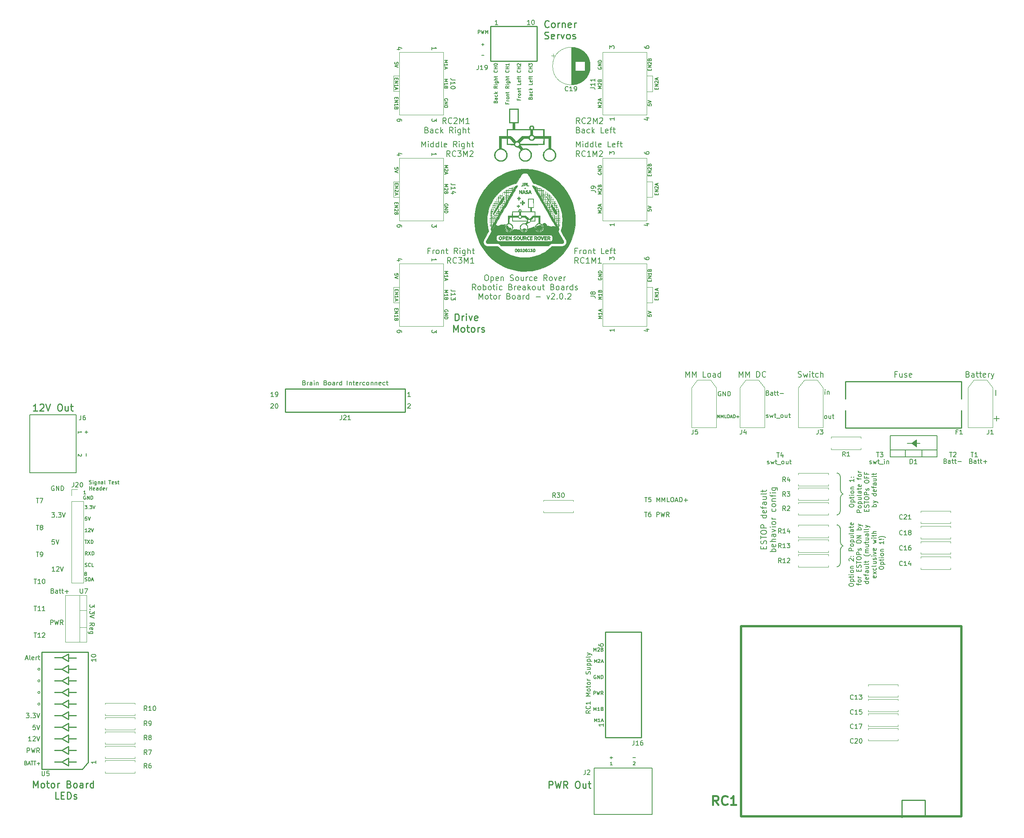
<source format=gto>
G04 #@! TF.GenerationSoftware,KiCad,Pcbnew,(5.1.10-1-10_14)*
G04 #@! TF.CreationDate,2023-04-30T23:48:29-07:00*
G04 #@! TF.ProjectId,Control_Boards,436f6e74-726f-46c5-9f42-6f617264732e,rev?*
G04 #@! TF.SameCoordinates,Original*
G04 #@! TF.FileFunction,Legend,Top*
G04 #@! TF.FilePolarity,Positive*
%FSLAX46Y46*%
G04 Gerber Fmt 4.6, Leading zero omitted, Abs format (unit mm)*
G04 Created by KiCad (PCBNEW (5.1.10-1-10_14)) date 2023-04-30 23:48:29*
%MOMM*%
%LPD*%
G01*
G04 APERTURE LIST*
%ADD10C,0.150000*%
%ADD11C,0.200000*%
%ADD12C,0.250000*%
%ADD13C,0.010000*%
%ADD14C,0.500000*%
%ADD15C,0.120000*%
%ADD16C,0.400000*%
G04 APERTURE END LIST*
D10*
X138773066Y-32735780D02*
X138773066Y-31735780D01*
X139154019Y-31735780D01*
X139249257Y-31783400D01*
X139296876Y-31831019D01*
X139344495Y-31926257D01*
X139344495Y-32069114D01*
X139296876Y-32164352D01*
X139249257Y-32211971D01*
X139154019Y-32259590D01*
X138773066Y-32259590D01*
X139677828Y-31735780D02*
X139915923Y-32735780D01*
X140106400Y-32021495D01*
X140296876Y-32735780D01*
X140534971Y-31735780D01*
X141487352Y-32735780D02*
X141154019Y-32259590D01*
X140915923Y-32735780D02*
X140915923Y-31735780D01*
X141296876Y-31735780D01*
X141392114Y-31783400D01*
X141439733Y-31831019D01*
X141487352Y-31926257D01*
X141487352Y-32069114D01*
X141439733Y-32164352D01*
X141392114Y-32211971D01*
X141296876Y-32259590D01*
X140915923Y-32259590D01*
X138782847Y-29497280D02*
X138782847Y-28497280D01*
X139116180Y-29211566D01*
X139449514Y-28497280D01*
X139449514Y-29497280D01*
X139925704Y-29497280D02*
X139925704Y-28497280D01*
X140259038Y-29211566D01*
X140592371Y-28497280D01*
X140592371Y-29497280D01*
X141544752Y-29497280D02*
X141068561Y-29497280D01*
X141068561Y-28497280D01*
X142068561Y-28497280D02*
X142259038Y-28497280D01*
X142354276Y-28544900D01*
X142449514Y-28640138D01*
X142497133Y-28830614D01*
X142497133Y-29163947D01*
X142449514Y-29354423D01*
X142354276Y-29449661D01*
X142259038Y-29497280D01*
X142068561Y-29497280D01*
X141973323Y-29449661D01*
X141878085Y-29354423D01*
X141830466Y-29163947D01*
X141830466Y-28830614D01*
X141878085Y-28640138D01*
X141973323Y-28544900D01*
X142068561Y-28497280D01*
X142878085Y-29211566D02*
X143354276Y-29211566D01*
X142782847Y-29497280D02*
X143116180Y-28497280D01*
X143449514Y-29497280D01*
X143782847Y-29497280D02*
X143782847Y-28497280D01*
X144020942Y-28497280D01*
X144163800Y-28544900D01*
X144259038Y-28640138D01*
X144306657Y-28735376D01*
X144354276Y-28925852D01*
X144354276Y-29068709D01*
X144306657Y-29259185D01*
X144259038Y-29354423D01*
X144163800Y-29449661D01*
X144020942Y-29497280D01*
X143782847Y-29497280D01*
X144782847Y-29116328D02*
X145544752Y-29116328D01*
X145163800Y-29497280D02*
X145163800Y-28735376D01*
X162961961Y-21156561D02*
X163057200Y-21204180D01*
X163247676Y-21204180D01*
X163342914Y-21156561D01*
X163390533Y-21061323D01*
X163390533Y-21013704D01*
X163342914Y-20918466D01*
X163247676Y-20870847D01*
X163104819Y-20870847D01*
X163009580Y-20823228D01*
X162961961Y-20727990D01*
X162961961Y-20680371D01*
X163009580Y-20585133D01*
X163104819Y-20537514D01*
X163247676Y-20537514D01*
X163342914Y-20585133D01*
X163723866Y-20537514D02*
X163914342Y-21204180D01*
X164104819Y-20727990D01*
X164295295Y-21204180D01*
X164485771Y-20537514D01*
X164723866Y-20537514D02*
X165104819Y-20537514D01*
X164866723Y-20204180D02*
X164866723Y-21061323D01*
X164914342Y-21156561D01*
X165009580Y-21204180D01*
X165104819Y-21204180D01*
X165200057Y-21299419D02*
X165961961Y-21299419D01*
X166342914Y-21204180D02*
X166247676Y-21156561D01*
X166200057Y-21108942D01*
X166152438Y-21013704D01*
X166152438Y-20727990D01*
X166200057Y-20632752D01*
X166247676Y-20585133D01*
X166342914Y-20537514D01*
X166485771Y-20537514D01*
X166581009Y-20585133D01*
X166628628Y-20632752D01*
X166676247Y-20727990D01*
X166676247Y-21013704D01*
X166628628Y-21108942D01*
X166581009Y-21156561D01*
X166485771Y-21204180D01*
X166342914Y-21204180D01*
X167533390Y-20537514D02*
X167533390Y-21204180D01*
X167104819Y-20537514D02*
X167104819Y-21061323D01*
X167152438Y-21156561D01*
X167247676Y-21204180D01*
X167390533Y-21204180D01*
X167485771Y-21156561D01*
X167533390Y-21108942D01*
X167866723Y-20537514D02*
X168247676Y-20537514D01*
X168009580Y-20204180D02*
X168009580Y-21061323D01*
X168057200Y-21156561D01*
X168152438Y-21204180D01*
X168247676Y-21204180D01*
X185407561Y-21105761D02*
X185502800Y-21153380D01*
X185693276Y-21153380D01*
X185788514Y-21105761D01*
X185836133Y-21010523D01*
X185836133Y-20962904D01*
X185788514Y-20867666D01*
X185693276Y-20820047D01*
X185550419Y-20820047D01*
X185455180Y-20772428D01*
X185407561Y-20677190D01*
X185407561Y-20629571D01*
X185455180Y-20534333D01*
X185550419Y-20486714D01*
X185693276Y-20486714D01*
X185788514Y-20534333D01*
X186169466Y-20486714D02*
X186359942Y-21153380D01*
X186550419Y-20677190D01*
X186740895Y-21153380D01*
X186931371Y-20486714D01*
X187169466Y-20486714D02*
X187550419Y-20486714D01*
X187312323Y-20153380D02*
X187312323Y-21010523D01*
X187359942Y-21105761D01*
X187455180Y-21153380D01*
X187550419Y-21153380D01*
X187645657Y-21248619D02*
X188407561Y-21248619D01*
X188645657Y-21153380D02*
X188645657Y-20486714D01*
X188645657Y-20153380D02*
X188598038Y-20201000D01*
X188645657Y-20248619D01*
X188693276Y-20201000D01*
X188645657Y-20153380D01*
X188645657Y-20248619D01*
X189121847Y-20486714D02*
X189121847Y-21153380D01*
X189121847Y-20581952D02*
X189169466Y-20534333D01*
X189264704Y-20486714D01*
X189407561Y-20486714D01*
X189502800Y-20534333D01*
X189550419Y-20629571D01*
X189550419Y-21153380D01*
X201984171Y-20553371D02*
X202127028Y-20600990D01*
X202174647Y-20648609D01*
X202222266Y-20743847D01*
X202222266Y-20886704D01*
X202174647Y-20981942D01*
X202127028Y-21029561D01*
X202031790Y-21077180D01*
X201650838Y-21077180D01*
X201650838Y-20077180D01*
X201984171Y-20077180D01*
X202079409Y-20124800D01*
X202127028Y-20172419D01*
X202174647Y-20267657D01*
X202174647Y-20362895D01*
X202127028Y-20458133D01*
X202079409Y-20505752D01*
X201984171Y-20553371D01*
X201650838Y-20553371D01*
X203079409Y-21077180D02*
X203079409Y-20553371D01*
X203031790Y-20458133D01*
X202936552Y-20410514D01*
X202746076Y-20410514D01*
X202650838Y-20458133D01*
X203079409Y-21029561D02*
X202984171Y-21077180D01*
X202746076Y-21077180D01*
X202650838Y-21029561D01*
X202603219Y-20934323D01*
X202603219Y-20839085D01*
X202650838Y-20743847D01*
X202746076Y-20696228D01*
X202984171Y-20696228D01*
X203079409Y-20648609D01*
X203412742Y-20410514D02*
X203793695Y-20410514D01*
X203555600Y-20077180D02*
X203555600Y-20934323D01*
X203603219Y-21029561D01*
X203698457Y-21077180D01*
X203793695Y-21077180D01*
X203984171Y-20410514D02*
X204365123Y-20410514D01*
X204127028Y-20077180D02*
X204127028Y-20934323D01*
X204174647Y-21029561D01*
X204269885Y-21077180D01*
X204365123Y-21077180D01*
X204698457Y-20696228D02*
X205460361Y-20696228D01*
X207622971Y-20553371D02*
X207765828Y-20600990D01*
X207813447Y-20648609D01*
X207861066Y-20743847D01*
X207861066Y-20886704D01*
X207813447Y-20981942D01*
X207765828Y-21029561D01*
X207670590Y-21077180D01*
X207289638Y-21077180D01*
X207289638Y-20077180D01*
X207622971Y-20077180D01*
X207718209Y-20124800D01*
X207765828Y-20172419D01*
X207813447Y-20267657D01*
X207813447Y-20362895D01*
X207765828Y-20458133D01*
X207718209Y-20505752D01*
X207622971Y-20553371D01*
X207289638Y-20553371D01*
X208718209Y-21077180D02*
X208718209Y-20553371D01*
X208670590Y-20458133D01*
X208575352Y-20410514D01*
X208384876Y-20410514D01*
X208289638Y-20458133D01*
X208718209Y-21029561D02*
X208622971Y-21077180D01*
X208384876Y-21077180D01*
X208289638Y-21029561D01*
X208242019Y-20934323D01*
X208242019Y-20839085D01*
X208289638Y-20743847D01*
X208384876Y-20696228D01*
X208622971Y-20696228D01*
X208718209Y-20648609D01*
X209051542Y-20410514D02*
X209432495Y-20410514D01*
X209194400Y-20077180D02*
X209194400Y-20934323D01*
X209242019Y-21029561D01*
X209337257Y-21077180D01*
X209432495Y-21077180D01*
X209622971Y-20410514D02*
X210003923Y-20410514D01*
X209765828Y-20077180D02*
X209765828Y-20934323D01*
X209813447Y-21029561D01*
X209908685Y-21077180D01*
X210003923Y-21077180D01*
X210337257Y-20696228D02*
X211099161Y-20696228D01*
X210718209Y-21077180D02*
X210718209Y-20315276D01*
X14499280Y-25531409D02*
X14613566Y-25569504D01*
X14804042Y-25569504D01*
X14880233Y-25531409D01*
X14918328Y-25493314D01*
X14956423Y-25417123D01*
X14956423Y-25340933D01*
X14918328Y-25264742D01*
X14880233Y-25226647D01*
X14804042Y-25188552D01*
X14651661Y-25150457D01*
X14575471Y-25112361D01*
X14537376Y-25074266D01*
X14499280Y-24998076D01*
X14499280Y-24921885D01*
X14537376Y-24845695D01*
X14575471Y-24807600D01*
X14651661Y-24769504D01*
X14842138Y-24769504D01*
X14956423Y-24807600D01*
X15299280Y-25569504D02*
X15299280Y-25036171D01*
X15299280Y-24769504D02*
X15261185Y-24807600D01*
X15299280Y-24845695D01*
X15337376Y-24807600D01*
X15299280Y-24769504D01*
X15299280Y-24845695D01*
X16023090Y-25036171D02*
X16023090Y-25683790D01*
X15984995Y-25759980D01*
X15946900Y-25798076D01*
X15870709Y-25836171D01*
X15756423Y-25836171D01*
X15680233Y-25798076D01*
X16023090Y-25531409D02*
X15946900Y-25569504D01*
X15794519Y-25569504D01*
X15718328Y-25531409D01*
X15680233Y-25493314D01*
X15642138Y-25417123D01*
X15642138Y-25188552D01*
X15680233Y-25112361D01*
X15718328Y-25074266D01*
X15794519Y-25036171D01*
X15946900Y-25036171D01*
X16023090Y-25074266D01*
X16404042Y-25036171D02*
X16404042Y-25569504D01*
X16404042Y-25112361D02*
X16442138Y-25074266D01*
X16518328Y-25036171D01*
X16632614Y-25036171D01*
X16708804Y-25074266D01*
X16746900Y-25150457D01*
X16746900Y-25569504D01*
X17470709Y-25569504D02*
X17470709Y-25150457D01*
X17432614Y-25074266D01*
X17356423Y-25036171D01*
X17204042Y-25036171D01*
X17127852Y-25074266D01*
X17470709Y-25531409D02*
X17394519Y-25569504D01*
X17204042Y-25569504D01*
X17127852Y-25531409D01*
X17089757Y-25455219D01*
X17089757Y-25379028D01*
X17127852Y-25302838D01*
X17204042Y-25264742D01*
X17394519Y-25264742D01*
X17470709Y-25226647D01*
X17965947Y-25569504D02*
X17889757Y-25531409D01*
X17851661Y-25455219D01*
X17851661Y-24769504D01*
X18765947Y-24769504D02*
X19223090Y-24769504D01*
X18994519Y-25569504D02*
X18994519Y-24769504D01*
X19794519Y-25531409D02*
X19718328Y-25569504D01*
X19565947Y-25569504D01*
X19489757Y-25531409D01*
X19451661Y-25455219D01*
X19451661Y-25150457D01*
X19489757Y-25074266D01*
X19565947Y-25036171D01*
X19718328Y-25036171D01*
X19794519Y-25074266D01*
X19832614Y-25150457D01*
X19832614Y-25226647D01*
X19451661Y-25302838D01*
X20137376Y-25531409D02*
X20213566Y-25569504D01*
X20365947Y-25569504D01*
X20442138Y-25531409D01*
X20480233Y-25455219D01*
X20480233Y-25417123D01*
X20442138Y-25340933D01*
X20365947Y-25302838D01*
X20251661Y-25302838D01*
X20175471Y-25264742D01*
X20137376Y-25188552D01*
X20137376Y-25150457D01*
X20175471Y-25074266D01*
X20251661Y-25036171D01*
X20365947Y-25036171D01*
X20442138Y-25074266D01*
X20708804Y-25036171D02*
X21013566Y-25036171D01*
X20823090Y-24769504D02*
X20823090Y-25455219D01*
X20861185Y-25531409D01*
X20937376Y-25569504D01*
X21013566Y-25569504D01*
X14537376Y-26919504D02*
X14537376Y-26119504D01*
X14537376Y-26500457D02*
X14994519Y-26500457D01*
X14994519Y-26919504D02*
X14994519Y-26119504D01*
X15680233Y-26881409D02*
X15604042Y-26919504D01*
X15451661Y-26919504D01*
X15375471Y-26881409D01*
X15337376Y-26805219D01*
X15337376Y-26500457D01*
X15375471Y-26424266D01*
X15451661Y-26386171D01*
X15604042Y-26386171D01*
X15680233Y-26424266D01*
X15718328Y-26500457D01*
X15718328Y-26576647D01*
X15337376Y-26652838D01*
X16404042Y-26919504D02*
X16404042Y-26500457D01*
X16365947Y-26424266D01*
X16289757Y-26386171D01*
X16137376Y-26386171D01*
X16061185Y-26424266D01*
X16404042Y-26881409D02*
X16327852Y-26919504D01*
X16137376Y-26919504D01*
X16061185Y-26881409D01*
X16023090Y-26805219D01*
X16023090Y-26729028D01*
X16061185Y-26652838D01*
X16137376Y-26614742D01*
X16327852Y-26614742D01*
X16404042Y-26576647D01*
X17127852Y-26919504D02*
X17127852Y-26119504D01*
X17127852Y-26881409D02*
X17051661Y-26919504D01*
X16899280Y-26919504D01*
X16823090Y-26881409D01*
X16784995Y-26843314D01*
X16746900Y-26767123D01*
X16746900Y-26538552D01*
X16784995Y-26462361D01*
X16823090Y-26424266D01*
X16899280Y-26386171D01*
X17051661Y-26386171D01*
X17127852Y-26424266D01*
X17813566Y-26881409D02*
X17737376Y-26919504D01*
X17584995Y-26919504D01*
X17508804Y-26881409D01*
X17470709Y-26805219D01*
X17470709Y-26500457D01*
X17508804Y-26424266D01*
X17584995Y-26386171D01*
X17737376Y-26386171D01*
X17813566Y-26424266D01*
X17851661Y-26500457D01*
X17851661Y-26576647D01*
X17470709Y-26652838D01*
X18194519Y-26919504D02*
X18194519Y-26386171D01*
X18194519Y-26538552D02*
X18232614Y-26462361D01*
X18270709Y-26424266D01*
X18346900Y-26386171D01*
X18423090Y-26386171D01*
X13840228Y-18916685D02*
X13840228Y-19488114D01*
X13840228Y-13912885D02*
X13840228Y-14484314D01*
X13554514Y-14198600D02*
X14125942Y-14198600D01*
X133546885Y-85524571D02*
X134118314Y-85524571D01*
X128543085Y-85524571D02*
X129114514Y-85524571D01*
X128828800Y-85810285D02*
X128828800Y-85238857D01*
X125121171Y-64728285D02*
X125121171Y-63978285D01*
X125371171Y-64514000D01*
X125621171Y-63978285D01*
X125621171Y-64728285D01*
X125942600Y-64049714D02*
X125978314Y-64014000D01*
X126049743Y-63978285D01*
X126228314Y-63978285D01*
X126299743Y-64014000D01*
X126335457Y-64049714D01*
X126371171Y-64121142D01*
X126371171Y-64192571D01*
X126335457Y-64299714D01*
X125906885Y-64728285D01*
X126371171Y-64728285D01*
X126656885Y-64514000D02*
X127014028Y-64514000D01*
X126585457Y-64728285D02*
X126835457Y-63978285D01*
X127085457Y-64728285D01*
X125014028Y-62213685D02*
X125014028Y-61463685D01*
X125264028Y-61999400D01*
X125514028Y-61463685D01*
X125514028Y-62213685D01*
X125835456Y-61535114D02*
X125871171Y-61499400D01*
X125942599Y-61463685D01*
X126121171Y-61463685D01*
X126192599Y-61499400D01*
X126228313Y-61535114D01*
X126264028Y-61606542D01*
X126264028Y-61677971D01*
X126228313Y-61785114D01*
X125799742Y-62213685D01*
X126264028Y-62213685D01*
X126835456Y-61820828D02*
X126942599Y-61856542D01*
X126978313Y-61892257D01*
X127014028Y-61963685D01*
X127014028Y-62070828D01*
X126978313Y-62142257D01*
X126942599Y-62177971D01*
X126871171Y-62213685D01*
X126585456Y-62213685D01*
X126585456Y-61463685D01*
X126835456Y-61463685D01*
X126906885Y-61499400D01*
X126942599Y-61535114D01*
X126978313Y-61606542D01*
X126978313Y-61677971D01*
X126942599Y-61749400D01*
X126906885Y-61785114D01*
X126835456Y-61820828D01*
X126585456Y-61820828D01*
X125121171Y-77682285D02*
X125121171Y-76932285D01*
X125371171Y-77468000D01*
X125621171Y-76932285D01*
X125621171Y-77682285D01*
X126371171Y-77682285D02*
X125942600Y-77682285D01*
X126156885Y-77682285D02*
X126156885Y-76932285D01*
X126085457Y-77039428D01*
X126014028Y-77110857D01*
X125942600Y-77146571D01*
X126656885Y-77468000D02*
X127014028Y-77468000D01*
X126585457Y-77682285D02*
X126835457Y-76932285D01*
X127085457Y-77682285D01*
X125014028Y-75218485D02*
X125014028Y-74468485D01*
X125264028Y-75004200D01*
X125514028Y-74468485D01*
X125514028Y-75218485D01*
X126264028Y-75218485D02*
X125835456Y-75218485D01*
X126049742Y-75218485D02*
X126049742Y-74468485D01*
X125978313Y-74575628D01*
X125906885Y-74647057D01*
X125835456Y-74682771D01*
X126835456Y-74825628D02*
X126942599Y-74861342D01*
X126978313Y-74897057D01*
X127014028Y-74968485D01*
X127014028Y-75075628D01*
X126978313Y-75147057D01*
X126942599Y-75182771D01*
X126871171Y-75218485D01*
X126585456Y-75218485D01*
X126585456Y-74468485D01*
X126835456Y-74468485D01*
X126906885Y-74504200D01*
X126942599Y-74539914D01*
X126978313Y-74611342D01*
X126978313Y-74682771D01*
X126942599Y-74754200D01*
X126906885Y-74789914D01*
X126835456Y-74825628D01*
X126585456Y-74825628D01*
X124978314Y-71738685D02*
X124978314Y-70988685D01*
X125264028Y-70988685D01*
X125335456Y-71024400D01*
X125371171Y-71060114D01*
X125406885Y-71131542D01*
X125406885Y-71238685D01*
X125371171Y-71310114D01*
X125335456Y-71345828D01*
X125264028Y-71381542D01*
X124978314Y-71381542D01*
X125656885Y-70988685D02*
X125835456Y-71738685D01*
X125978314Y-71202971D01*
X126121171Y-71738685D01*
X126299742Y-70988685D01*
X127014028Y-71738685D02*
X126764028Y-71381542D01*
X126585456Y-71738685D02*
X126585456Y-70988685D01*
X126871171Y-70988685D01*
X126942599Y-71024400D01*
X126978314Y-71060114D01*
X127014028Y-71131542D01*
X127014028Y-71238685D01*
X126978314Y-71310114D01*
X126942599Y-71345828D01*
X126871171Y-71381542D01*
X126585456Y-71381542D01*
X125442600Y-67519200D02*
X125371171Y-67483485D01*
X125264029Y-67483485D01*
X125156886Y-67519200D01*
X125085457Y-67590628D01*
X125049743Y-67662057D01*
X125014029Y-67804914D01*
X125014029Y-67912057D01*
X125049743Y-68054914D01*
X125085457Y-68126342D01*
X125156886Y-68197771D01*
X125264029Y-68233485D01*
X125335457Y-68233485D01*
X125442600Y-68197771D01*
X125478314Y-68162057D01*
X125478314Y-67912057D01*
X125335457Y-67912057D01*
X125799743Y-68233485D02*
X125799743Y-67483485D01*
X126228314Y-68233485D01*
X126228314Y-67483485D01*
X126585457Y-68233485D02*
X126585457Y-67483485D01*
X126764029Y-67483485D01*
X126871171Y-67519200D01*
X126942600Y-67590628D01*
X126978314Y-67662057D01*
X127014029Y-67804914D01*
X127014029Y-67912057D01*
X126978314Y-68054914D01*
X126942600Y-68126342D01*
X126871171Y-68197771D01*
X126764029Y-68233485D01*
X126585457Y-68233485D01*
D11*
X89074447Y25510785D02*
X88657780Y25510785D01*
X88657780Y24856023D02*
X88657780Y26106023D01*
X89253019Y26106023D01*
X89729209Y24856023D02*
X89729209Y25689357D01*
X89729209Y25451261D02*
X89788733Y25570309D01*
X89848257Y25629833D01*
X89967304Y25689357D01*
X90086352Y25689357D01*
X90681590Y24856023D02*
X90562542Y24915547D01*
X90503019Y24975071D01*
X90443495Y25094119D01*
X90443495Y25451261D01*
X90503019Y25570309D01*
X90562542Y25629833D01*
X90681590Y25689357D01*
X90860161Y25689357D01*
X90979209Y25629833D01*
X91038733Y25570309D01*
X91098257Y25451261D01*
X91098257Y25094119D01*
X91038733Y24975071D01*
X90979209Y24915547D01*
X90860161Y24856023D01*
X90681590Y24856023D01*
X91633971Y25689357D02*
X91633971Y24856023D01*
X91633971Y25570309D02*
X91693495Y25629833D01*
X91812542Y25689357D01*
X91991114Y25689357D01*
X92110161Y25629833D01*
X92169685Y25510785D01*
X92169685Y24856023D01*
X92586352Y25689357D02*
X93062542Y25689357D01*
X92764923Y26106023D02*
X92764923Y25034595D01*
X92824447Y24915547D01*
X92943495Y24856023D01*
X93062542Y24856023D01*
X95145876Y24856023D02*
X94729209Y25451261D01*
X94431590Y24856023D02*
X94431590Y26106023D01*
X94907780Y26106023D01*
X95026828Y26046500D01*
X95086352Y25986976D01*
X95145876Y25867928D01*
X95145876Y25689357D01*
X95086352Y25570309D01*
X95026828Y25510785D01*
X94907780Y25451261D01*
X94431590Y25451261D01*
X95681590Y24856023D02*
X95681590Y25689357D01*
X95681590Y26106023D02*
X95622066Y26046500D01*
X95681590Y25986976D01*
X95741114Y26046500D01*
X95681590Y26106023D01*
X95681590Y25986976D01*
X96812542Y25689357D02*
X96812542Y24677452D01*
X96753019Y24558404D01*
X96693495Y24498880D01*
X96574447Y24439357D01*
X96395876Y24439357D01*
X96276828Y24498880D01*
X96812542Y24915547D02*
X96693495Y24856023D01*
X96455400Y24856023D01*
X96336352Y24915547D01*
X96276828Y24975071D01*
X96217304Y25094119D01*
X96217304Y25451261D01*
X96276828Y25570309D01*
X96336352Y25629833D01*
X96455400Y25689357D01*
X96693495Y25689357D01*
X96812542Y25629833D01*
X97407780Y24856023D02*
X97407780Y26106023D01*
X97943495Y24856023D02*
X97943495Y25510785D01*
X97883971Y25629833D01*
X97764923Y25689357D01*
X97586352Y25689357D01*
X97467304Y25629833D01*
X97407780Y25570309D01*
X98360161Y25689357D02*
X98836352Y25689357D01*
X98538733Y26106023D02*
X98538733Y25034595D01*
X98598257Y24915547D01*
X98717304Y24856023D01*
X98836352Y24856023D01*
X93657780Y22781023D02*
X93241114Y23376261D01*
X92943495Y22781023D02*
X92943495Y24031023D01*
X93419685Y24031023D01*
X93538733Y23971500D01*
X93598257Y23911976D01*
X93657780Y23792928D01*
X93657780Y23614357D01*
X93598257Y23495309D01*
X93538733Y23435785D01*
X93419685Y23376261D01*
X92943495Y23376261D01*
X94907780Y22900071D02*
X94848257Y22840547D01*
X94669685Y22781023D01*
X94550638Y22781023D01*
X94372066Y22840547D01*
X94253019Y22959595D01*
X94193495Y23078642D01*
X94133971Y23316738D01*
X94133971Y23495309D01*
X94193495Y23733404D01*
X94253019Y23852452D01*
X94372066Y23971500D01*
X94550638Y24031023D01*
X94669685Y24031023D01*
X94848257Y23971500D01*
X94907780Y23911976D01*
X95324447Y24031023D02*
X96098257Y24031023D01*
X95681590Y23554833D01*
X95860161Y23554833D01*
X95979209Y23495309D01*
X96038733Y23435785D01*
X96098257Y23316738D01*
X96098257Y23019119D01*
X96038733Y22900071D01*
X95979209Y22840547D01*
X95860161Y22781023D01*
X95503019Y22781023D01*
X95383971Y22840547D01*
X95324447Y22900071D01*
X96633971Y22781023D02*
X96633971Y24031023D01*
X97050638Y23138166D01*
X97467304Y24031023D01*
X97467304Y22781023D01*
X98717304Y22781023D02*
X98003019Y22781023D01*
X98360161Y22781023D02*
X98360161Y24031023D01*
X98241114Y23852452D01*
X98122066Y23733404D01*
X98003019Y23673880D01*
D10*
X92294514Y16811499D02*
X93044514Y16811499D01*
X92508800Y16561499D01*
X93044514Y16311499D01*
X92294514Y16311499D01*
X92294514Y15561499D02*
X92294514Y15990071D01*
X92294514Y15775785D02*
X93044514Y15775785D01*
X92937371Y15847214D01*
X92865942Y15918642D01*
X92830228Y15990071D01*
X92687371Y14990071D02*
X92651657Y14882928D01*
X92615942Y14847214D01*
X92544514Y14811499D01*
X92437371Y14811499D01*
X92365942Y14847214D01*
X92330228Y14882928D01*
X92294514Y14954357D01*
X92294514Y15240071D01*
X93044514Y15240071D01*
X93044514Y14990071D01*
X93008800Y14918642D01*
X92973085Y14882928D01*
X92901657Y14847214D01*
X92830228Y14847214D01*
X92758800Y14882928D01*
X92723085Y14918642D01*
X92687371Y14990071D01*
X92687371Y15240071D01*
X81790771Y12842714D02*
X81790771Y12592714D01*
X81397914Y12485571D02*
X81397914Y12842714D01*
X82147914Y12842714D01*
X82147914Y12485571D01*
X81397914Y12164142D02*
X82147914Y12164142D01*
X81397914Y11735571D01*
X82147914Y11735571D01*
X81397914Y10985571D02*
X81397914Y11414142D01*
X81397914Y11199857D02*
X82147914Y11199857D01*
X82040771Y11271285D01*
X81969342Y11342714D01*
X81933628Y11414142D01*
X81790771Y10414142D02*
X81755057Y10307000D01*
X81719342Y10271285D01*
X81647914Y10235571D01*
X81540771Y10235571D01*
X81469342Y10271285D01*
X81433628Y10307000D01*
X81397914Y10378428D01*
X81397914Y10664142D01*
X82147914Y10664142D01*
X82147914Y10414142D01*
X82112200Y10342714D01*
X82076485Y10307000D01*
X82005057Y10271285D01*
X81933628Y10271285D01*
X81862200Y10307000D01*
X81826485Y10342714D01*
X81790771Y10414142D01*
X81790771Y10664142D01*
X82147914Y20158057D02*
X82147914Y20515200D01*
X81790771Y20550914D01*
X81826485Y20515200D01*
X81862200Y20443771D01*
X81862200Y20265200D01*
X81826485Y20193771D01*
X81790771Y20158057D01*
X81719342Y20122342D01*
X81540771Y20122342D01*
X81469342Y20158057D01*
X81433628Y20193771D01*
X81397914Y20265200D01*
X81397914Y20443771D01*
X81433628Y20515200D01*
X81469342Y20550914D01*
X82147914Y19908057D02*
X81397914Y19658057D01*
X82147914Y19408057D01*
X92294514Y20969171D02*
X93044514Y20969171D01*
X92508800Y20719171D01*
X93044514Y20469171D01*
X92294514Y20469171D01*
X92294514Y19719171D02*
X92294514Y20147742D01*
X92294514Y19933457D02*
X93044514Y19933457D01*
X92937371Y20004885D01*
X92865942Y20076314D01*
X92830228Y20147742D01*
X92508800Y19433457D02*
X92508800Y19076314D01*
X92294514Y19504885D02*
X93044514Y19254885D01*
X92294514Y19004885D01*
X81816171Y17056342D02*
X81816171Y16806342D01*
X81423314Y16699200D02*
X81423314Y17056342D01*
X82173314Y17056342D01*
X82173314Y16699200D01*
X81423314Y16377771D02*
X82173314Y16377771D01*
X81423314Y15949200D01*
X82173314Y15949200D01*
X81423314Y15199200D02*
X81423314Y15627771D01*
X81423314Y15413485D02*
X82173314Y15413485D01*
X82066171Y15484914D01*
X81994742Y15556342D01*
X81959028Y15627771D01*
X81637600Y14913485D02*
X81637600Y14556342D01*
X81423314Y14984914D02*
X82173314Y14734914D01*
X81423314Y14484914D01*
X93008800Y12153828D02*
X93044514Y12225257D01*
X93044514Y12332400D01*
X93008800Y12439542D01*
X92937371Y12510971D01*
X92865942Y12546685D01*
X92723085Y12582400D01*
X92615942Y12582400D01*
X92473085Y12546685D01*
X92401657Y12510971D01*
X92330228Y12439542D01*
X92294514Y12332400D01*
X92294514Y12260971D01*
X92330228Y12153828D01*
X92365942Y12118114D01*
X92615942Y12118114D01*
X92615942Y12260971D01*
X92294514Y11796685D02*
X93044514Y11796685D01*
X92294514Y11368114D01*
X93044514Y11368114D01*
X92294514Y11010971D02*
X93044514Y11010971D01*
X93044514Y10832400D01*
X93008800Y10725257D01*
X92937371Y10653828D01*
X92865942Y10618114D01*
X92723085Y10582400D01*
X92615942Y10582400D01*
X92473085Y10618114D01*
X92401657Y10653828D01*
X92330228Y10725257D01*
X92294514Y10832400D01*
X92294514Y11010971D01*
D11*
X87314904Y48224023D02*
X87314904Y49474023D01*
X87731571Y48581166D01*
X88148238Y49474023D01*
X88148238Y48224023D01*
X88743476Y48224023D02*
X88743476Y49057357D01*
X88743476Y49474023D02*
X88683952Y49414500D01*
X88743476Y49354976D01*
X88803000Y49414500D01*
X88743476Y49474023D01*
X88743476Y49354976D01*
X89874428Y48224023D02*
X89874428Y49474023D01*
X89874428Y48283547D02*
X89755380Y48224023D01*
X89517285Y48224023D01*
X89398238Y48283547D01*
X89338714Y48343071D01*
X89279190Y48462119D01*
X89279190Y48819261D01*
X89338714Y48938309D01*
X89398238Y48997833D01*
X89517285Y49057357D01*
X89755380Y49057357D01*
X89874428Y48997833D01*
X91005380Y48224023D02*
X91005380Y49474023D01*
X91005380Y48283547D02*
X90886333Y48224023D01*
X90648238Y48224023D01*
X90529190Y48283547D01*
X90469666Y48343071D01*
X90410142Y48462119D01*
X90410142Y48819261D01*
X90469666Y48938309D01*
X90529190Y48997833D01*
X90648238Y49057357D01*
X90886333Y49057357D01*
X91005380Y48997833D01*
X91779190Y48224023D02*
X91660142Y48283547D01*
X91600619Y48402595D01*
X91600619Y49474023D01*
X92731571Y48283547D02*
X92612523Y48224023D01*
X92374428Y48224023D01*
X92255380Y48283547D01*
X92195857Y48402595D01*
X92195857Y48878785D01*
X92255380Y48997833D01*
X92374428Y49057357D01*
X92612523Y49057357D01*
X92731571Y48997833D01*
X92791095Y48878785D01*
X92791095Y48759738D01*
X92195857Y48640690D01*
X94993476Y48224023D02*
X94576809Y48819261D01*
X94279190Y48224023D02*
X94279190Y49474023D01*
X94755380Y49474023D01*
X94874428Y49414500D01*
X94933952Y49354976D01*
X94993476Y49235928D01*
X94993476Y49057357D01*
X94933952Y48938309D01*
X94874428Y48878785D01*
X94755380Y48819261D01*
X94279190Y48819261D01*
X95529190Y48224023D02*
X95529190Y49057357D01*
X95529190Y49474023D02*
X95469666Y49414500D01*
X95529190Y49354976D01*
X95588714Y49414500D01*
X95529190Y49474023D01*
X95529190Y49354976D01*
X96660142Y49057357D02*
X96660142Y48045452D01*
X96600619Y47926404D01*
X96541095Y47866880D01*
X96422047Y47807357D01*
X96243476Y47807357D01*
X96124428Y47866880D01*
X96660142Y48283547D02*
X96541095Y48224023D01*
X96303000Y48224023D01*
X96183952Y48283547D01*
X96124428Y48343071D01*
X96064904Y48462119D01*
X96064904Y48819261D01*
X96124428Y48938309D01*
X96183952Y48997833D01*
X96303000Y49057357D01*
X96541095Y49057357D01*
X96660142Y48997833D01*
X97255380Y48224023D02*
X97255380Y49474023D01*
X97791095Y48224023D02*
X97791095Y48878785D01*
X97731571Y48997833D01*
X97612523Y49057357D01*
X97433952Y49057357D01*
X97314904Y48997833D01*
X97255380Y48938309D01*
X98207761Y49057357D02*
X98683952Y49057357D01*
X98386333Y49474023D02*
X98386333Y48402595D01*
X98445857Y48283547D01*
X98564904Y48224023D01*
X98683952Y48224023D01*
X93505380Y46149023D02*
X93088714Y46744261D01*
X92791095Y46149023D02*
X92791095Y47399023D01*
X93267285Y47399023D01*
X93386333Y47339500D01*
X93445857Y47279976D01*
X93505380Y47160928D01*
X93505380Y46982357D01*
X93445857Y46863309D01*
X93386333Y46803785D01*
X93267285Y46744261D01*
X92791095Y46744261D01*
X94755380Y46268071D02*
X94695857Y46208547D01*
X94517285Y46149023D01*
X94398238Y46149023D01*
X94219666Y46208547D01*
X94100619Y46327595D01*
X94041095Y46446642D01*
X93981571Y46684738D01*
X93981571Y46863309D01*
X94041095Y47101404D01*
X94100619Y47220452D01*
X94219666Y47339500D01*
X94398238Y47399023D01*
X94517285Y47399023D01*
X94695857Y47339500D01*
X94755380Y47279976D01*
X95172047Y47399023D02*
X95945857Y47399023D01*
X95529190Y46922833D01*
X95707761Y46922833D01*
X95826809Y46863309D01*
X95886333Y46803785D01*
X95945857Y46684738D01*
X95945857Y46387119D01*
X95886333Y46268071D01*
X95826809Y46208547D01*
X95707761Y46149023D01*
X95350619Y46149023D01*
X95231571Y46208547D01*
X95172047Y46268071D01*
X96481571Y46149023D02*
X96481571Y47399023D01*
X96898238Y46506166D01*
X97314904Y47399023D01*
X97314904Y46149023D01*
X97850619Y47279976D02*
X97910142Y47339500D01*
X98029190Y47399023D01*
X98326809Y47399023D01*
X98445857Y47339500D01*
X98505380Y47279976D01*
X98564904Y47160928D01*
X98564904Y47041880D01*
X98505380Y46863309D01*
X97791095Y46149023D01*
X98564904Y46149023D01*
D10*
X92294514Y40027099D02*
X93044514Y40027099D01*
X92508800Y39777099D01*
X93044514Y39527099D01*
X92294514Y39527099D01*
X92973085Y39205671D02*
X93008800Y39169957D01*
X93044514Y39098528D01*
X93044514Y38919957D01*
X93008800Y38848528D01*
X92973085Y38812814D01*
X92901657Y38777099D01*
X92830228Y38777099D01*
X92723085Y38812814D01*
X92294514Y39241385D01*
X92294514Y38777099D01*
X92687371Y38205671D02*
X92651657Y38098528D01*
X92615942Y38062814D01*
X92544514Y38027099D01*
X92437371Y38027099D01*
X92365942Y38062814D01*
X92330228Y38098528D01*
X92294514Y38169957D01*
X92294514Y38455671D01*
X93044514Y38455671D01*
X93044514Y38205671D01*
X93008800Y38134242D01*
X92973085Y38098528D01*
X92901657Y38062814D01*
X92830228Y38062814D01*
X92758800Y38098528D01*
X92723085Y38134242D01*
X92687371Y38205671D01*
X92687371Y38455671D01*
X81790771Y36058314D02*
X81790771Y35808314D01*
X81397914Y35701171D02*
X81397914Y36058314D01*
X82147914Y36058314D01*
X82147914Y35701171D01*
X81397914Y35379742D02*
X82147914Y35379742D01*
X81397914Y34951171D01*
X82147914Y34951171D01*
X82076485Y34629742D02*
X82112200Y34594028D01*
X82147914Y34522600D01*
X82147914Y34344028D01*
X82112200Y34272600D01*
X82076485Y34236885D01*
X82005057Y34201171D01*
X81933628Y34201171D01*
X81826485Y34236885D01*
X81397914Y34665457D01*
X81397914Y34201171D01*
X81790771Y33629742D02*
X81755057Y33522600D01*
X81719342Y33486885D01*
X81647914Y33451171D01*
X81540771Y33451171D01*
X81469342Y33486885D01*
X81433628Y33522600D01*
X81397914Y33594028D01*
X81397914Y33879742D01*
X82147914Y33879742D01*
X82147914Y33629742D01*
X82112200Y33558314D01*
X82076485Y33522600D01*
X82005057Y33486885D01*
X81933628Y33486885D01*
X81862200Y33522600D01*
X81826485Y33558314D01*
X81790771Y33629742D01*
X81790771Y33879742D01*
X82147914Y43373657D02*
X82147914Y43730800D01*
X81790771Y43766514D01*
X81826485Y43730800D01*
X81862200Y43659371D01*
X81862200Y43480800D01*
X81826485Y43409371D01*
X81790771Y43373657D01*
X81719342Y43337942D01*
X81540771Y43337942D01*
X81469342Y43373657D01*
X81433628Y43409371D01*
X81397914Y43480800D01*
X81397914Y43659371D01*
X81433628Y43730800D01*
X81469342Y43766514D01*
X82147914Y43123657D02*
X81397914Y42873657D01*
X82147914Y42623657D01*
X92294514Y44184771D02*
X93044514Y44184771D01*
X92508800Y43934771D01*
X93044514Y43684771D01*
X92294514Y43684771D01*
X92973085Y43363342D02*
X93008800Y43327628D01*
X93044514Y43256200D01*
X93044514Y43077628D01*
X93008800Y43006200D01*
X92973085Y42970485D01*
X92901657Y42934771D01*
X92830228Y42934771D01*
X92723085Y42970485D01*
X92294514Y43399057D01*
X92294514Y42934771D01*
X92508800Y42649057D02*
X92508800Y42291914D01*
X92294514Y42720485D02*
X93044514Y42470485D01*
X92294514Y42220485D01*
X81816171Y40271942D02*
X81816171Y40021942D01*
X81423314Y39914800D02*
X81423314Y40271942D01*
X82173314Y40271942D01*
X82173314Y39914800D01*
X81423314Y39593371D02*
X82173314Y39593371D01*
X81423314Y39164800D01*
X82173314Y39164800D01*
X82101885Y38843371D02*
X82137600Y38807657D01*
X82173314Y38736228D01*
X82173314Y38557657D01*
X82137600Y38486228D01*
X82101885Y38450514D01*
X82030457Y38414800D01*
X81959028Y38414800D01*
X81851885Y38450514D01*
X81423314Y38879085D01*
X81423314Y38414800D01*
X81637600Y38129085D02*
X81637600Y37771942D01*
X81423314Y38200514D02*
X82173314Y37950514D01*
X81423314Y37700514D01*
X93008800Y35369428D02*
X93044514Y35440857D01*
X93044514Y35548000D01*
X93008800Y35655142D01*
X92937371Y35726571D01*
X92865942Y35762285D01*
X92723085Y35798000D01*
X92615942Y35798000D01*
X92473085Y35762285D01*
X92401657Y35726571D01*
X92330228Y35655142D01*
X92294514Y35548000D01*
X92294514Y35476571D01*
X92330228Y35369428D01*
X92365942Y35333714D01*
X92615942Y35333714D01*
X92615942Y35476571D01*
X92294514Y35012285D02*
X93044514Y35012285D01*
X92294514Y34583714D01*
X93044514Y34583714D01*
X92294514Y34226571D02*
X93044514Y34226571D01*
X93044514Y34048000D01*
X93008800Y33940857D01*
X92937371Y33869428D01*
X92865942Y33833714D01*
X92723085Y33798000D01*
X92615942Y33798000D01*
X92473085Y33833714D01*
X92401657Y33869428D01*
X92330228Y33940857D01*
X92294514Y34048000D01*
X92294514Y34226571D01*
D11*
X121291085Y25510785D02*
X120874419Y25510785D01*
X120874419Y24856023D02*
X120874419Y26106023D01*
X121469657Y26106023D01*
X121945847Y24856023D02*
X121945847Y25689357D01*
X121945847Y25451261D02*
X122005371Y25570309D01*
X122064895Y25629833D01*
X122183942Y25689357D01*
X122302990Y25689357D01*
X122898228Y24856023D02*
X122779180Y24915547D01*
X122719657Y24975071D01*
X122660133Y25094119D01*
X122660133Y25451261D01*
X122719657Y25570309D01*
X122779180Y25629833D01*
X122898228Y25689357D01*
X123076800Y25689357D01*
X123195847Y25629833D01*
X123255371Y25570309D01*
X123314895Y25451261D01*
X123314895Y25094119D01*
X123255371Y24975071D01*
X123195847Y24915547D01*
X123076800Y24856023D01*
X122898228Y24856023D01*
X123850609Y25689357D02*
X123850609Y24856023D01*
X123850609Y25570309D02*
X123910133Y25629833D01*
X124029180Y25689357D01*
X124207752Y25689357D01*
X124326800Y25629833D01*
X124386323Y25510785D01*
X124386323Y24856023D01*
X124802990Y25689357D02*
X125279180Y25689357D01*
X124981561Y26106023D02*
X124981561Y25034595D01*
X125041085Y24915547D01*
X125160133Y24856023D01*
X125279180Y24856023D01*
X127243466Y24856023D02*
X126648228Y24856023D01*
X126648228Y26106023D01*
X128136323Y24915547D02*
X128017276Y24856023D01*
X127779180Y24856023D01*
X127660133Y24915547D01*
X127600609Y25034595D01*
X127600609Y25510785D01*
X127660133Y25629833D01*
X127779180Y25689357D01*
X128017276Y25689357D01*
X128136323Y25629833D01*
X128195847Y25510785D01*
X128195847Y25391738D01*
X127600609Y25272690D01*
X128552990Y25689357D02*
X129029180Y25689357D01*
X128731561Y24856023D02*
X128731561Y25927452D01*
X128791085Y26046500D01*
X128910133Y26106023D01*
X129029180Y26106023D01*
X129267276Y25689357D02*
X129743466Y25689357D01*
X129445847Y26106023D02*
X129445847Y25034595D01*
X129505371Y24915547D01*
X129624419Y24856023D01*
X129743466Y24856023D01*
X121588704Y22781023D02*
X121172038Y23376261D01*
X120874419Y22781023D02*
X120874419Y24031023D01*
X121350609Y24031023D01*
X121469657Y23971500D01*
X121529180Y23911976D01*
X121588704Y23792928D01*
X121588704Y23614357D01*
X121529180Y23495309D01*
X121469657Y23435785D01*
X121350609Y23376261D01*
X120874419Y23376261D01*
X122838704Y22900071D02*
X122779180Y22840547D01*
X122600609Y22781023D01*
X122481561Y22781023D01*
X122302990Y22840547D01*
X122183942Y22959595D01*
X122124419Y23078642D01*
X122064895Y23316738D01*
X122064895Y23495309D01*
X122124419Y23733404D01*
X122183942Y23852452D01*
X122302990Y23971500D01*
X122481561Y24031023D01*
X122600609Y24031023D01*
X122779180Y23971500D01*
X122838704Y23911976D01*
X124029180Y22781023D02*
X123314895Y22781023D01*
X123672038Y22781023D02*
X123672038Y24031023D01*
X123552990Y23852452D01*
X123433942Y23733404D01*
X123314895Y23673880D01*
X124564895Y22781023D02*
X124564895Y24031023D01*
X124981561Y23138166D01*
X125398228Y24031023D01*
X125398228Y22781023D01*
X126648228Y22781023D02*
X125933942Y22781023D01*
X126291085Y22781023D02*
X126291085Y24031023D01*
X126172038Y23852452D01*
X126052990Y23733404D01*
X125933942Y23673880D01*
D10*
X126729685Y10704628D02*
X125979685Y10704628D01*
X126515400Y10954628D01*
X125979685Y11204628D01*
X126729685Y11204628D01*
X126729685Y11954628D02*
X126729685Y11526057D01*
X126729685Y11740342D02*
X125979685Y11740342D01*
X126086828Y11668914D01*
X126158257Y11597485D01*
X126193971Y11526057D01*
X126515400Y12240342D02*
X126515400Y12597485D01*
X126729685Y12168914D02*
X125979685Y12418914D01*
X126729685Y12668914D01*
X126729685Y14862300D02*
X125979685Y14862300D01*
X126515400Y15112300D01*
X125979685Y15362300D01*
X126729685Y15362300D01*
X126729685Y16112300D02*
X126729685Y15683728D01*
X126729685Y15898014D02*
X125979685Y15898014D01*
X126086828Y15826585D01*
X126158257Y15755157D01*
X126193971Y15683728D01*
X126336828Y16683728D02*
X126372542Y16790871D01*
X126408257Y16826585D01*
X126479685Y16862300D01*
X126586828Y16862300D01*
X126658257Y16826585D01*
X126693971Y16790871D01*
X126729685Y16719443D01*
X126729685Y16433728D01*
X125979685Y16433728D01*
X125979685Y16683728D01*
X126015400Y16755157D01*
X126051114Y16790871D01*
X126122542Y16826585D01*
X126193971Y16826585D01*
X126265400Y16790871D01*
X126301114Y16755157D01*
X126336828Y16683728D01*
X126336828Y16433728D01*
X137233428Y18831085D02*
X137233428Y19081085D01*
X137626285Y19188228D02*
X137626285Y18831085D01*
X136876285Y18831085D01*
X136876285Y19188228D01*
X137626285Y19509657D02*
X136876285Y19509657D01*
X137626285Y19938228D01*
X136876285Y19938228D01*
X137626285Y20688228D02*
X137626285Y20259657D01*
X137626285Y20473942D02*
X136876285Y20473942D01*
X136983428Y20402514D01*
X137054857Y20331085D01*
X137090571Y20259657D01*
X137233428Y21259657D02*
X137269142Y21366800D01*
X137304857Y21402514D01*
X137376285Y21438228D01*
X137483428Y21438228D01*
X137554857Y21402514D01*
X137590571Y21366800D01*
X137626285Y21295371D01*
X137626285Y21009657D01*
X136876285Y21009657D01*
X136876285Y21259657D01*
X136912000Y21331085D01*
X136947714Y21366800D01*
X137019142Y21402514D01*
X137090571Y21402514D01*
X137162000Y21366800D01*
X137197714Y21331085D01*
X137233428Y21259657D01*
X137233428Y21009657D01*
X136876285Y11515742D02*
X136876285Y11158600D01*
X137233428Y11122885D01*
X137197714Y11158600D01*
X137162000Y11230028D01*
X137162000Y11408600D01*
X137197714Y11480028D01*
X137233428Y11515742D01*
X137304857Y11551457D01*
X137483428Y11551457D01*
X137554857Y11515742D01*
X137590571Y11480028D01*
X137626285Y11408600D01*
X137626285Y11230028D01*
X137590571Y11158600D01*
X137554857Y11122885D01*
X136876285Y11765742D02*
X137626285Y12015742D01*
X136876285Y12265742D01*
X126015400Y19519971D02*
X125979685Y19448542D01*
X125979685Y19341400D01*
X126015400Y19234257D01*
X126086828Y19162828D01*
X126158257Y19127114D01*
X126301114Y19091400D01*
X126408257Y19091400D01*
X126551114Y19127114D01*
X126622542Y19162828D01*
X126693971Y19234257D01*
X126729685Y19341400D01*
X126729685Y19412828D01*
X126693971Y19519971D01*
X126658257Y19555685D01*
X126408257Y19555685D01*
X126408257Y19412828D01*
X126729685Y19877114D02*
X125979685Y19877114D01*
X126729685Y20305685D01*
X125979685Y20305685D01*
X126729685Y20662828D02*
X125979685Y20662828D01*
X125979685Y20841400D01*
X126015400Y20948542D01*
X126086828Y21019971D01*
X126158257Y21055685D01*
X126301114Y21091400D01*
X126408257Y21091400D01*
X126551114Y21055685D01*
X126622542Y21019971D01*
X126693971Y20948542D01*
X126729685Y20841400D01*
X126729685Y20662828D01*
X138732028Y14693657D02*
X138732028Y14943657D01*
X139124885Y15050800D02*
X139124885Y14693657D01*
X138374885Y14693657D01*
X138374885Y15050800D01*
X139124885Y15372228D02*
X138374885Y15372228D01*
X139124885Y15800800D01*
X138374885Y15800800D01*
X139124885Y16550800D02*
X139124885Y16122228D01*
X139124885Y16336514D02*
X138374885Y16336514D01*
X138482028Y16265085D01*
X138553457Y16193657D01*
X138589171Y16122228D01*
X138910600Y16836514D02*
X138910600Y17193657D01*
X139124885Y16765085D02*
X138374885Y17015085D01*
X139124885Y17265085D01*
D11*
X121153819Y48224023D02*
X121153819Y49474023D01*
X121570485Y48581166D01*
X121987152Y49474023D01*
X121987152Y48224023D01*
X122582390Y48224023D02*
X122582390Y49057357D01*
X122582390Y49474023D02*
X122522866Y49414500D01*
X122582390Y49354976D01*
X122641914Y49414500D01*
X122582390Y49474023D01*
X122582390Y49354976D01*
X123713342Y48224023D02*
X123713342Y49474023D01*
X123713342Y48283547D02*
X123594295Y48224023D01*
X123356200Y48224023D01*
X123237152Y48283547D01*
X123177628Y48343071D01*
X123118104Y48462119D01*
X123118104Y48819261D01*
X123177628Y48938309D01*
X123237152Y48997833D01*
X123356200Y49057357D01*
X123594295Y49057357D01*
X123713342Y48997833D01*
X124844295Y48224023D02*
X124844295Y49474023D01*
X124844295Y48283547D02*
X124725247Y48224023D01*
X124487152Y48224023D01*
X124368104Y48283547D01*
X124308580Y48343071D01*
X124249057Y48462119D01*
X124249057Y48819261D01*
X124308580Y48938309D01*
X124368104Y48997833D01*
X124487152Y49057357D01*
X124725247Y49057357D01*
X124844295Y48997833D01*
X125618104Y48224023D02*
X125499057Y48283547D01*
X125439533Y48402595D01*
X125439533Y49474023D01*
X126570485Y48283547D02*
X126451438Y48224023D01*
X126213342Y48224023D01*
X126094295Y48283547D01*
X126034771Y48402595D01*
X126034771Y48878785D01*
X126094295Y48997833D01*
X126213342Y49057357D01*
X126451438Y49057357D01*
X126570485Y48997833D01*
X126630009Y48878785D01*
X126630009Y48759738D01*
X126034771Y48640690D01*
X128713342Y48224023D02*
X128118104Y48224023D01*
X128118104Y49474023D01*
X129606200Y48283547D02*
X129487152Y48224023D01*
X129249057Y48224023D01*
X129130009Y48283547D01*
X129070485Y48402595D01*
X129070485Y48878785D01*
X129130009Y48997833D01*
X129249057Y49057357D01*
X129487152Y49057357D01*
X129606200Y48997833D01*
X129665723Y48878785D01*
X129665723Y48759738D01*
X129070485Y48640690D01*
X130022866Y49057357D02*
X130499057Y49057357D01*
X130201438Y48224023D02*
X130201438Y49295452D01*
X130260961Y49414500D01*
X130380009Y49474023D01*
X130499057Y49474023D01*
X130737152Y49057357D02*
X131213342Y49057357D01*
X130915723Y49474023D02*
X130915723Y48402595D01*
X130975247Y48283547D01*
X131094295Y48224023D01*
X131213342Y48224023D01*
X121868104Y46149023D02*
X121451438Y46744261D01*
X121153819Y46149023D02*
X121153819Y47399023D01*
X121630009Y47399023D01*
X121749057Y47339500D01*
X121808580Y47279976D01*
X121868104Y47160928D01*
X121868104Y46982357D01*
X121808580Y46863309D01*
X121749057Y46803785D01*
X121630009Y46744261D01*
X121153819Y46744261D01*
X123118104Y46268071D02*
X123058580Y46208547D01*
X122880009Y46149023D01*
X122760961Y46149023D01*
X122582390Y46208547D01*
X122463342Y46327595D01*
X122403819Y46446642D01*
X122344295Y46684738D01*
X122344295Y46863309D01*
X122403819Y47101404D01*
X122463342Y47220452D01*
X122582390Y47339500D01*
X122760961Y47399023D01*
X122880009Y47399023D01*
X123058580Y47339500D01*
X123118104Y47279976D01*
X124308580Y46149023D02*
X123594295Y46149023D01*
X123951438Y46149023D02*
X123951438Y47399023D01*
X123832390Y47220452D01*
X123713342Y47101404D01*
X123594295Y47041880D01*
X124844295Y46149023D02*
X124844295Y47399023D01*
X125260961Y46506166D01*
X125677628Y47399023D01*
X125677628Y46149023D01*
X126213342Y47279976D02*
X126272866Y47339500D01*
X126391914Y47399023D01*
X126689533Y47399023D01*
X126808580Y47339500D01*
X126868104Y47279976D01*
X126927628Y47160928D01*
X126927628Y47041880D01*
X126868104Y46863309D01*
X126153819Y46149023D01*
X126927628Y46149023D01*
D10*
X126704285Y37925500D02*
X125954285Y37925500D01*
X126490000Y38175500D01*
X125954285Y38425500D01*
X126704285Y38425500D01*
X126025714Y38746928D02*
X125990000Y38782643D01*
X125954285Y38854071D01*
X125954285Y39032643D01*
X125990000Y39104071D01*
X126025714Y39139785D01*
X126097142Y39175500D01*
X126168571Y39175500D01*
X126275714Y39139785D01*
X126704285Y38711214D01*
X126704285Y39175500D01*
X126311428Y39746928D02*
X126347142Y39854071D01*
X126382857Y39889785D01*
X126454285Y39925500D01*
X126561428Y39925500D01*
X126632857Y39889785D01*
X126668571Y39854071D01*
X126704285Y39782643D01*
X126704285Y39496928D01*
X125954285Y39496928D01*
X125954285Y39746928D01*
X125990000Y39818357D01*
X126025714Y39854071D01*
X126097142Y39889785D01*
X126168571Y39889785D01*
X126240000Y39854071D01*
X126275714Y39818357D01*
X126311428Y39746928D01*
X126311428Y39496928D01*
X125990000Y42583171D02*
X125954285Y42511742D01*
X125954285Y42404600D01*
X125990000Y42297457D01*
X126061428Y42226028D01*
X126132857Y42190314D01*
X126275714Y42154600D01*
X126382857Y42154600D01*
X126525714Y42190314D01*
X126597142Y42226028D01*
X126668571Y42297457D01*
X126704285Y42404600D01*
X126704285Y42476028D01*
X126668571Y42583171D01*
X126632857Y42618885D01*
X126382857Y42618885D01*
X126382857Y42476028D01*
X126704285Y42940314D02*
X125954285Y42940314D01*
X126704285Y43368885D01*
X125954285Y43368885D01*
X126704285Y43726028D02*
X125954285Y43726028D01*
X125954285Y43904600D01*
X125990000Y44011742D01*
X126061428Y44083171D01*
X126132857Y44118885D01*
X126275714Y44154600D01*
X126382857Y44154600D01*
X126525714Y44118885D01*
X126597142Y44083171D01*
X126668571Y44011742D01*
X126704285Y43904600D01*
X126704285Y43726028D01*
X137208028Y41894285D02*
X137208028Y42144285D01*
X137600885Y42251428D02*
X137600885Y41894285D01*
X136850885Y41894285D01*
X136850885Y42251428D01*
X137600885Y42572857D02*
X136850885Y42572857D01*
X137600885Y43001428D01*
X136850885Y43001428D01*
X136922314Y43322857D02*
X136886600Y43358571D01*
X136850885Y43430000D01*
X136850885Y43608571D01*
X136886600Y43680000D01*
X136922314Y43715714D01*
X136993742Y43751428D01*
X137065171Y43751428D01*
X137172314Y43715714D01*
X137600885Y43287142D01*
X137600885Y43751428D01*
X137208028Y44322857D02*
X137243742Y44430000D01*
X137279457Y44465714D01*
X137350885Y44501428D01*
X137458028Y44501428D01*
X137529457Y44465714D01*
X137565171Y44430000D01*
X137600885Y44358571D01*
X137600885Y44072857D01*
X136850885Y44072857D01*
X136850885Y44322857D01*
X136886600Y44394285D01*
X136922314Y44430000D01*
X136993742Y44465714D01*
X137065171Y44465714D01*
X137136600Y44430000D01*
X137172314Y44394285D01*
X137208028Y44322857D01*
X137208028Y44072857D01*
X138706628Y37756857D02*
X138706628Y38006857D01*
X139099485Y38114000D02*
X139099485Y37756857D01*
X138349485Y37756857D01*
X138349485Y38114000D01*
X139099485Y38435428D02*
X138349485Y38435428D01*
X139099485Y38864000D01*
X138349485Y38864000D01*
X138420914Y39185428D02*
X138385200Y39221142D01*
X138349485Y39292571D01*
X138349485Y39471142D01*
X138385200Y39542571D01*
X138420914Y39578285D01*
X138492342Y39614000D01*
X138563771Y39614000D01*
X138670914Y39578285D01*
X139099485Y39149714D01*
X139099485Y39614000D01*
X138885200Y39899714D02*
X138885200Y40256857D01*
X139099485Y39828285D02*
X138349485Y40078285D01*
X139099485Y40328285D01*
X136850885Y34578942D02*
X136850885Y34221800D01*
X137208028Y34186085D01*
X137172314Y34221800D01*
X137136600Y34293228D01*
X137136600Y34471800D01*
X137172314Y34543228D01*
X137208028Y34578942D01*
X137279457Y34614657D01*
X137458028Y34614657D01*
X137529457Y34578942D01*
X137565171Y34543228D01*
X137600885Y34471800D01*
X137600885Y34293228D01*
X137565171Y34221800D01*
X137529457Y34186085D01*
X136850885Y34828942D02*
X137600885Y35078942D01*
X136850885Y35328942D01*
X126704285Y33767828D02*
X125954285Y33767828D01*
X126490000Y34017828D01*
X125954285Y34267828D01*
X126704285Y34267828D01*
X126025714Y34589257D02*
X125990000Y34624971D01*
X125954285Y34696400D01*
X125954285Y34874971D01*
X125990000Y34946400D01*
X126025714Y34982114D01*
X126097142Y35017828D01*
X126168571Y35017828D01*
X126275714Y34982114D01*
X126704285Y34553542D01*
X126704285Y35017828D01*
X126490000Y35303542D02*
X126490000Y35660685D01*
X126704285Y35232114D02*
X125954285Y35482114D01*
X126704285Y35732114D01*
D11*
X92641780Y53380223D02*
X92225114Y53975461D01*
X91927495Y53380223D02*
X91927495Y54630223D01*
X92403685Y54630223D01*
X92522733Y54570700D01*
X92582257Y54511176D01*
X92641780Y54392128D01*
X92641780Y54213557D01*
X92582257Y54094509D01*
X92522733Y54034985D01*
X92403685Y53975461D01*
X91927495Y53975461D01*
X93891780Y53499271D02*
X93832257Y53439747D01*
X93653685Y53380223D01*
X93534638Y53380223D01*
X93356066Y53439747D01*
X93237019Y53558795D01*
X93177495Y53677842D01*
X93117971Y53915938D01*
X93117971Y54094509D01*
X93177495Y54332604D01*
X93237019Y54451652D01*
X93356066Y54570700D01*
X93534638Y54630223D01*
X93653685Y54630223D01*
X93832257Y54570700D01*
X93891780Y54511176D01*
X94367971Y54511176D02*
X94427495Y54570700D01*
X94546542Y54630223D01*
X94844161Y54630223D01*
X94963209Y54570700D01*
X95022733Y54511176D01*
X95082257Y54392128D01*
X95082257Y54273080D01*
X95022733Y54094509D01*
X94308447Y53380223D01*
X95082257Y53380223D01*
X95617971Y53380223D02*
X95617971Y54630223D01*
X96034638Y53737366D01*
X96451304Y54630223D01*
X96451304Y53380223D01*
X97701304Y53380223D02*
X96987019Y53380223D01*
X97344161Y53380223D02*
X97344161Y54630223D01*
X97225114Y54451652D01*
X97106066Y54332604D01*
X96987019Y54273080D01*
X88415590Y51959985D02*
X88594161Y51900461D01*
X88653685Y51840938D01*
X88713209Y51721890D01*
X88713209Y51543319D01*
X88653685Y51424271D01*
X88594161Y51364747D01*
X88475114Y51305223D01*
X87998923Y51305223D01*
X87998923Y52555223D01*
X88415590Y52555223D01*
X88534638Y52495700D01*
X88594161Y52436176D01*
X88653685Y52317128D01*
X88653685Y52198080D01*
X88594161Y52079033D01*
X88534638Y52019509D01*
X88415590Y51959985D01*
X87998923Y51959985D01*
X89784638Y51305223D02*
X89784638Y51959985D01*
X89725114Y52079033D01*
X89606066Y52138557D01*
X89367971Y52138557D01*
X89248923Y52079033D01*
X89784638Y51364747D02*
X89665590Y51305223D01*
X89367971Y51305223D01*
X89248923Y51364747D01*
X89189400Y51483795D01*
X89189400Y51602842D01*
X89248923Y51721890D01*
X89367971Y51781414D01*
X89665590Y51781414D01*
X89784638Y51840938D01*
X90915590Y51364747D02*
X90796542Y51305223D01*
X90558447Y51305223D01*
X90439400Y51364747D01*
X90379876Y51424271D01*
X90320352Y51543319D01*
X90320352Y51900461D01*
X90379876Y52019509D01*
X90439400Y52079033D01*
X90558447Y52138557D01*
X90796542Y52138557D01*
X90915590Y52079033D01*
X91451304Y51305223D02*
X91451304Y52555223D01*
X91570352Y51781414D02*
X91927495Y51305223D01*
X91927495Y52138557D02*
X91451304Y51662366D01*
X94129876Y51305223D02*
X93713209Y51900461D01*
X93415590Y51305223D02*
X93415590Y52555223D01*
X93891780Y52555223D01*
X94010828Y52495700D01*
X94070352Y52436176D01*
X94129876Y52317128D01*
X94129876Y52138557D01*
X94070352Y52019509D01*
X94010828Y51959985D01*
X93891780Y51900461D01*
X93415590Y51900461D01*
X94665590Y51305223D02*
X94665590Y52138557D01*
X94665590Y52555223D02*
X94606066Y52495700D01*
X94665590Y52436176D01*
X94725114Y52495700D01*
X94665590Y52555223D01*
X94665590Y52436176D01*
X95796542Y52138557D02*
X95796542Y51126652D01*
X95737019Y51007604D01*
X95677495Y50948080D01*
X95558447Y50888557D01*
X95379876Y50888557D01*
X95260828Y50948080D01*
X95796542Y51364747D02*
X95677495Y51305223D01*
X95439400Y51305223D01*
X95320352Y51364747D01*
X95260828Y51424271D01*
X95201304Y51543319D01*
X95201304Y51900461D01*
X95260828Y52019509D01*
X95320352Y52079033D01*
X95439400Y52138557D01*
X95677495Y52138557D01*
X95796542Y52079033D01*
X96391780Y51305223D02*
X96391780Y52555223D01*
X96927495Y51305223D02*
X96927495Y51959985D01*
X96867971Y52079033D01*
X96748923Y52138557D01*
X96570352Y52138557D01*
X96451304Y52079033D01*
X96391780Y52019509D01*
X97344161Y52138557D02*
X97820352Y52138557D01*
X97522733Y52555223D02*
X97522733Y51483795D01*
X97582257Y51364747D01*
X97701304Y51305223D01*
X97820352Y51305223D01*
D10*
X92269114Y63090299D02*
X93019114Y63090299D01*
X92483400Y62840299D01*
X93019114Y62590299D01*
X92269114Y62590299D01*
X92269114Y61840299D02*
X92269114Y62268871D01*
X92269114Y62054585D02*
X93019114Y62054585D01*
X92911971Y62126014D01*
X92840542Y62197442D01*
X92804828Y62268871D01*
X92661971Y61268871D02*
X92626257Y61161728D01*
X92590542Y61126014D01*
X92519114Y61090299D01*
X92411971Y61090299D01*
X92340542Y61126014D01*
X92304828Y61161728D01*
X92269114Y61233157D01*
X92269114Y61518871D01*
X93019114Y61518871D01*
X93019114Y61268871D01*
X92983400Y61197442D01*
X92947685Y61161728D01*
X92876257Y61126014D01*
X92804828Y61126014D01*
X92733400Y61161728D01*
X92697685Y61197442D01*
X92661971Y61268871D01*
X92661971Y61518871D01*
X92983400Y58432628D02*
X93019114Y58504057D01*
X93019114Y58611200D01*
X92983400Y58718342D01*
X92911971Y58789771D01*
X92840542Y58825485D01*
X92697685Y58861200D01*
X92590542Y58861200D01*
X92447685Y58825485D01*
X92376257Y58789771D01*
X92304828Y58718342D01*
X92269114Y58611200D01*
X92269114Y58539771D01*
X92304828Y58432628D01*
X92340542Y58396914D01*
X92590542Y58396914D01*
X92590542Y58539771D01*
X92269114Y58075485D02*
X93019114Y58075485D01*
X92269114Y57646914D01*
X93019114Y57646914D01*
X92269114Y57289771D02*
X93019114Y57289771D01*
X93019114Y57111200D01*
X92983400Y57004057D01*
X92911971Y56932628D01*
X92840542Y56896914D01*
X92697685Y56861200D01*
X92590542Y56861200D01*
X92447685Y56896914D01*
X92376257Y56932628D01*
X92304828Y57004057D01*
X92269114Y57111200D01*
X92269114Y57289771D01*
X81765371Y59121514D02*
X81765371Y58871514D01*
X81372514Y58764371D02*
X81372514Y59121514D01*
X82122514Y59121514D01*
X82122514Y58764371D01*
X81372514Y58442942D02*
X82122514Y58442942D01*
X81372514Y58014371D01*
X82122514Y58014371D01*
X81372514Y57264371D02*
X81372514Y57692942D01*
X81372514Y57478657D02*
X82122514Y57478657D01*
X82015371Y57550085D01*
X81943942Y57621514D01*
X81908228Y57692942D01*
X81765371Y56692942D02*
X81729657Y56585800D01*
X81693942Y56550085D01*
X81622514Y56514371D01*
X81515371Y56514371D01*
X81443942Y56550085D01*
X81408228Y56585800D01*
X81372514Y56657228D01*
X81372514Y56942942D01*
X82122514Y56942942D01*
X82122514Y56692942D01*
X82086800Y56621514D01*
X82051085Y56585800D01*
X81979657Y56550085D01*
X81908228Y56550085D01*
X81836800Y56585800D01*
X81801085Y56621514D01*
X81765371Y56692942D01*
X81765371Y56942942D01*
X81790771Y63335142D02*
X81790771Y63085142D01*
X81397914Y62978000D02*
X81397914Y63335142D01*
X82147914Y63335142D01*
X82147914Y62978000D01*
X81397914Y62656571D02*
X82147914Y62656571D01*
X81397914Y62228000D01*
X82147914Y62228000D01*
X81397914Y61478000D02*
X81397914Y61906571D01*
X81397914Y61692285D02*
X82147914Y61692285D01*
X82040771Y61763714D01*
X81969342Y61835142D01*
X81933628Y61906571D01*
X81612200Y61192285D02*
X81612200Y60835142D01*
X81397914Y61263714D02*
X82147914Y61013714D01*
X81397914Y60763714D01*
X82122514Y66436857D02*
X82122514Y66794000D01*
X81765371Y66829714D01*
X81801085Y66794000D01*
X81836800Y66722571D01*
X81836800Y66544000D01*
X81801085Y66472571D01*
X81765371Y66436857D01*
X81693942Y66401142D01*
X81515371Y66401142D01*
X81443942Y66436857D01*
X81408228Y66472571D01*
X81372514Y66544000D01*
X81372514Y66722571D01*
X81408228Y66794000D01*
X81443942Y66829714D01*
X82122514Y66186857D02*
X81372514Y65936857D01*
X82122514Y65686857D01*
X92269114Y67247971D02*
X93019114Y67247971D01*
X92483400Y66997971D01*
X93019114Y66747971D01*
X92269114Y66747971D01*
X92269114Y65997971D02*
X92269114Y66426542D01*
X92269114Y66212257D02*
X93019114Y66212257D01*
X92911971Y66283685D01*
X92840542Y66355114D01*
X92804828Y66426542D01*
X92483400Y65712257D02*
X92483400Y65355114D01*
X92269114Y65783685D02*
X93019114Y65533685D01*
X92269114Y65283685D01*
X138706628Y60845457D02*
X138706628Y61095457D01*
X139099485Y61202600D02*
X139099485Y60845457D01*
X138349485Y60845457D01*
X138349485Y61202600D01*
X139099485Y61524028D02*
X138349485Y61524028D01*
X139099485Y61952600D01*
X138349485Y61952600D01*
X138420914Y62274028D02*
X138385200Y62309742D01*
X138349485Y62381171D01*
X138349485Y62559742D01*
X138385200Y62631171D01*
X138420914Y62666885D01*
X138492342Y62702600D01*
X138563771Y62702600D01*
X138670914Y62666885D01*
X139099485Y62238314D01*
X139099485Y62702600D01*
X138885200Y62988314D02*
X138885200Y63345457D01*
X139099485Y62916885D02*
X138349485Y63166885D01*
X139099485Y63416885D01*
X137208028Y64982885D02*
X137208028Y65232885D01*
X137600885Y65340028D02*
X137600885Y64982885D01*
X136850885Y64982885D01*
X136850885Y65340028D01*
X137600885Y65661457D02*
X136850885Y65661457D01*
X137600885Y66090028D01*
X136850885Y66090028D01*
X136922314Y66411457D02*
X136886600Y66447171D01*
X136850885Y66518600D01*
X136850885Y66697171D01*
X136886600Y66768600D01*
X136922314Y66804314D01*
X136993742Y66840028D01*
X137065171Y66840028D01*
X137172314Y66804314D01*
X137600885Y66375742D01*
X137600885Y66840028D01*
X137208028Y67411457D02*
X137243742Y67518600D01*
X137279457Y67554314D01*
X137350885Y67590028D01*
X137458028Y67590028D01*
X137529457Y67554314D01*
X137565171Y67518600D01*
X137600885Y67447171D01*
X137600885Y67161457D01*
X136850885Y67161457D01*
X136850885Y67411457D01*
X136886600Y67482885D01*
X136922314Y67518600D01*
X136993742Y67554314D01*
X137065171Y67554314D01*
X137136600Y67518600D01*
X137172314Y67482885D01*
X137208028Y67411457D01*
X137208028Y67161457D01*
X136850885Y57667542D02*
X136850885Y57310400D01*
X137208028Y57274685D01*
X137172314Y57310400D01*
X137136600Y57381828D01*
X137136600Y57560400D01*
X137172314Y57631828D01*
X137208028Y57667542D01*
X137279457Y57703257D01*
X137458028Y57703257D01*
X137529457Y57667542D01*
X137565171Y57631828D01*
X137600885Y57560400D01*
X137600885Y57381828D01*
X137565171Y57310400D01*
X137529457Y57274685D01*
X136850885Y57917542D02*
X137600885Y58167542D01*
X136850885Y58417542D01*
X126704285Y56856428D02*
X125954285Y56856428D01*
X126490000Y57106428D01*
X125954285Y57356428D01*
X126704285Y57356428D01*
X126025714Y57677857D02*
X125990000Y57713571D01*
X125954285Y57785000D01*
X125954285Y57963571D01*
X125990000Y58035000D01*
X126025714Y58070714D01*
X126097142Y58106428D01*
X126168571Y58106428D01*
X126275714Y58070714D01*
X126704285Y57642142D01*
X126704285Y58106428D01*
X126490000Y58392142D02*
X126490000Y58749285D01*
X126704285Y58320714D02*
X125954285Y58570714D01*
X126704285Y58820714D01*
X126704285Y61014100D02*
X125954285Y61014100D01*
X126490000Y61264100D01*
X125954285Y61514100D01*
X126704285Y61514100D01*
X126025714Y61835528D02*
X125990000Y61871243D01*
X125954285Y61942671D01*
X125954285Y62121243D01*
X125990000Y62192671D01*
X126025714Y62228385D01*
X126097142Y62264100D01*
X126168571Y62264100D01*
X126275714Y62228385D01*
X126704285Y61799814D01*
X126704285Y62264100D01*
X126311428Y62835528D02*
X126347142Y62942671D01*
X126382857Y62978385D01*
X126454285Y63014100D01*
X126561428Y63014100D01*
X126632857Y62978385D01*
X126668571Y62942671D01*
X126704285Y62871243D01*
X126704285Y62585528D01*
X125954285Y62585528D01*
X125954285Y62835528D01*
X125990000Y62906957D01*
X126025714Y62942671D01*
X126097142Y62978385D01*
X126168571Y62978385D01*
X126240000Y62942671D01*
X126275714Y62906957D01*
X126311428Y62835528D01*
X126311428Y62585528D01*
X125990000Y65671771D02*
X125954285Y65600342D01*
X125954285Y65493200D01*
X125990000Y65386057D01*
X126061428Y65314628D01*
X126132857Y65278914D01*
X126275714Y65243200D01*
X126382857Y65243200D01*
X126525714Y65278914D01*
X126597142Y65314628D01*
X126668571Y65386057D01*
X126704285Y65493200D01*
X126704285Y65564628D01*
X126668571Y65671771D01*
X126632857Y65707485D01*
X126382857Y65707485D01*
X126382857Y65564628D01*
X126704285Y66028914D02*
X125954285Y66028914D01*
X126704285Y66457485D01*
X125954285Y66457485D01*
X126704285Y66814628D02*
X125954285Y66814628D01*
X125954285Y66993200D01*
X125990000Y67100342D01*
X126061428Y67171771D01*
X126132857Y67207485D01*
X126275714Y67243200D01*
X126382857Y67243200D01*
X126525714Y67207485D01*
X126597142Y67171771D01*
X126668571Y67100342D01*
X126704285Y66993200D01*
X126704285Y66814628D01*
X101380444Y20210123D02*
X101618539Y20210123D01*
X101737587Y20150600D01*
X101856634Y20031552D01*
X101916158Y19793457D01*
X101916158Y19376790D01*
X101856634Y19138695D01*
X101737587Y19019647D01*
X101618539Y18960123D01*
X101380444Y18960123D01*
X101261396Y19019647D01*
X101142349Y19138695D01*
X101082825Y19376790D01*
X101082825Y19793457D01*
X101142349Y20031552D01*
X101261396Y20150600D01*
X101380444Y20210123D01*
X102451872Y19793457D02*
X102451872Y18543457D01*
X102451872Y19733933D02*
X102570920Y19793457D01*
X102809015Y19793457D01*
X102928063Y19733933D01*
X102987587Y19674409D01*
X103047110Y19555361D01*
X103047110Y19198219D01*
X102987587Y19079171D01*
X102928063Y19019647D01*
X102809015Y18960123D01*
X102570920Y18960123D01*
X102451872Y19019647D01*
X104059015Y19019647D02*
X103939968Y18960123D01*
X103701872Y18960123D01*
X103582825Y19019647D01*
X103523301Y19138695D01*
X103523301Y19614885D01*
X103582825Y19733933D01*
X103701872Y19793457D01*
X103939968Y19793457D01*
X104059015Y19733933D01*
X104118539Y19614885D01*
X104118539Y19495838D01*
X103523301Y19376790D01*
X104654253Y19793457D02*
X104654253Y18960123D01*
X104654253Y19674409D02*
X104713777Y19733933D01*
X104832825Y19793457D01*
X105011396Y19793457D01*
X105130444Y19733933D01*
X105189968Y19614885D01*
X105189968Y18960123D01*
X106678063Y19019647D02*
X106856634Y18960123D01*
X107154253Y18960123D01*
X107273301Y19019647D01*
X107332825Y19079171D01*
X107392349Y19198219D01*
X107392349Y19317266D01*
X107332825Y19436314D01*
X107273301Y19495838D01*
X107154253Y19555361D01*
X106916158Y19614885D01*
X106797110Y19674409D01*
X106737587Y19733933D01*
X106678063Y19852980D01*
X106678063Y19972028D01*
X106737587Y20091076D01*
X106797110Y20150600D01*
X106916158Y20210123D01*
X107213777Y20210123D01*
X107392349Y20150600D01*
X108106634Y18960123D02*
X107987587Y19019647D01*
X107928063Y19079171D01*
X107868539Y19198219D01*
X107868539Y19555361D01*
X107928063Y19674409D01*
X107987587Y19733933D01*
X108106634Y19793457D01*
X108285206Y19793457D01*
X108404253Y19733933D01*
X108463777Y19674409D01*
X108523301Y19555361D01*
X108523301Y19198219D01*
X108463777Y19079171D01*
X108404253Y19019647D01*
X108285206Y18960123D01*
X108106634Y18960123D01*
X109594729Y19793457D02*
X109594729Y18960123D01*
X109059015Y19793457D02*
X109059015Y19138695D01*
X109118539Y19019647D01*
X109237587Y18960123D01*
X109416158Y18960123D01*
X109535206Y19019647D01*
X109594729Y19079171D01*
X110189968Y18960123D02*
X110189968Y19793457D01*
X110189968Y19555361D02*
X110249491Y19674409D01*
X110309015Y19733933D01*
X110428063Y19793457D01*
X110547110Y19793457D01*
X111499491Y19019647D02*
X111380444Y18960123D01*
X111142349Y18960123D01*
X111023301Y19019647D01*
X110963777Y19079171D01*
X110904253Y19198219D01*
X110904253Y19555361D01*
X110963777Y19674409D01*
X111023301Y19733933D01*
X111142349Y19793457D01*
X111380444Y19793457D01*
X111499491Y19733933D01*
X112511396Y19019647D02*
X112392349Y18960123D01*
X112154253Y18960123D01*
X112035206Y19019647D01*
X111975682Y19138695D01*
X111975682Y19614885D01*
X112035206Y19733933D01*
X112154253Y19793457D01*
X112392349Y19793457D01*
X112511396Y19733933D01*
X112570920Y19614885D01*
X112570920Y19495838D01*
X111975682Y19376790D01*
X114773301Y18960123D02*
X114356634Y19555361D01*
X114059015Y18960123D02*
X114059015Y20210123D01*
X114535206Y20210123D01*
X114654253Y20150600D01*
X114713777Y20091076D01*
X114773301Y19972028D01*
X114773301Y19793457D01*
X114713777Y19674409D01*
X114654253Y19614885D01*
X114535206Y19555361D01*
X114059015Y19555361D01*
X115487587Y18960123D02*
X115368539Y19019647D01*
X115309015Y19079171D01*
X115249491Y19198219D01*
X115249491Y19555361D01*
X115309015Y19674409D01*
X115368539Y19733933D01*
X115487587Y19793457D01*
X115666158Y19793457D01*
X115785206Y19733933D01*
X115844729Y19674409D01*
X115904253Y19555361D01*
X115904253Y19198219D01*
X115844729Y19079171D01*
X115785206Y19019647D01*
X115666158Y18960123D01*
X115487587Y18960123D01*
X116320920Y19793457D02*
X116618539Y18960123D01*
X116916158Y19793457D01*
X117868539Y19019647D02*
X117749491Y18960123D01*
X117511396Y18960123D01*
X117392349Y19019647D01*
X117332825Y19138695D01*
X117332825Y19614885D01*
X117392349Y19733933D01*
X117511396Y19793457D01*
X117749491Y19793457D01*
X117868539Y19733933D01*
X117928063Y19614885D01*
X117928063Y19495838D01*
X117332825Y19376790D01*
X118463777Y18960123D02*
X118463777Y19793457D01*
X118463777Y19555361D02*
X118523301Y19674409D01*
X118582825Y19733933D01*
X118701872Y19793457D01*
X118820920Y19793457D01*
X99118539Y16935123D02*
X98701872Y17530361D01*
X98404253Y16935123D02*
X98404253Y18185123D01*
X98880444Y18185123D01*
X98999491Y18125600D01*
X99059015Y18066076D01*
X99118539Y17947028D01*
X99118539Y17768457D01*
X99059015Y17649409D01*
X98999491Y17589885D01*
X98880444Y17530361D01*
X98404253Y17530361D01*
X99832825Y16935123D02*
X99713777Y16994647D01*
X99654253Y17054171D01*
X99594729Y17173219D01*
X99594729Y17530361D01*
X99654253Y17649409D01*
X99713777Y17708933D01*
X99832825Y17768457D01*
X100011396Y17768457D01*
X100130444Y17708933D01*
X100189968Y17649409D01*
X100249491Y17530361D01*
X100249491Y17173219D01*
X100189968Y17054171D01*
X100130444Y16994647D01*
X100011396Y16935123D01*
X99832825Y16935123D01*
X100785206Y16935123D02*
X100785206Y18185123D01*
X100785206Y17708933D02*
X100904253Y17768457D01*
X101142349Y17768457D01*
X101261396Y17708933D01*
X101320920Y17649409D01*
X101380444Y17530361D01*
X101380444Y17173219D01*
X101320920Y17054171D01*
X101261396Y16994647D01*
X101142349Y16935123D01*
X100904253Y16935123D01*
X100785206Y16994647D01*
X102094729Y16935123D02*
X101975682Y16994647D01*
X101916158Y17054171D01*
X101856634Y17173219D01*
X101856634Y17530361D01*
X101916158Y17649409D01*
X101975682Y17708933D01*
X102094729Y17768457D01*
X102273301Y17768457D01*
X102392349Y17708933D01*
X102451872Y17649409D01*
X102511396Y17530361D01*
X102511396Y17173219D01*
X102451872Y17054171D01*
X102392349Y16994647D01*
X102273301Y16935123D01*
X102094729Y16935123D01*
X102868539Y17768457D02*
X103344729Y17768457D01*
X103047110Y18185123D02*
X103047110Y17113695D01*
X103106634Y16994647D01*
X103225682Y16935123D01*
X103344729Y16935123D01*
X103761396Y16935123D02*
X103761396Y17768457D01*
X103761396Y18185123D02*
X103701872Y18125600D01*
X103761396Y18066076D01*
X103820920Y18125600D01*
X103761396Y18185123D01*
X103761396Y18066076D01*
X104892349Y16994647D02*
X104773301Y16935123D01*
X104535206Y16935123D01*
X104416158Y16994647D01*
X104356634Y17054171D01*
X104297110Y17173219D01*
X104297110Y17530361D01*
X104356634Y17649409D01*
X104416158Y17708933D01*
X104535206Y17768457D01*
X104773301Y17768457D01*
X104892349Y17708933D01*
X106797110Y17589885D02*
X106975682Y17530361D01*
X107035206Y17470838D01*
X107094729Y17351790D01*
X107094729Y17173219D01*
X107035206Y17054171D01*
X106975682Y16994647D01*
X106856634Y16935123D01*
X106380444Y16935123D01*
X106380444Y18185123D01*
X106797110Y18185123D01*
X106916158Y18125600D01*
X106975682Y18066076D01*
X107035206Y17947028D01*
X107035206Y17827980D01*
X106975682Y17708933D01*
X106916158Y17649409D01*
X106797110Y17589885D01*
X106380444Y17589885D01*
X107630444Y16935123D02*
X107630444Y17768457D01*
X107630444Y17530361D02*
X107689968Y17649409D01*
X107749491Y17708933D01*
X107868539Y17768457D01*
X107987587Y17768457D01*
X108880444Y16994647D02*
X108761396Y16935123D01*
X108523301Y16935123D01*
X108404253Y16994647D01*
X108344729Y17113695D01*
X108344729Y17589885D01*
X108404253Y17708933D01*
X108523301Y17768457D01*
X108761396Y17768457D01*
X108880444Y17708933D01*
X108939968Y17589885D01*
X108939968Y17470838D01*
X108344729Y17351790D01*
X110011396Y16935123D02*
X110011396Y17589885D01*
X109951872Y17708933D01*
X109832825Y17768457D01*
X109594729Y17768457D01*
X109475682Y17708933D01*
X110011396Y16994647D02*
X109892349Y16935123D01*
X109594729Y16935123D01*
X109475682Y16994647D01*
X109416158Y17113695D01*
X109416158Y17232742D01*
X109475682Y17351790D01*
X109594729Y17411314D01*
X109892349Y17411314D01*
X110011396Y17470838D01*
X110606634Y16935123D02*
X110606634Y18185123D01*
X110725682Y17411314D02*
X111082825Y16935123D01*
X111082825Y17768457D02*
X110606634Y17292266D01*
X111797110Y16935123D02*
X111678063Y16994647D01*
X111618539Y17054171D01*
X111559015Y17173219D01*
X111559015Y17530361D01*
X111618539Y17649409D01*
X111678063Y17708933D01*
X111797110Y17768457D01*
X111975682Y17768457D01*
X112094729Y17708933D01*
X112154253Y17649409D01*
X112213777Y17530361D01*
X112213777Y17173219D01*
X112154253Y17054171D01*
X112094729Y16994647D01*
X111975682Y16935123D01*
X111797110Y16935123D01*
X113285206Y17768457D02*
X113285206Y16935123D01*
X112749491Y17768457D02*
X112749491Y17113695D01*
X112809015Y16994647D01*
X112928063Y16935123D01*
X113106634Y16935123D01*
X113225682Y16994647D01*
X113285206Y17054171D01*
X113701872Y17768457D02*
X114178063Y17768457D01*
X113880444Y18185123D02*
X113880444Y17113695D01*
X113939968Y16994647D01*
X114059015Y16935123D01*
X114178063Y16935123D01*
X115963777Y17589885D02*
X116142349Y17530361D01*
X116201872Y17470838D01*
X116261396Y17351790D01*
X116261396Y17173219D01*
X116201872Y17054171D01*
X116142349Y16994647D01*
X116023301Y16935123D01*
X115547110Y16935123D01*
X115547110Y18185123D01*
X115963777Y18185123D01*
X116082825Y18125600D01*
X116142349Y18066076D01*
X116201872Y17947028D01*
X116201872Y17827980D01*
X116142349Y17708933D01*
X116082825Y17649409D01*
X115963777Y17589885D01*
X115547110Y17589885D01*
X116975682Y16935123D02*
X116856634Y16994647D01*
X116797110Y17054171D01*
X116737587Y17173219D01*
X116737587Y17530361D01*
X116797110Y17649409D01*
X116856634Y17708933D01*
X116975682Y17768457D01*
X117154253Y17768457D01*
X117273301Y17708933D01*
X117332825Y17649409D01*
X117392349Y17530361D01*
X117392349Y17173219D01*
X117332825Y17054171D01*
X117273301Y16994647D01*
X117154253Y16935123D01*
X116975682Y16935123D01*
X118463777Y16935123D02*
X118463777Y17589885D01*
X118404253Y17708933D01*
X118285206Y17768457D01*
X118047110Y17768457D01*
X117928063Y17708933D01*
X118463777Y16994647D02*
X118344729Y16935123D01*
X118047110Y16935123D01*
X117928063Y16994647D01*
X117868539Y17113695D01*
X117868539Y17232742D01*
X117928063Y17351790D01*
X118047110Y17411314D01*
X118344729Y17411314D01*
X118463777Y17470838D01*
X119059015Y16935123D02*
X119059015Y17768457D01*
X119059015Y17530361D02*
X119118539Y17649409D01*
X119178063Y17708933D01*
X119297110Y17768457D01*
X119416158Y17768457D01*
X120368539Y16935123D02*
X120368539Y18185123D01*
X120368539Y16994647D02*
X120249491Y16935123D01*
X120011396Y16935123D01*
X119892349Y16994647D01*
X119832825Y17054171D01*
X119773301Y17173219D01*
X119773301Y17530361D01*
X119832825Y17649409D01*
X119892349Y17708933D01*
X120011396Y17768457D01*
X120249491Y17768457D01*
X120368539Y17708933D01*
X120904253Y16994647D02*
X121023301Y16935123D01*
X121261396Y16935123D01*
X121380444Y16994647D01*
X121439968Y17113695D01*
X121439968Y17173219D01*
X121380444Y17292266D01*
X121261396Y17351790D01*
X121082825Y17351790D01*
X120963777Y17411314D01*
X120904253Y17530361D01*
X120904253Y17589885D01*
X120963777Y17708933D01*
X121082825Y17768457D01*
X121261396Y17768457D01*
X121380444Y17708933D01*
X99832825Y14910123D02*
X99832825Y16160123D01*
X100249491Y15267266D01*
X100666158Y16160123D01*
X100666158Y14910123D01*
X101439968Y14910123D02*
X101320920Y14969647D01*
X101261396Y15029171D01*
X101201872Y15148219D01*
X101201872Y15505361D01*
X101261396Y15624409D01*
X101320920Y15683933D01*
X101439968Y15743457D01*
X101618539Y15743457D01*
X101737587Y15683933D01*
X101797110Y15624409D01*
X101856634Y15505361D01*
X101856634Y15148219D01*
X101797110Y15029171D01*
X101737587Y14969647D01*
X101618539Y14910123D01*
X101439968Y14910123D01*
X102213777Y15743457D02*
X102689968Y15743457D01*
X102392348Y16160123D02*
X102392348Y15088695D01*
X102451872Y14969647D01*
X102570920Y14910123D01*
X102689968Y14910123D01*
X103285206Y14910123D02*
X103166158Y14969647D01*
X103106634Y15029171D01*
X103047110Y15148219D01*
X103047110Y15505361D01*
X103106634Y15624409D01*
X103166158Y15683933D01*
X103285206Y15743457D01*
X103463777Y15743457D01*
X103582825Y15683933D01*
X103642348Y15624409D01*
X103701872Y15505361D01*
X103701872Y15148219D01*
X103642348Y15029171D01*
X103582825Y14969647D01*
X103463777Y14910123D01*
X103285206Y14910123D01*
X104237587Y14910123D02*
X104237587Y15743457D01*
X104237587Y15505361D02*
X104297110Y15624409D01*
X104356634Y15683933D01*
X104475682Y15743457D01*
X104594729Y15743457D01*
X106380444Y15564885D02*
X106559015Y15505361D01*
X106618539Y15445838D01*
X106678063Y15326790D01*
X106678063Y15148219D01*
X106618539Y15029171D01*
X106559015Y14969647D01*
X106439968Y14910123D01*
X105963777Y14910123D01*
X105963777Y16160123D01*
X106380444Y16160123D01*
X106499491Y16100600D01*
X106559015Y16041076D01*
X106618539Y15922028D01*
X106618539Y15802980D01*
X106559015Y15683933D01*
X106499491Y15624409D01*
X106380444Y15564885D01*
X105963777Y15564885D01*
X107392348Y14910123D02*
X107273301Y14969647D01*
X107213777Y15029171D01*
X107154253Y15148219D01*
X107154253Y15505361D01*
X107213777Y15624409D01*
X107273301Y15683933D01*
X107392348Y15743457D01*
X107570920Y15743457D01*
X107689968Y15683933D01*
X107749491Y15624409D01*
X107809015Y15505361D01*
X107809015Y15148219D01*
X107749491Y15029171D01*
X107689968Y14969647D01*
X107570920Y14910123D01*
X107392348Y14910123D01*
X108880444Y14910123D02*
X108880444Y15564885D01*
X108820920Y15683933D01*
X108701872Y15743457D01*
X108463777Y15743457D01*
X108344729Y15683933D01*
X108880444Y14969647D02*
X108761396Y14910123D01*
X108463777Y14910123D01*
X108344729Y14969647D01*
X108285206Y15088695D01*
X108285206Y15207742D01*
X108344729Y15326790D01*
X108463777Y15386314D01*
X108761396Y15386314D01*
X108880444Y15445838D01*
X109475682Y14910123D02*
X109475682Y15743457D01*
X109475682Y15505361D02*
X109535206Y15624409D01*
X109594729Y15683933D01*
X109713777Y15743457D01*
X109832825Y15743457D01*
X110785206Y14910123D02*
X110785206Y16160123D01*
X110785206Y14969647D02*
X110666158Y14910123D01*
X110428063Y14910123D01*
X110309015Y14969647D01*
X110249491Y15029171D01*
X110189968Y15148219D01*
X110189968Y15505361D01*
X110249491Y15624409D01*
X110309015Y15683933D01*
X110428063Y15743457D01*
X110666158Y15743457D01*
X110785206Y15683933D01*
X112332825Y15386314D02*
X113285206Y15386314D01*
X114713777Y15743457D02*
X115011396Y14910123D01*
X115309015Y15743457D01*
X115725682Y16041076D02*
X115785206Y16100600D01*
X115904253Y16160123D01*
X116201872Y16160123D01*
X116320920Y16100600D01*
X116380444Y16041076D01*
X116439968Y15922028D01*
X116439968Y15802980D01*
X116380444Y15624409D01*
X115666158Y14910123D01*
X116439968Y14910123D01*
X116975682Y15029171D02*
X117035206Y14969647D01*
X116975682Y14910123D01*
X116916158Y14969647D01*
X116975682Y15029171D01*
X116975682Y14910123D01*
X117809015Y16160123D02*
X117928063Y16160123D01*
X118047110Y16100600D01*
X118106634Y16041076D01*
X118166158Y15922028D01*
X118225682Y15683933D01*
X118225682Y15386314D01*
X118166158Y15148219D01*
X118106634Y15029171D01*
X118047110Y14969647D01*
X117928063Y14910123D01*
X117809015Y14910123D01*
X117689968Y14969647D01*
X117630444Y15029171D01*
X117570920Y15148219D01*
X117511396Y15386314D01*
X117511396Y15683933D01*
X117570920Y15922028D01*
X117630444Y16041076D01*
X117689968Y16100600D01*
X117809015Y16160123D01*
X118761396Y15029171D02*
X118820920Y14969647D01*
X118761396Y14910123D01*
X118701872Y14969647D01*
X118761396Y15029171D01*
X118761396Y14910123D01*
X119297110Y16041076D02*
X119356634Y16100600D01*
X119475682Y16160123D01*
X119773301Y16160123D01*
X119892348Y16100600D01*
X119951872Y16041076D01*
X120011396Y15922028D01*
X120011396Y15802980D01*
X119951872Y15624409D01*
X119237587Y14910123D01*
X120011396Y14910123D01*
D12*
X94612200Y10223428D02*
X94612200Y11723428D01*
X94969342Y11723428D01*
X95183628Y11652000D01*
X95326485Y11509142D01*
X95397914Y11366285D01*
X95469342Y11080571D01*
X95469342Y10866285D01*
X95397914Y10580571D01*
X95326485Y10437714D01*
X95183628Y10294857D01*
X94969342Y10223428D01*
X94612200Y10223428D01*
X96112200Y10223428D02*
X96112200Y11223428D01*
X96112200Y10937714D02*
X96183628Y11080571D01*
X96255057Y11152000D01*
X96397914Y11223428D01*
X96540771Y11223428D01*
X97040771Y10223428D02*
X97040771Y11223428D01*
X97040771Y11723428D02*
X96969342Y11652000D01*
X97040771Y11580571D01*
X97112200Y11652000D01*
X97040771Y11723428D01*
X97040771Y11580571D01*
X97612200Y11223428D02*
X97969342Y10223428D01*
X98326485Y11223428D01*
X99469342Y10294857D02*
X99326485Y10223428D01*
X99040771Y10223428D01*
X98897914Y10294857D01*
X98826485Y10437714D01*
X98826485Y11009142D01*
X98897914Y11152000D01*
X99040771Y11223428D01*
X99326485Y11223428D01*
X99469342Y11152000D01*
X99540771Y11009142D01*
X99540771Y10866285D01*
X98826485Y10723428D01*
X94255057Y7723428D02*
X94255057Y9223428D01*
X94755057Y8152000D01*
X95255057Y9223428D01*
X95255057Y7723428D01*
X96183628Y7723428D02*
X96040771Y7794857D01*
X95969342Y7866285D01*
X95897914Y8009142D01*
X95897914Y8437714D01*
X95969342Y8580571D01*
X96040771Y8652000D01*
X96183628Y8723428D01*
X96397914Y8723428D01*
X96540771Y8652000D01*
X96612200Y8580571D01*
X96683628Y8437714D01*
X96683628Y8009142D01*
X96612200Y7866285D01*
X96540771Y7794857D01*
X96397914Y7723428D01*
X96183628Y7723428D01*
X97112200Y8723428D02*
X97683628Y8723428D01*
X97326485Y9223428D02*
X97326485Y7937714D01*
X97397914Y7794857D01*
X97540771Y7723428D01*
X97683628Y7723428D01*
X98397914Y7723428D02*
X98255057Y7794857D01*
X98183628Y7866285D01*
X98112200Y8009142D01*
X98112200Y8437714D01*
X98183628Y8580571D01*
X98255057Y8652000D01*
X98397914Y8723428D01*
X98612200Y8723428D01*
X98755057Y8652000D01*
X98826485Y8580571D01*
X98897914Y8437714D01*
X98897914Y8009142D01*
X98826485Y7866285D01*
X98755057Y7794857D01*
X98612200Y7723428D01*
X98397914Y7723428D01*
X99540771Y7723428D02*
X99540771Y8723428D01*
X99540771Y8437714D02*
X99612200Y8580571D01*
X99683628Y8652000D01*
X99826485Y8723428D01*
X99969342Y8723428D01*
X100397914Y7794857D02*
X100540771Y7723428D01*
X100826485Y7723428D01*
X100969342Y7794857D01*
X101040771Y7937714D01*
X101040771Y8009142D01*
X100969342Y8152000D01*
X100826485Y8223428D01*
X100612200Y8223428D01*
X100469342Y8294857D01*
X100397914Y8437714D01*
X100397914Y8509142D01*
X100469342Y8652000D01*
X100612200Y8723428D01*
X100826485Y8723428D01*
X100969342Y8652000D01*
D11*
X121893504Y53380223D02*
X121476838Y53975461D01*
X121179219Y53380223D02*
X121179219Y54630223D01*
X121655409Y54630223D01*
X121774457Y54570700D01*
X121833980Y54511176D01*
X121893504Y54392128D01*
X121893504Y54213557D01*
X121833980Y54094509D01*
X121774457Y54034985D01*
X121655409Y53975461D01*
X121179219Y53975461D01*
X123143504Y53499271D02*
X123083980Y53439747D01*
X122905409Y53380223D01*
X122786361Y53380223D01*
X122607790Y53439747D01*
X122488742Y53558795D01*
X122429219Y53677842D01*
X122369695Y53915938D01*
X122369695Y54094509D01*
X122429219Y54332604D01*
X122488742Y54451652D01*
X122607790Y54570700D01*
X122786361Y54630223D01*
X122905409Y54630223D01*
X123083980Y54570700D01*
X123143504Y54511176D01*
X123619695Y54511176D02*
X123679219Y54570700D01*
X123798266Y54630223D01*
X124095885Y54630223D01*
X124214933Y54570700D01*
X124274457Y54511176D01*
X124333980Y54392128D01*
X124333980Y54273080D01*
X124274457Y54094509D01*
X123560171Y53380223D01*
X124333980Y53380223D01*
X124869695Y53380223D02*
X124869695Y54630223D01*
X125286361Y53737366D01*
X125703028Y54630223D01*
X125703028Y53380223D01*
X126238742Y54511176D02*
X126298266Y54570700D01*
X126417314Y54630223D01*
X126714933Y54630223D01*
X126833980Y54570700D01*
X126893504Y54511176D01*
X126953028Y54392128D01*
X126953028Y54273080D01*
X126893504Y54094509D01*
X126179219Y53380223D01*
X126953028Y53380223D01*
X121595885Y51959985D02*
X121774457Y51900461D01*
X121833980Y51840938D01*
X121893504Y51721890D01*
X121893504Y51543319D01*
X121833980Y51424271D01*
X121774457Y51364747D01*
X121655409Y51305223D01*
X121179219Y51305223D01*
X121179219Y52555223D01*
X121595885Y52555223D01*
X121714933Y52495700D01*
X121774457Y52436176D01*
X121833980Y52317128D01*
X121833980Y52198080D01*
X121774457Y52079033D01*
X121714933Y52019509D01*
X121595885Y51959985D01*
X121179219Y51959985D01*
X122964933Y51305223D02*
X122964933Y51959985D01*
X122905409Y52079033D01*
X122786361Y52138557D01*
X122548266Y52138557D01*
X122429219Y52079033D01*
X122964933Y51364747D02*
X122845885Y51305223D01*
X122548266Y51305223D01*
X122429219Y51364747D01*
X122369695Y51483795D01*
X122369695Y51602842D01*
X122429219Y51721890D01*
X122548266Y51781414D01*
X122845885Y51781414D01*
X122964933Y51840938D01*
X124095885Y51364747D02*
X123976838Y51305223D01*
X123738742Y51305223D01*
X123619695Y51364747D01*
X123560171Y51424271D01*
X123500647Y51543319D01*
X123500647Y51900461D01*
X123560171Y52019509D01*
X123619695Y52079033D01*
X123738742Y52138557D01*
X123976838Y52138557D01*
X124095885Y52079033D01*
X124631600Y51305223D02*
X124631600Y52555223D01*
X124750647Y51781414D02*
X125107790Y51305223D01*
X125107790Y52138557D02*
X124631600Y51662366D01*
X127191123Y51305223D02*
X126595885Y51305223D01*
X126595885Y52555223D01*
X128083980Y51364747D02*
X127964933Y51305223D01*
X127726838Y51305223D01*
X127607790Y51364747D01*
X127548266Y51483795D01*
X127548266Y51959985D01*
X127607790Y52079033D01*
X127726838Y52138557D01*
X127964933Y52138557D01*
X128083980Y52079033D01*
X128143504Y51959985D01*
X128143504Y51840938D01*
X127548266Y51721890D01*
X128500647Y52138557D02*
X128976838Y52138557D01*
X128679219Y51305223D02*
X128679219Y52376652D01*
X128738742Y52495700D01*
X128857790Y52555223D01*
X128976838Y52555223D01*
X129214933Y52138557D02*
X129691123Y52138557D01*
X129393504Y52555223D02*
X129393504Y51483795D01*
X129453028Y51364747D01*
X129572076Y51305223D01*
X129691123Y51305223D01*
D12*
X115137714Y74577485D02*
X115066285Y74506057D01*
X114852000Y74434628D01*
X114709142Y74434628D01*
X114494857Y74506057D01*
X114352000Y74648914D01*
X114280571Y74791771D01*
X114209142Y75077485D01*
X114209142Y75291771D01*
X114280571Y75577485D01*
X114352000Y75720342D01*
X114494857Y75863200D01*
X114709142Y75934628D01*
X114852000Y75934628D01*
X115066285Y75863200D01*
X115137714Y75791771D01*
X115994857Y74434628D02*
X115852000Y74506057D01*
X115780571Y74577485D01*
X115709142Y74720342D01*
X115709142Y75148914D01*
X115780571Y75291771D01*
X115852000Y75363200D01*
X115994857Y75434628D01*
X116209142Y75434628D01*
X116352000Y75363200D01*
X116423428Y75291771D01*
X116494857Y75148914D01*
X116494857Y74720342D01*
X116423428Y74577485D01*
X116352000Y74506057D01*
X116209142Y74434628D01*
X115994857Y74434628D01*
X117137714Y74434628D02*
X117137714Y75434628D01*
X117137714Y75148914D02*
X117209142Y75291771D01*
X117280571Y75363200D01*
X117423428Y75434628D01*
X117566285Y75434628D01*
X118066285Y75434628D02*
X118066285Y74434628D01*
X118066285Y75291771D02*
X118137714Y75363200D01*
X118280571Y75434628D01*
X118494857Y75434628D01*
X118637714Y75363200D01*
X118709142Y75220342D01*
X118709142Y74434628D01*
X119994857Y74506057D02*
X119852000Y74434628D01*
X119566285Y74434628D01*
X119423428Y74506057D01*
X119352000Y74648914D01*
X119352000Y75220342D01*
X119423428Y75363200D01*
X119566285Y75434628D01*
X119852000Y75434628D01*
X119994857Y75363200D01*
X120066285Y75220342D01*
X120066285Y75077485D01*
X119352000Y74934628D01*
X120709142Y74434628D02*
X120709142Y75434628D01*
X120709142Y75148914D02*
X120780571Y75291771D01*
X120852000Y75363200D01*
X120994857Y75434628D01*
X121137714Y75434628D01*
X114209142Y72006057D02*
X114423428Y71934628D01*
X114780571Y71934628D01*
X114923428Y72006057D01*
X114994857Y72077485D01*
X115066285Y72220342D01*
X115066285Y72363200D01*
X114994857Y72506057D01*
X114923428Y72577485D01*
X114780571Y72648914D01*
X114494857Y72720342D01*
X114352000Y72791771D01*
X114280571Y72863200D01*
X114209142Y73006057D01*
X114209142Y73148914D01*
X114280571Y73291771D01*
X114352000Y73363200D01*
X114494857Y73434628D01*
X114852000Y73434628D01*
X115066285Y73363200D01*
X116280571Y72006057D02*
X116137714Y71934628D01*
X115852000Y71934628D01*
X115709142Y72006057D01*
X115637714Y72148914D01*
X115637714Y72720342D01*
X115709142Y72863200D01*
X115852000Y72934628D01*
X116137714Y72934628D01*
X116280571Y72863200D01*
X116352000Y72720342D01*
X116352000Y72577485D01*
X115637714Y72434628D01*
X116994857Y71934628D02*
X116994857Y72934628D01*
X116994857Y72648914D02*
X117066285Y72791771D01*
X117137714Y72863200D01*
X117280571Y72934628D01*
X117423428Y72934628D01*
X117780571Y72934628D02*
X118137714Y71934628D01*
X118494857Y72934628D01*
X119280571Y71934628D02*
X119137714Y72006057D01*
X119066285Y72077485D01*
X118994857Y72220342D01*
X118994857Y72648914D01*
X119066285Y72791771D01*
X119137714Y72863200D01*
X119280571Y72934628D01*
X119494857Y72934628D01*
X119637714Y72863200D01*
X119709142Y72791771D01*
X119780571Y72648914D01*
X119780571Y72220342D01*
X119709142Y72077485D01*
X119637714Y72006057D01*
X119494857Y71934628D01*
X119280571Y71934628D01*
X120352000Y72006057D02*
X120494857Y71934628D01*
X120780571Y71934628D01*
X120923428Y72006057D01*
X120994857Y72148914D01*
X120994857Y72220342D01*
X120923428Y72363200D01*
X120780571Y72434628D01*
X120566285Y72434628D01*
X120423428Y72506057D01*
X120352000Y72648914D01*
X120352000Y72720342D01*
X120423428Y72863200D01*
X120566285Y72934628D01*
X120780571Y72934628D01*
X120923428Y72863200D01*
D10*
X99657428Y73066714D02*
X99657428Y73816714D01*
X99943142Y73816714D01*
X100014571Y73781000D01*
X100050285Y73745285D01*
X100086000Y73673857D01*
X100086000Y73566714D01*
X100050285Y73495285D01*
X100014571Y73459571D01*
X99943142Y73423857D01*
X99657428Y73423857D01*
X100336000Y73816714D02*
X100514571Y73066714D01*
X100657428Y73602428D01*
X100800285Y73066714D01*
X100978857Y73816714D01*
X101264571Y73066714D02*
X101264571Y73816714D01*
X101514571Y73281000D01*
X101764571Y73816714D01*
X101764571Y73066714D01*
X100399885Y68297828D02*
X100971314Y68297828D01*
X100399885Y70685428D02*
X100971314Y70685428D01*
X100685600Y70399714D02*
X100685600Y70971142D01*
X111122228Y58930428D02*
X111157942Y59037571D01*
X111193657Y59073285D01*
X111265085Y59109000D01*
X111372228Y59109000D01*
X111443657Y59073285D01*
X111479371Y59037571D01*
X111515085Y58966143D01*
X111515085Y58680428D01*
X110765085Y58680428D01*
X110765085Y58930428D01*
X110800800Y59001857D01*
X110836514Y59037571D01*
X110907942Y59073285D01*
X110979371Y59073285D01*
X111050800Y59037571D01*
X111086514Y59001857D01*
X111122228Y58930428D01*
X111122228Y58680428D01*
X111515085Y59751857D02*
X111122228Y59751857D01*
X111050800Y59716143D01*
X111015085Y59644714D01*
X111015085Y59501857D01*
X111050800Y59430428D01*
X111479371Y59751857D02*
X111515085Y59680428D01*
X111515085Y59501857D01*
X111479371Y59430428D01*
X111407942Y59394714D01*
X111336514Y59394714D01*
X111265085Y59430428D01*
X111229371Y59501857D01*
X111229371Y59680428D01*
X111193657Y59751857D01*
X111479371Y60430428D02*
X111515085Y60359000D01*
X111515085Y60216143D01*
X111479371Y60144714D01*
X111443657Y60109000D01*
X111372228Y60073285D01*
X111157942Y60073285D01*
X111086514Y60109000D01*
X111050800Y60144714D01*
X111015085Y60216143D01*
X111015085Y60359000D01*
X111050800Y60430428D01*
X111515085Y60751857D02*
X110765085Y60751857D01*
X111229371Y60823285D02*
X111515085Y61037571D01*
X111015085Y61037571D02*
X111300800Y60751857D01*
X111515085Y62287571D02*
X111515085Y61930428D01*
X110765085Y61930428D01*
X111479371Y62823285D02*
X111515085Y62751857D01*
X111515085Y62609000D01*
X111479371Y62537571D01*
X111407942Y62501857D01*
X111122228Y62501857D01*
X111050800Y62537571D01*
X111015085Y62609000D01*
X111015085Y62751857D01*
X111050800Y62823285D01*
X111122228Y62859000D01*
X111193657Y62859000D01*
X111265085Y62501857D01*
X111015085Y63073285D02*
X111015085Y63359000D01*
X111515085Y63180428D02*
X110872228Y63180428D01*
X110800800Y63216143D01*
X110765085Y63287571D01*
X110765085Y63359000D01*
X111015085Y63501857D02*
X111015085Y63787571D01*
X110765085Y63609000D02*
X111407942Y63609000D01*
X111479371Y63644714D01*
X111515085Y63716143D01*
X111515085Y63787571D01*
X111443657Y65037571D02*
X111479371Y65001857D01*
X111515085Y64894714D01*
X111515085Y64823285D01*
X111479371Y64716143D01*
X111407942Y64644714D01*
X111336514Y64609000D01*
X111193657Y64573285D01*
X111086514Y64573285D01*
X110943657Y64609000D01*
X110872228Y64644714D01*
X110800800Y64716143D01*
X110765085Y64823285D01*
X110765085Y64894714D01*
X110800800Y65001857D01*
X110836514Y65037571D01*
X111515085Y65359000D02*
X110765085Y65359000D01*
X111122228Y65359000D02*
X111122228Y65787571D01*
X111515085Y65787571D02*
X110765085Y65787571D01*
X110765085Y66073285D02*
X110765085Y66537571D01*
X111050800Y66287571D01*
X111050800Y66394714D01*
X111086514Y66466143D01*
X111122228Y66501857D01*
X111193657Y66537571D01*
X111372228Y66537571D01*
X111443657Y66501857D01*
X111479371Y66466143D01*
X111515085Y66394714D01*
X111515085Y66180428D01*
X111479371Y66109000D01*
X111443657Y66073285D01*
X108573760Y58716142D02*
X108573760Y58466142D01*
X108966617Y58466142D02*
X108216617Y58466142D01*
X108216617Y58823285D01*
X108966617Y59109000D02*
X108466617Y59109000D01*
X108609474Y59109000D02*
X108538046Y59144714D01*
X108502332Y59180428D01*
X108466617Y59251857D01*
X108466617Y59323285D01*
X108966617Y59680428D02*
X108930903Y59609000D01*
X108895189Y59573285D01*
X108823760Y59537571D01*
X108609474Y59537571D01*
X108538046Y59573285D01*
X108502332Y59609000D01*
X108466617Y59680428D01*
X108466617Y59787571D01*
X108502332Y59859000D01*
X108538046Y59894714D01*
X108609474Y59930428D01*
X108823760Y59930428D01*
X108895189Y59894714D01*
X108930903Y59859000D01*
X108966617Y59787571D01*
X108966617Y59680428D01*
X108466617Y60251857D02*
X108966617Y60251857D01*
X108538046Y60251857D02*
X108502332Y60287571D01*
X108466617Y60359000D01*
X108466617Y60466142D01*
X108502332Y60537571D01*
X108573760Y60573285D01*
X108966617Y60573285D01*
X108466617Y60823285D02*
X108466617Y61109000D01*
X108216617Y60930428D02*
X108859474Y60930428D01*
X108930903Y60966142D01*
X108966617Y61037571D01*
X108966617Y61109000D01*
X108966617Y62287571D02*
X108966617Y61930428D01*
X108216617Y61930428D01*
X108930903Y62823285D02*
X108966617Y62751857D01*
X108966617Y62609000D01*
X108930903Y62537571D01*
X108859474Y62501857D01*
X108573760Y62501857D01*
X108502332Y62537571D01*
X108466617Y62609000D01*
X108466617Y62751857D01*
X108502332Y62823285D01*
X108573760Y62859000D01*
X108645189Y62859000D01*
X108716617Y62501857D01*
X108466617Y63073285D02*
X108466617Y63359000D01*
X108966617Y63180428D02*
X108323760Y63180428D01*
X108252332Y63216142D01*
X108216617Y63287571D01*
X108216617Y63359000D01*
X108466617Y63501857D02*
X108466617Y63787571D01*
X108216617Y63609000D02*
X108859474Y63609000D01*
X108930903Y63644714D01*
X108966617Y63716142D01*
X108966617Y63787571D01*
X108895189Y65037571D02*
X108930903Y65001857D01*
X108966617Y64894714D01*
X108966617Y64823285D01*
X108930903Y64716142D01*
X108859474Y64644714D01*
X108788046Y64609000D01*
X108645189Y64573285D01*
X108538046Y64573285D01*
X108395189Y64609000D01*
X108323760Y64644714D01*
X108252332Y64716142D01*
X108216617Y64823285D01*
X108216617Y64894714D01*
X108252332Y65001857D01*
X108288046Y65037571D01*
X108966617Y65359000D02*
X108216617Y65359000D01*
X108573760Y65359000D02*
X108573760Y65787571D01*
X108966617Y65787571D02*
X108216617Y65787571D01*
X108288046Y66109000D02*
X108252332Y66144714D01*
X108216617Y66216142D01*
X108216617Y66394714D01*
X108252332Y66466142D01*
X108288046Y66501857D01*
X108359474Y66537571D01*
X108430903Y66537571D01*
X108538046Y66501857D01*
X108966617Y66073285D01*
X108966617Y66537571D01*
X106025294Y57930428D02*
X106025294Y57680428D01*
X106418151Y57680428D02*
X105668151Y57680428D01*
X105668151Y58037571D01*
X106418151Y58323285D02*
X105918151Y58323285D01*
X106061008Y58323285D02*
X105989580Y58359000D01*
X105953866Y58394714D01*
X105918151Y58466143D01*
X105918151Y58537571D01*
X106418151Y58894714D02*
X106382437Y58823285D01*
X106346723Y58787571D01*
X106275294Y58751857D01*
X106061008Y58751857D01*
X105989580Y58787571D01*
X105953866Y58823285D01*
X105918151Y58894714D01*
X105918151Y59001857D01*
X105953866Y59073285D01*
X105989580Y59109000D01*
X106061008Y59144714D01*
X106275294Y59144714D01*
X106346723Y59109000D01*
X106382437Y59073285D01*
X106418151Y59001857D01*
X106418151Y58894714D01*
X105918151Y59466143D02*
X106418151Y59466143D01*
X105989580Y59466143D02*
X105953866Y59501857D01*
X105918151Y59573285D01*
X105918151Y59680428D01*
X105953866Y59751857D01*
X106025294Y59787571D01*
X106418151Y59787571D01*
X105918151Y60037571D02*
X105918151Y60323285D01*
X105668151Y60144714D02*
X106311008Y60144714D01*
X106382437Y60180428D01*
X106418151Y60251857D01*
X106418151Y60323285D01*
X106418151Y61573285D02*
X106061008Y61323285D01*
X106418151Y61144714D02*
X105668151Y61144714D01*
X105668151Y61430428D01*
X105703866Y61501857D01*
X105739580Y61537571D01*
X105811008Y61573285D01*
X105918151Y61573285D01*
X105989580Y61537571D01*
X106025294Y61501857D01*
X106061008Y61430428D01*
X106061008Y61144714D01*
X106418151Y61894714D02*
X105918151Y61894714D01*
X105668151Y61894714D02*
X105703866Y61859000D01*
X105739580Y61894714D01*
X105703866Y61930428D01*
X105668151Y61894714D01*
X105739580Y61894714D01*
X105918151Y62573285D02*
X106525294Y62573285D01*
X106596723Y62537571D01*
X106632437Y62501857D01*
X106668151Y62430428D01*
X106668151Y62323285D01*
X106632437Y62251857D01*
X106382437Y62573285D02*
X106418151Y62501857D01*
X106418151Y62359000D01*
X106382437Y62287571D01*
X106346723Y62251857D01*
X106275294Y62216143D01*
X106061008Y62216143D01*
X105989580Y62251857D01*
X105953866Y62287571D01*
X105918151Y62359000D01*
X105918151Y62501857D01*
X105953866Y62573285D01*
X106418151Y62930428D02*
X105668151Y62930428D01*
X106418151Y63251857D02*
X106025294Y63251857D01*
X105953866Y63216143D01*
X105918151Y63144714D01*
X105918151Y63037571D01*
X105953866Y62966143D01*
X105989580Y62930428D01*
X105918151Y63501857D02*
X105918151Y63787571D01*
X105668151Y63609000D02*
X106311008Y63609000D01*
X106382437Y63644714D01*
X106418151Y63716143D01*
X106418151Y63787571D01*
X106346723Y65037571D02*
X106382437Y65001857D01*
X106418151Y64894714D01*
X106418151Y64823285D01*
X106382437Y64716143D01*
X106311008Y64644714D01*
X106239580Y64609000D01*
X106096723Y64573285D01*
X105989580Y64573285D01*
X105846723Y64609000D01*
X105775294Y64644714D01*
X105703866Y64716143D01*
X105668151Y64823285D01*
X105668151Y64894714D01*
X105703866Y65001857D01*
X105739580Y65037571D01*
X106418151Y65359000D02*
X105668151Y65359000D01*
X106025294Y65359000D02*
X106025294Y65787571D01*
X106418151Y65787571D02*
X105668151Y65787571D01*
X106418151Y66537571D02*
X106418151Y66109000D01*
X106418151Y66323285D02*
X105668151Y66323285D01*
X105775294Y66251857D01*
X105846723Y66180428D01*
X105882437Y66109000D01*
X103476828Y58144714D02*
X103512542Y58251857D01*
X103548257Y58287571D01*
X103619685Y58323286D01*
X103726828Y58323286D01*
X103798257Y58287571D01*
X103833971Y58251857D01*
X103869685Y58180428D01*
X103869685Y57894714D01*
X103119685Y57894714D01*
X103119685Y58144714D01*
X103155400Y58216143D01*
X103191114Y58251857D01*
X103262542Y58287571D01*
X103333971Y58287571D01*
X103405400Y58251857D01*
X103441114Y58216143D01*
X103476828Y58144714D01*
X103476828Y57894714D01*
X103869685Y58966143D02*
X103476828Y58966143D01*
X103405400Y58930428D01*
X103369685Y58859000D01*
X103369685Y58716143D01*
X103405400Y58644714D01*
X103833971Y58966143D02*
X103869685Y58894714D01*
X103869685Y58716143D01*
X103833971Y58644714D01*
X103762542Y58609000D01*
X103691114Y58609000D01*
X103619685Y58644714D01*
X103583971Y58716143D01*
X103583971Y58894714D01*
X103548257Y58966143D01*
X103833971Y59644714D02*
X103869685Y59573286D01*
X103869685Y59430428D01*
X103833971Y59359000D01*
X103798257Y59323286D01*
X103726828Y59287571D01*
X103512542Y59287571D01*
X103441114Y59323286D01*
X103405400Y59359000D01*
X103369685Y59430428D01*
X103369685Y59573286D01*
X103405400Y59644714D01*
X103869685Y59966143D02*
X103119685Y59966143D01*
X103583971Y60037571D02*
X103869685Y60251857D01*
X103369685Y60251857D02*
X103655400Y59966143D01*
X103869685Y61573286D02*
X103512542Y61323286D01*
X103869685Y61144714D02*
X103119685Y61144714D01*
X103119685Y61430428D01*
X103155400Y61501857D01*
X103191114Y61537571D01*
X103262542Y61573286D01*
X103369685Y61573286D01*
X103441114Y61537571D01*
X103476828Y61501857D01*
X103512542Y61430428D01*
X103512542Y61144714D01*
X103869685Y61894714D02*
X103369685Y61894714D01*
X103119685Y61894714D02*
X103155400Y61859000D01*
X103191114Y61894714D01*
X103155400Y61930428D01*
X103119685Y61894714D01*
X103191114Y61894714D01*
X103369685Y62573286D02*
X103976828Y62573286D01*
X104048257Y62537571D01*
X104083971Y62501857D01*
X104119685Y62430428D01*
X104119685Y62323286D01*
X104083971Y62251857D01*
X103833971Y62573286D02*
X103869685Y62501857D01*
X103869685Y62359000D01*
X103833971Y62287571D01*
X103798257Y62251857D01*
X103726828Y62216143D01*
X103512542Y62216143D01*
X103441114Y62251857D01*
X103405400Y62287571D01*
X103369685Y62359000D01*
X103369685Y62501857D01*
X103405400Y62573286D01*
X103869685Y62930428D02*
X103119685Y62930428D01*
X103869685Y63251857D02*
X103476828Y63251857D01*
X103405400Y63216143D01*
X103369685Y63144714D01*
X103369685Y63037571D01*
X103405400Y62966143D01*
X103441114Y62930428D01*
X103369685Y63501857D02*
X103369685Y63787571D01*
X103119685Y63609000D02*
X103762542Y63609000D01*
X103833971Y63644714D01*
X103869685Y63716143D01*
X103869685Y63787571D01*
X103798257Y65037571D02*
X103833971Y65001857D01*
X103869685Y64894714D01*
X103869685Y64823286D01*
X103833971Y64716143D01*
X103762542Y64644714D01*
X103691114Y64609000D01*
X103548257Y64573286D01*
X103441114Y64573286D01*
X103298257Y64609000D01*
X103226828Y64644714D01*
X103155400Y64716143D01*
X103119685Y64823286D01*
X103119685Y64894714D01*
X103155400Y65001857D01*
X103191114Y65037571D01*
X103869685Y65359000D02*
X103119685Y65359000D01*
X103476828Y65359000D02*
X103476828Y65787571D01*
X103869685Y65787571D02*
X103119685Y65787571D01*
X103119685Y66287571D02*
X103119685Y66359000D01*
X103155400Y66430428D01*
X103191114Y66466143D01*
X103262542Y66501857D01*
X103405400Y66537571D01*
X103583971Y66537571D01*
X103726828Y66501857D01*
X103798257Y66466143D01*
X103833971Y66430428D01*
X103869685Y66359000D01*
X103869685Y66287571D01*
X103833971Y66216143D01*
X103798257Y66180428D01*
X103726828Y66144714D01*
X103583971Y66109000D01*
X103405400Y66109000D01*
X103262542Y66144714D01*
X103191114Y66180428D01*
X103155400Y66216143D01*
X103119685Y66287571D01*
X162144014Y-39770047D02*
X162144014Y-39353380D01*
X162798776Y-39174809D02*
X162798776Y-39770047D01*
X161548776Y-39770047D01*
X161548776Y-39174809D01*
X162739252Y-38698619D02*
X162798776Y-38520047D01*
X162798776Y-38222428D01*
X162739252Y-38103380D01*
X162679728Y-38043857D01*
X162560680Y-37984333D01*
X162441633Y-37984333D01*
X162322585Y-38043857D01*
X162263061Y-38103380D01*
X162203538Y-38222428D01*
X162144014Y-38460523D01*
X162084490Y-38579571D01*
X162024966Y-38639095D01*
X161905919Y-38698619D01*
X161786871Y-38698619D01*
X161667823Y-38639095D01*
X161608300Y-38579571D01*
X161548776Y-38460523D01*
X161548776Y-38162904D01*
X161608300Y-37984333D01*
X161548776Y-37627190D02*
X161548776Y-36912904D01*
X162798776Y-37270047D02*
X161548776Y-37270047D01*
X161548776Y-36258142D02*
X161548776Y-36020047D01*
X161608300Y-35901000D01*
X161727347Y-35781952D01*
X161965442Y-35722428D01*
X162382109Y-35722428D01*
X162620204Y-35781952D01*
X162739252Y-35901000D01*
X162798776Y-36020047D01*
X162798776Y-36258142D01*
X162739252Y-36377190D01*
X162620204Y-36496238D01*
X162382109Y-36555761D01*
X161965442Y-36555761D01*
X161727347Y-36496238D01*
X161608300Y-36377190D01*
X161548776Y-36258142D01*
X162798776Y-35186714D02*
X161548776Y-35186714D01*
X161548776Y-34710523D01*
X161608300Y-34591476D01*
X161667823Y-34531952D01*
X161786871Y-34472428D01*
X161965442Y-34472428D01*
X162084490Y-34531952D01*
X162144014Y-34591476D01*
X162203538Y-34710523D01*
X162203538Y-35186714D01*
X162798776Y-32448619D02*
X161548776Y-32448619D01*
X162739252Y-32448619D02*
X162798776Y-32567666D01*
X162798776Y-32805761D01*
X162739252Y-32924809D01*
X162679728Y-32984333D01*
X162560680Y-33043857D01*
X162203538Y-33043857D01*
X162084490Y-32984333D01*
X162024966Y-32924809D01*
X161965442Y-32805761D01*
X161965442Y-32567666D01*
X162024966Y-32448619D01*
X162739252Y-31377190D02*
X162798776Y-31496238D01*
X162798776Y-31734333D01*
X162739252Y-31853380D01*
X162620204Y-31912904D01*
X162144014Y-31912904D01*
X162024966Y-31853380D01*
X161965442Y-31734333D01*
X161965442Y-31496238D01*
X162024966Y-31377190D01*
X162144014Y-31317666D01*
X162263061Y-31317666D01*
X162382109Y-31912904D01*
X161965442Y-30960523D02*
X161965442Y-30484333D01*
X162798776Y-30781952D02*
X161727347Y-30781952D01*
X161608300Y-30722428D01*
X161548776Y-30603380D01*
X161548776Y-30484333D01*
X162798776Y-29531952D02*
X162144014Y-29531952D01*
X162024966Y-29591476D01*
X161965442Y-29710523D01*
X161965442Y-29948619D01*
X162024966Y-30067666D01*
X162739252Y-29531952D02*
X162798776Y-29651000D01*
X162798776Y-29948619D01*
X162739252Y-30067666D01*
X162620204Y-30127190D01*
X162501157Y-30127190D01*
X162382109Y-30067666D01*
X162322585Y-29948619D01*
X162322585Y-29651000D01*
X162263061Y-29531952D01*
X161965442Y-28401000D02*
X162798776Y-28401000D01*
X161965442Y-28936714D02*
X162620204Y-28936714D01*
X162739252Y-28877190D01*
X162798776Y-28758142D01*
X162798776Y-28579571D01*
X162739252Y-28460523D01*
X162679728Y-28401000D01*
X162798776Y-27627190D02*
X162739252Y-27746238D01*
X162620204Y-27805761D01*
X161548776Y-27805761D01*
X161965442Y-27329571D02*
X161965442Y-26853380D01*
X161548776Y-27151000D02*
X162620204Y-27151000D01*
X162739252Y-27091476D01*
X162798776Y-26972428D01*
X162798776Y-26853380D01*
X164823776Y-40424809D02*
X163573776Y-40424809D01*
X164049966Y-40424809D02*
X163990442Y-40305761D01*
X163990442Y-40067666D01*
X164049966Y-39948619D01*
X164109490Y-39889095D01*
X164228538Y-39829571D01*
X164585680Y-39829571D01*
X164704728Y-39889095D01*
X164764252Y-39948619D01*
X164823776Y-40067666D01*
X164823776Y-40305761D01*
X164764252Y-40424809D01*
X164764252Y-38817666D02*
X164823776Y-38936714D01*
X164823776Y-39174809D01*
X164764252Y-39293857D01*
X164645204Y-39353380D01*
X164169014Y-39353380D01*
X164049966Y-39293857D01*
X163990442Y-39174809D01*
X163990442Y-38936714D01*
X164049966Y-38817666D01*
X164169014Y-38758142D01*
X164288061Y-38758142D01*
X164407109Y-39353380D01*
X164823776Y-38222428D02*
X163573776Y-38222428D01*
X164823776Y-37686714D02*
X164169014Y-37686714D01*
X164049966Y-37746238D01*
X163990442Y-37865285D01*
X163990442Y-38043857D01*
X164049966Y-38162904D01*
X164109490Y-38222428D01*
X164823776Y-36555761D02*
X164169014Y-36555761D01*
X164049966Y-36615285D01*
X163990442Y-36734333D01*
X163990442Y-36972428D01*
X164049966Y-37091476D01*
X164764252Y-36555761D02*
X164823776Y-36674809D01*
X164823776Y-36972428D01*
X164764252Y-37091476D01*
X164645204Y-37151000D01*
X164526157Y-37151000D01*
X164407109Y-37091476D01*
X164347585Y-36972428D01*
X164347585Y-36674809D01*
X164288061Y-36555761D01*
X163990442Y-36079571D02*
X164823776Y-35781952D01*
X163990442Y-35484333D01*
X164823776Y-35008142D02*
X163990442Y-35008142D01*
X163573776Y-35008142D02*
X163633300Y-35067666D01*
X163692823Y-35008142D01*
X163633300Y-34948619D01*
X163573776Y-35008142D01*
X163692823Y-35008142D01*
X164823776Y-34234333D02*
X164764252Y-34353380D01*
X164704728Y-34412904D01*
X164585680Y-34472428D01*
X164228538Y-34472428D01*
X164109490Y-34412904D01*
X164049966Y-34353380D01*
X163990442Y-34234333D01*
X163990442Y-34055761D01*
X164049966Y-33936714D01*
X164109490Y-33877190D01*
X164228538Y-33817666D01*
X164585680Y-33817666D01*
X164704728Y-33877190D01*
X164764252Y-33936714D01*
X164823776Y-34055761D01*
X164823776Y-34234333D01*
X164823776Y-33281952D02*
X163990442Y-33281952D01*
X164228538Y-33281952D02*
X164109490Y-33222428D01*
X164049966Y-33162904D01*
X163990442Y-33043857D01*
X163990442Y-32924809D01*
X164764252Y-31020047D02*
X164823776Y-31139095D01*
X164823776Y-31377190D01*
X164764252Y-31496238D01*
X164704728Y-31555761D01*
X164585680Y-31615285D01*
X164228538Y-31615285D01*
X164109490Y-31555761D01*
X164049966Y-31496238D01*
X163990442Y-31377190D01*
X163990442Y-31139095D01*
X164049966Y-31020047D01*
X164823776Y-30305761D02*
X164764252Y-30424809D01*
X164704728Y-30484333D01*
X164585680Y-30543857D01*
X164228538Y-30543857D01*
X164109490Y-30484333D01*
X164049966Y-30424809D01*
X163990442Y-30305761D01*
X163990442Y-30127190D01*
X164049966Y-30008142D01*
X164109490Y-29948619D01*
X164228538Y-29889095D01*
X164585680Y-29889095D01*
X164704728Y-29948619D01*
X164764252Y-30008142D01*
X164823776Y-30127190D01*
X164823776Y-30305761D01*
X163990442Y-29353380D02*
X164823776Y-29353380D01*
X164109490Y-29353380D02*
X164049966Y-29293857D01*
X163990442Y-29174809D01*
X163990442Y-28996238D01*
X164049966Y-28877190D01*
X164169014Y-28817666D01*
X164823776Y-28817666D01*
X163990442Y-28401000D02*
X163990442Y-27924809D01*
X164823776Y-28222428D02*
X163752347Y-28222428D01*
X163633300Y-28162904D01*
X163573776Y-28043857D01*
X163573776Y-27924809D01*
X164823776Y-27508142D02*
X163990442Y-27508142D01*
X163573776Y-27508142D02*
X163633300Y-27567666D01*
X163692823Y-27508142D01*
X163633300Y-27448619D01*
X163573776Y-27508142D01*
X163692823Y-27508142D01*
X163990442Y-26377190D02*
X165002347Y-26377190D01*
X165121395Y-26436714D01*
X165180919Y-26496238D01*
X165240442Y-26615285D01*
X165240442Y-26793857D01*
X165180919Y-26912904D01*
X164764252Y-26377190D02*
X164823776Y-26496238D01*
X164823776Y-26734333D01*
X164764252Y-26853380D01*
X164704728Y-26912904D01*
X164585680Y-26972428D01*
X164228538Y-26972428D01*
X164109490Y-26912904D01*
X164049966Y-26853380D01*
X163990442Y-26734333D01*
X163990442Y-26496238D01*
X164049966Y-26377190D01*
X145161476Y-2165676D02*
X145161476Y-915676D01*
X145578142Y-1808533D01*
X145994809Y-915676D01*
X145994809Y-2165676D01*
X146590047Y-2165676D02*
X146590047Y-915676D01*
X147006714Y-1808533D01*
X147423380Y-915676D01*
X147423380Y-2165676D01*
X149566238Y-2165676D02*
X148971000Y-2165676D01*
X148971000Y-915676D01*
X150161476Y-2165676D02*
X150042428Y-2106152D01*
X149982904Y-2046628D01*
X149923380Y-1927580D01*
X149923380Y-1570438D01*
X149982904Y-1451390D01*
X150042428Y-1391866D01*
X150161476Y-1332342D01*
X150340047Y-1332342D01*
X150459095Y-1391866D01*
X150518619Y-1451390D01*
X150578142Y-1570438D01*
X150578142Y-1927580D01*
X150518619Y-2046628D01*
X150459095Y-2106152D01*
X150340047Y-2165676D01*
X150161476Y-2165676D01*
X151649571Y-2165676D02*
X151649571Y-1510914D01*
X151590047Y-1391866D01*
X151471000Y-1332342D01*
X151232904Y-1332342D01*
X151113857Y-1391866D01*
X151649571Y-2106152D02*
X151530523Y-2165676D01*
X151232904Y-2165676D01*
X151113857Y-2106152D01*
X151054333Y-1987104D01*
X151054333Y-1868057D01*
X151113857Y-1749009D01*
X151232904Y-1689485D01*
X151530523Y-1689485D01*
X151649571Y-1629961D01*
X152780523Y-2165676D02*
X152780523Y-915676D01*
X152780523Y-2106152D02*
X152661476Y-2165676D01*
X152423380Y-2165676D01*
X152304333Y-2106152D01*
X152244809Y-2046628D01*
X152185285Y-1927580D01*
X152185285Y-1570438D01*
X152244809Y-1451390D01*
X152304333Y-1391866D01*
X152423380Y-1332342D01*
X152661476Y-1332342D01*
X152780523Y-1391866D01*
X156858057Y-2165676D02*
X156858057Y-915676D01*
X157274723Y-1808533D01*
X157691390Y-915676D01*
X157691390Y-2165676D01*
X158286628Y-2165676D02*
X158286628Y-915676D01*
X158703295Y-1808533D01*
X159119961Y-915676D01*
X159119961Y-2165676D01*
X160667580Y-2165676D02*
X160667580Y-915676D01*
X160965200Y-915676D01*
X161143771Y-975200D01*
X161262819Y-1094247D01*
X161322342Y-1213295D01*
X161381866Y-1451390D01*
X161381866Y-1629961D01*
X161322342Y-1868057D01*
X161262819Y-1987104D01*
X161143771Y-2106152D01*
X160965200Y-2165676D01*
X160667580Y-2165676D01*
X162631866Y-2046628D02*
X162572342Y-2106152D01*
X162393771Y-2165676D01*
X162274723Y-2165676D01*
X162096152Y-2106152D01*
X161977104Y-1987104D01*
X161917580Y-1868057D01*
X161858057Y-1629961D01*
X161858057Y-1451390D01*
X161917580Y-1213295D01*
X161977104Y-1094247D01*
X162096152Y-975200D01*
X162274723Y-915676D01*
X162393771Y-915676D01*
X162572342Y-975200D01*
X162631866Y-1034723D01*
X206935314Y-1510914D02*
X207113885Y-1570438D01*
X207173409Y-1629961D01*
X207232933Y-1749009D01*
X207232933Y-1927580D01*
X207173409Y-2046628D01*
X207113885Y-2106152D01*
X206994838Y-2165676D01*
X206518647Y-2165676D01*
X206518647Y-915676D01*
X206935314Y-915676D01*
X207054361Y-975200D01*
X207113885Y-1034723D01*
X207173409Y-1153771D01*
X207173409Y-1272819D01*
X207113885Y-1391866D01*
X207054361Y-1451390D01*
X206935314Y-1510914D01*
X206518647Y-1510914D01*
X208304361Y-2165676D02*
X208304361Y-1510914D01*
X208244838Y-1391866D01*
X208125790Y-1332342D01*
X207887695Y-1332342D01*
X207768647Y-1391866D01*
X208304361Y-2106152D02*
X208185314Y-2165676D01*
X207887695Y-2165676D01*
X207768647Y-2106152D01*
X207709123Y-1987104D01*
X207709123Y-1868057D01*
X207768647Y-1749009D01*
X207887695Y-1689485D01*
X208185314Y-1689485D01*
X208304361Y-1629961D01*
X208721028Y-1332342D02*
X209197219Y-1332342D01*
X208899600Y-915676D02*
X208899600Y-1987104D01*
X208959123Y-2106152D01*
X209078171Y-2165676D01*
X209197219Y-2165676D01*
X209435314Y-1332342D02*
X209911504Y-1332342D01*
X209613885Y-915676D02*
X209613885Y-1987104D01*
X209673409Y-2106152D01*
X209792457Y-2165676D01*
X209911504Y-2165676D01*
X210804361Y-2106152D02*
X210685314Y-2165676D01*
X210447219Y-2165676D01*
X210328171Y-2106152D01*
X210268647Y-1987104D01*
X210268647Y-1510914D01*
X210328171Y-1391866D01*
X210447219Y-1332342D01*
X210685314Y-1332342D01*
X210804361Y-1391866D01*
X210863885Y-1510914D01*
X210863885Y-1629961D01*
X210268647Y-1749009D01*
X211399600Y-2165676D02*
X211399600Y-1332342D01*
X211399600Y-1570438D02*
X211459123Y-1451390D01*
X211518647Y-1391866D01*
X211637695Y-1332342D01*
X211756742Y-1332342D01*
X212054361Y-1332342D02*
X212351980Y-2165676D01*
X212649600Y-1332342D02*
X212351980Y-2165676D01*
X212232933Y-2463295D01*
X212173409Y-2522819D01*
X212054361Y-2582342D01*
X191332028Y-1510914D02*
X190915361Y-1510914D01*
X190915361Y-2165676D02*
X190915361Y-915676D01*
X191510600Y-915676D01*
X192522504Y-1332342D02*
X192522504Y-2165676D01*
X191986790Y-1332342D02*
X191986790Y-1987104D01*
X192046314Y-2106152D01*
X192165361Y-2165676D01*
X192343933Y-2165676D01*
X192462980Y-2106152D01*
X192522504Y-2046628D01*
X193058219Y-2106152D02*
X193177266Y-2165676D01*
X193415361Y-2165676D01*
X193534409Y-2106152D01*
X193593933Y-1987104D01*
X193593933Y-1927580D01*
X193534409Y-1808533D01*
X193415361Y-1749009D01*
X193236790Y-1749009D01*
X193117742Y-1689485D01*
X193058219Y-1570438D01*
X193058219Y-1510914D01*
X193117742Y-1391866D01*
X193236790Y-1332342D01*
X193415361Y-1332342D01*
X193534409Y-1391866D01*
X194605838Y-2106152D02*
X194486790Y-2165676D01*
X194248695Y-2165676D01*
X194129647Y-2106152D01*
X194070123Y-1987104D01*
X194070123Y-1510914D01*
X194129647Y-1391866D01*
X194248695Y-1332342D01*
X194486790Y-1332342D01*
X194605838Y-1391866D01*
X194665361Y-1510914D01*
X194665361Y-1629961D01*
X194070123Y-1749009D01*
X169748942Y-2106152D02*
X169927514Y-2165676D01*
X170225133Y-2165676D01*
X170344180Y-2106152D01*
X170403704Y-2046628D01*
X170463228Y-1927580D01*
X170463228Y-1808533D01*
X170403704Y-1689485D01*
X170344180Y-1629961D01*
X170225133Y-1570438D01*
X169987038Y-1510914D01*
X169867990Y-1451390D01*
X169808466Y-1391866D01*
X169748942Y-1272819D01*
X169748942Y-1153771D01*
X169808466Y-1034723D01*
X169867990Y-975200D01*
X169987038Y-915676D01*
X170284657Y-915676D01*
X170463228Y-975200D01*
X170879895Y-1332342D02*
X171117990Y-2165676D01*
X171356085Y-1570438D01*
X171594180Y-2165676D01*
X171832276Y-1332342D01*
X172308466Y-2165676D02*
X172308466Y-1332342D01*
X172308466Y-915676D02*
X172248942Y-975200D01*
X172308466Y-1034723D01*
X172367990Y-975200D01*
X172308466Y-915676D01*
X172308466Y-1034723D01*
X172725133Y-1332342D02*
X173201323Y-1332342D01*
X172903704Y-915676D02*
X172903704Y-1987104D01*
X172963228Y-2106152D01*
X173082276Y-2165676D01*
X173201323Y-2165676D01*
X174153704Y-2106152D02*
X174034657Y-2165676D01*
X173796561Y-2165676D01*
X173677514Y-2106152D01*
X173617990Y-2046628D01*
X173558466Y-1927580D01*
X173558466Y-1570438D01*
X173617990Y-1451390D01*
X173677514Y-1391866D01*
X173796561Y-1332342D01*
X174034657Y-1332342D01*
X174153704Y-1391866D01*
X174689419Y-2165676D02*
X174689419Y-915676D01*
X175225133Y-2165676D02*
X175225133Y-1510914D01*
X175165609Y-1391866D01*
X175046561Y-1332342D01*
X174867990Y-1332342D01*
X174748942Y-1391866D01*
X174689419Y-1451390D01*
X124251980Y-75216590D02*
X123775790Y-75549923D01*
X124251980Y-75788019D02*
X123251980Y-75788019D01*
X123251980Y-75407066D01*
X123299600Y-75311828D01*
X123347219Y-75264209D01*
X123442457Y-75216590D01*
X123585314Y-75216590D01*
X123680552Y-75264209D01*
X123728171Y-75311828D01*
X123775790Y-75407066D01*
X123775790Y-75788019D01*
X124156742Y-74216590D02*
X124204361Y-74264209D01*
X124251980Y-74407066D01*
X124251980Y-74502304D01*
X124204361Y-74645161D01*
X124109123Y-74740400D01*
X124013885Y-74788019D01*
X123823409Y-74835638D01*
X123680552Y-74835638D01*
X123490076Y-74788019D01*
X123394838Y-74740400D01*
X123299600Y-74645161D01*
X123251980Y-74502304D01*
X123251980Y-74407066D01*
X123299600Y-74264209D01*
X123347219Y-74216590D01*
X124251980Y-73264209D02*
X124251980Y-73835638D01*
X124251980Y-73549923D02*
X123251980Y-73549923D01*
X123394838Y-73645161D01*
X123490076Y-73740400D01*
X123537695Y-73835638D01*
X124251980Y-72073733D02*
X123251980Y-72073733D01*
X123966266Y-71740400D01*
X123251980Y-71407066D01*
X124251980Y-71407066D01*
X124251980Y-70788019D02*
X124204361Y-70883257D01*
X124156742Y-70930876D01*
X124061504Y-70978495D01*
X123775790Y-70978495D01*
X123680552Y-70930876D01*
X123632933Y-70883257D01*
X123585314Y-70788019D01*
X123585314Y-70645161D01*
X123632933Y-70549923D01*
X123680552Y-70502304D01*
X123775790Y-70454685D01*
X124061504Y-70454685D01*
X124156742Y-70502304D01*
X124204361Y-70549923D01*
X124251980Y-70645161D01*
X124251980Y-70788019D01*
X123585314Y-70168971D02*
X123585314Y-69788019D01*
X123251980Y-70026114D02*
X124109123Y-70026114D01*
X124204361Y-69978495D01*
X124251980Y-69883257D01*
X124251980Y-69788019D01*
X124251980Y-69311828D02*
X124204361Y-69407066D01*
X124156742Y-69454685D01*
X124061504Y-69502304D01*
X123775790Y-69502304D01*
X123680552Y-69454685D01*
X123632933Y-69407066D01*
X123585314Y-69311828D01*
X123585314Y-69168971D01*
X123632933Y-69073733D01*
X123680552Y-69026114D01*
X123775790Y-68978495D01*
X124061504Y-68978495D01*
X124156742Y-69026114D01*
X124204361Y-69073733D01*
X124251980Y-69168971D01*
X124251980Y-69311828D01*
X124251980Y-68549923D02*
X123585314Y-68549923D01*
X123775790Y-68549923D02*
X123680552Y-68502304D01*
X123632933Y-68454685D01*
X123585314Y-68359447D01*
X123585314Y-68264209D01*
X124204361Y-67216590D02*
X124251980Y-67073733D01*
X124251980Y-66835638D01*
X124204361Y-66740400D01*
X124156742Y-66692780D01*
X124061504Y-66645161D01*
X123966266Y-66645161D01*
X123871028Y-66692780D01*
X123823409Y-66740400D01*
X123775790Y-66835638D01*
X123728171Y-67026114D01*
X123680552Y-67121352D01*
X123632933Y-67168971D01*
X123537695Y-67216590D01*
X123442457Y-67216590D01*
X123347219Y-67168971D01*
X123299600Y-67121352D01*
X123251980Y-67026114D01*
X123251980Y-66788019D01*
X123299600Y-66645161D01*
X123585314Y-65788019D02*
X124251980Y-65788019D01*
X123585314Y-66216590D02*
X124109123Y-66216590D01*
X124204361Y-66168971D01*
X124251980Y-66073733D01*
X124251980Y-65930876D01*
X124204361Y-65835638D01*
X124156742Y-65788019D01*
X123585314Y-65311828D02*
X124585314Y-65311828D01*
X123632933Y-65311828D02*
X123585314Y-65216590D01*
X123585314Y-65026114D01*
X123632933Y-64930876D01*
X123680552Y-64883257D01*
X123775790Y-64835638D01*
X124061504Y-64835638D01*
X124156742Y-64883257D01*
X124204361Y-64930876D01*
X124251980Y-65026114D01*
X124251980Y-65216590D01*
X124204361Y-65311828D01*
X123585314Y-64407066D02*
X124585314Y-64407066D01*
X123632933Y-64407066D02*
X123585314Y-64311828D01*
X123585314Y-64121352D01*
X123632933Y-64026114D01*
X123680552Y-63978495D01*
X123775790Y-63930876D01*
X124061504Y-63930876D01*
X124156742Y-63978495D01*
X124204361Y-64026114D01*
X124251980Y-64121352D01*
X124251980Y-64311828D01*
X124204361Y-64407066D01*
X124251980Y-63359447D02*
X124204361Y-63454685D01*
X124109123Y-63502304D01*
X123251980Y-63502304D01*
X123585314Y-63073733D02*
X124251980Y-62835638D01*
X123585314Y-62597542D02*
X124251980Y-62835638D01*
X124490076Y-62930876D01*
X124537695Y-62978495D01*
X124585314Y-63073733D01*
X61558019Y-3408371D02*
X61700876Y-3455990D01*
X61748495Y-3503609D01*
X61796114Y-3598847D01*
X61796114Y-3741704D01*
X61748495Y-3836942D01*
X61700876Y-3884561D01*
X61605638Y-3932180D01*
X61224685Y-3932180D01*
X61224685Y-2932180D01*
X61558019Y-2932180D01*
X61653257Y-2979800D01*
X61700876Y-3027419D01*
X61748495Y-3122657D01*
X61748495Y-3217895D01*
X61700876Y-3313133D01*
X61653257Y-3360752D01*
X61558019Y-3408371D01*
X61224685Y-3408371D01*
X62224685Y-3932180D02*
X62224685Y-3265514D01*
X62224685Y-3455990D02*
X62272304Y-3360752D01*
X62319923Y-3313133D01*
X62415161Y-3265514D01*
X62510400Y-3265514D01*
X63272304Y-3932180D02*
X63272304Y-3408371D01*
X63224685Y-3313133D01*
X63129447Y-3265514D01*
X62938971Y-3265514D01*
X62843733Y-3313133D01*
X63272304Y-3884561D02*
X63177066Y-3932180D01*
X62938971Y-3932180D01*
X62843733Y-3884561D01*
X62796114Y-3789323D01*
X62796114Y-3694085D01*
X62843733Y-3598847D01*
X62938971Y-3551228D01*
X63177066Y-3551228D01*
X63272304Y-3503609D01*
X63748495Y-3932180D02*
X63748495Y-3265514D01*
X63748495Y-2932180D02*
X63700876Y-2979800D01*
X63748495Y-3027419D01*
X63796114Y-2979800D01*
X63748495Y-2932180D01*
X63748495Y-3027419D01*
X64224685Y-3265514D02*
X64224685Y-3932180D01*
X64224685Y-3360752D02*
X64272304Y-3313133D01*
X64367542Y-3265514D01*
X64510400Y-3265514D01*
X64605638Y-3313133D01*
X64653257Y-3408371D01*
X64653257Y-3932180D01*
X66224685Y-3408371D02*
X66367542Y-3455990D01*
X66415161Y-3503609D01*
X66462780Y-3598847D01*
X66462780Y-3741704D01*
X66415161Y-3836942D01*
X66367542Y-3884561D01*
X66272304Y-3932180D01*
X65891352Y-3932180D01*
X65891352Y-2932180D01*
X66224685Y-2932180D01*
X66319923Y-2979800D01*
X66367542Y-3027419D01*
X66415161Y-3122657D01*
X66415161Y-3217895D01*
X66367542Y-3313133D01*
X66319923Y-3360752D01*
X66224685Y-3408371D01*
X65891352Y-3408371D01*
X67034209Y-3932180D02*
X66938971Y-3884561D01*
X66891352Y-3836942D01*
X66843733Y-3741704D01*
X66843733Y-3455990D01*
X66891352Y-3360752D01*
X66938971Y-3313133D01*
X67034209Y-3265514D01*
X67177066Y-3265514D01*
X67272304Y-3313133D01*
X67319923Y-3360752D01*
X67367542Y-3455990D01*
X67367542Y-3741704D01*
X67319923Y-3836942D01*
X67272304Y-3884561D01*
X67177066Y-3932180D01*
X67034209Y-3932180D01*
X68224685Y-3932180D02*
X68224685Y-3408371D01*
X68177066Y-3313133D01*
X68081828Y-3265514D01*
X67891352Y-3265514D01*
X67796114Y-3313133D01*
X68224685Y-3884561D02*
X68129447Y-3932180D01*
X67891352Y-3932180D01*
X67796114Y-3884561D01*
X67748495Y-3789323D01*
X67748495Y-3694085D01*
X67796114Y-3598847D01*
X67891352Y-3551228D01*
X68129447Y-3551228D01*
X68224685Y-3503609D01*
X68700876Y-3932180D02*
X68700876Y-3265514D01*
X68700876Y-3455990D02*
X68748495Y-3360752D01*
X68796114Y-3313133D01*
X68891352Y-3265514D01*
X68986590Y-3265514D01*
X69748495Y-3932180D02*
X69748495Y-2932180D01*
X69748495Y-3884561D02*
X69653257Y-3932180D01*
X69462780Y-3932180D01*
X69367542Y-3884561D01*
X69319923Y-3836942D01*
X69272304Y-3741704D01*
X69272304Y-3455990D01*
X69319923Y-3360752D01*
X69367542Y-3313133D01*
X69462780Y-3265514D01*
X69653257Y-3265514D01*
X69748495Y-3313133D01*
X70986590Y-3932180D02*
X70986590Y-2932180D01*
X71462780Y-3265514D02*
X71462780Y-3932180D01*
X71462780Y-3360752D02*
X71510400Y-3313133D01*
X71605638Y-3265514D01*
X71748495Y-3265514D01*
X71843733Y-3313133D01*
X71891352Y-3408371D01*
X71891352Y-3932180D01*
X72224685Y-3265514D02*
X72605638Y-3265514D01*
X72367542Y-2932180D02*
X72367542Y-3789323D01*
X72415161Y-3884561D01*
X72510400Y-3932180D01*
X72605638Y-3932180D01*
X73319923Y-3884561D02*
X73224685Y-3932180D01*
X73034209Y-3932180D01*
X72938971Y-3884561D01*
X72891352Y-3789323D01*
X72891352Y-3408371D01*
X72938971Y-3313133D01*
X73034209Y-3265514D01*
X73224685Y-3265514D01*
X73319923Y-3313133D01*
X73367542Y-3408371D01*
X73367542Y-3503609D01*
X72891352Y-3598847D01*
X73796114Y-3932180D02*
X73796114Y-3265514D01*
X73796114Y-3455990D02*
X73843733Y-3360752D01*
X73891352Y-3313133D01*
X73986590Y-3265514D01*
X74081828Y-3265514D01*
X74843733Y-3884561D02*
X74748495Y-3932180D01*
X74558019Y-3932180D01*
X74462780Y-3884561D01*
X74415161Y-3836942D01*
X74367542Y-3741704D01*
X74367542Y-3455990D01*
X74415161Y-3360752D01*
X74462780Y-3313133D01*
X74558019Y-3265514D01*
X74748495Y-3265514D01*
X74843733Y-3313133D01*
X75415161Y-3932180D02*
X75319923Y-3884561D01*
X75272304Y-3836942D01*
X75224685Y-3741704D01*
X75224685Y-3455990D01*
X75272304Y-3360752D01*
X75319923Y-3313133D01*
X75415161Y-3265514D01*
X75558019Y-3265514D01*
X75653257Y-3313133D01*
X75700876Y-3360752D01*
X75748495Y-3455990D01*
X75748495Y-3741704D01*
X75700876Y-3836942D01*
X75653257Y-3884561D01*
X75558019Y-3932180D01*
X75415161Y-3932180D01*
X76177066Y-3265514D02*
X76177066Y-3932180D01*
X76177066Y-3360752D02*
X76224685Y-3313133D01*
X76319923Y-3265514D01*
X76462780Y-3265514D01*
X76558019Y-3313133D01*
X76605638Y-3408371D01*
X76605638Y-3932180D01*
X77081828Y-3265514D02*
X77081828Y-3932180D01*
X77081828Y-3360752D02*
X77129447Y-3313133D01*
X77224685Y-3265514D01*
X77367542Y-3265514D01*
X77462780Y-3313133D01*
X77510400Y-3408371D01*
X77510400Y-3932180D01*
X78367542Y-3884561D02*
X78272304Y-3932180D01*
X78081828Y-3932180D01*
X77986590Y-3884561D01*
X77938971Y-3789323D01*
X77938971Y-3408371D01*
X77986590Y-3313133D01*
X78081828Y-3265514D01*
X78272304Y-3265514D01*
X78367542Y-3313133D01*
X78415161Y-3408371D01*
X78415161Y-3503609D01*
X77938971Y-3598847D01*
X79272304Y-3884561D02*
X79177066Y-3932180D01*
X78986590Y-3932180D01*
X78891352Y-3884561D01*
X78843733Y-3836942D01*
X78796114Y-3741704D01*
X78796114Y-3455990D01*
X78843733Y-3360752D01*
X78891352Y-3313133D01*
X78986590Y-3265514D01*
X79177066Y-3265514D01*
X79272304Y-3313133D01*
X79558019Y-3265514D02*
X79938971Y-3265514D01*
X79700876Y-2932180D02*
X79700876Y-3789323D01*
X79748495Y-3884561D01*
X79843733Y-3932180D01*
X79938971Y-3932180D01*
D12*
X115169714Y-92194771D02*
X115169714Y-90694771D01*
X115741142Y-90694771D01*
X115884000Y-90766200D01*
X115955428Y-90837628D01*
X116026857Y-90980485D01*
X116026857Y-91194771D01*
X115955428Y-91337628D01*
X115884000Y-91409057D01*
X115741142Y-91480485D01*
X115169714Y-91480485D01*
X116526857Y-90694771D02*
X116884000Y-92194771D01*
X117169714Y-91123342D01*
X117455428Y-92194771D01*
X117812571Y-90694771D01*
X119241142Y-92194771D02*
X118741142Y-91480485D01*
X118384000Y-92194771D02*
X118384000Y-90694771D01*
X118955428Y-90694771D01*
X119098285Y-90766200D01*
X119169714Y-90837628D01*
X119241142Y-90980485D01*
X119241142Y-91194771D01*
X119169714Y-91337628D01*
X119098285Y-91409057D01*
X118955428Y-91480485D01*
X118384000Y-91480485D01*
X121312571Y-90694771D02*
X121598285Y-90694771D01*
X121741142Y-90766200D01*
X121884000Y-90909057D01*
X121955428Y-91194771D01*
X121955428Y-91694771D01*
X121884000Y-91980485D01*
X121741142Y-92123342D01*
X121598285Y-92194771D01*
X121312571Y-92194771D01*
X121169714Y-92123342D01*
X121026857Y-91980485D01*
X120955428Y-91694771D01*
X120955428Y-91194771D01*
X121026857Y-90909057D01*
X121169714Y-90766200D01*
X121312571Y-90694771D01*
X123241142Y-91194771D02*
X123241142Y-92194771D01*
X122598285Y-91194771D02*
X122598285Y-91980485D01*
X122669714Y-92123342D01*
X122812571Y-92194771D01*
X123026857Y-92194771D01*
X123169714Y-92123342D01*
X123241142Y-92051914D01*
X123741142Y-91194771D02*
X124312571Y-91194771D01*
X123955428Y-90694771D02*
X123955428Y-91980485D01*
X124026857Y-92123342D01*
X124169714Y-92194771D01*
X124312571Y-92194771D01*
X2229742Y-92087771D02*
X2229742Y-90587771D01*
X2729742Y-91659200D01*
X3229742Y-90587771D01*
X3229742Y-92087771D01*
X4158314Y-92087771D02*
X4015457Y-92016342D01*
X3944028Y-91944914D01*
X3872600Y-91802057D01*
X3872600Y-91373485D01*
X3944028Y-91230628D01*
X4015457Y-91159200D01*
X4158314Y-91087771D01*
X4372600Y-91087771D01*
X4515457Y-91159200D01*
X4586885Y-91230628D01*
X4658314Y-91373485D01*
X4658314Y-91802057D01*
X4586885Y-91944914D01*
X4515457Y-92016342D01*
X4372600Y-92087771D01*
X4158314Y-92087771D01*
X5086885Y-91087771D02*
X5658314Y-91087771D01*
X5301171Y-90587771D02*
X5301171Y-91873485D01*
X5372600Y-92016342D01*
X5515457Y-92087771D01*
X5658314Y-92087771D01*
X6372600Y-92087771D02*
X6229742Y-92016342D01*
X6158314Y-91944914D01*
X6086885Y-91802057D01*
X6086885Y-91373485D01*
X6158314Y-91230628D01*
X6229742Y-91159200D01*
X6372600Y-91087771D01*
X6586885Y-91087771D01*
X6729742Y-91159200D01*
X6801171Y-91230628D01*
X6872600Y-91373485D01*
X6872600Y-91802057D01*
X6801171Y-91944914D01*
X6729742Y-92016342D01*
X6586885Y-92087771D01*
X6372600Y-92087771D01*
X7515457Y-92087771D02*
X7515457Y-91087771D01*
X7515457Y-91373485D02*
X7586885Y-91230628D01*
X7658314Y-91159200D01*
X7801171Y-91087771D01*
X7944028Y-91087771D01*
X10086885Y-91302057D02*
X10301171Y-91373485D01*
X10372600Y-91444914D01*
X10444028Y-91587771D01*
X10444028Y-91802057D01*
X10372600Y-91944914D01*
X10301171Y-92016342D01*
X10158314Y-92087771D01*
X9586885Y-92087771D01*
X9586885Y-90587771D01*
X10086885Y-90587771D01*
X10229742Y-90659200D01*
X10301171Y-90730628D01*
X10372600Y-90873485D01*
X10372600Y-91016342D01*
X10301171Y-91159200D01*
X10229742Y-91230628D01*
X10086885Y-91302057D01*
X9586885Y-91302057D01*
X11301171Y-92087771D02*
X11158314Y-92016342D01*
X11086885Y-91944914D01*
X11015457Y-91802057D01*
X11015457Y-91373485D01*
X11086885Y-91230628D01*
X11158314Y-91159200D01*
X11301171Y-91087771D01*
X11515457Y-91087771D01*
X11658314Y-91159200D01*
X11729742Y-91230628D01*
X11801171Y-91373485D01*
X11801171Y-91802057D01*
X11729742Y-91944914D01*
X11658314Y-92016342D01*
X11515457Y-92087771D01*
X11301171Y-92087771D01*
X13086885Y-92087771D02*
X13086885Y-91302057D01*
X13015457Y-91159200D01*
X12872599Y-91087771D01*
X12586885Y-91087771D01*
X12444028Y-91159200D01*
X13086885Y-92016342D02*
X12944028Y-92087771D01*
X12586885Y-92087771D01*
X12444028Y-92016342D01*
X12372599Y-91873485D01*
X12372599Y-91730628D01*
X12444028Y-91587771D01*
X12586885Y-91516342D01*
X12944028Y-91516342D01*
X13086885Y-91444914D01*
X13801171Y-92087771D02*
X13801171Y-91087771D01*
X13801171Y-91373485D02*
X13872599Y-91230628D01*
X13944028Y-91159200D01*
X14086885Y-91087771D01*
X14229742Y-91087771D01*
X15372599Y-92087771D02*
X15372599Y-90587771D01*
X15372599Y-92016342D02*
X15229742Y-92087771D01*
X14944028Y-92087771D01*
X14801171Y-92016342D01*
X14729742Y-91944914D01*
X14658314Y-91802057D01*
X14658314Y-91373485D01*
X14729742Y-91230628D01*
X14801171Y-91159200D01*
X14944028Y-91087771D01*
X15229742Y-91087771D01*
X15372599Y-91159200D01*
X7801171Y-94587771D02*
X7086885Y-94587771D01*
X7086885Y-93087771D01*
X8301171Y-93802057D02*
X8801171Y-93802057D01*
X9015457Y-94587771D02*
X8301171Y-94587771D01*
X8301171Y-93087771D01*
X9015457Y-93087771D01*
X9658314Y-94587771D02*
X9658314Y-93087771D01*
X10015457Y-93087771D01*
X10229742Y-93159200D01*
X10372600Y-93302057D01*
X10444028Y-93444914D01*
X10515457Y-93730628D01*
X10515457Y-93944914D01*
X10444028Y-94230628D01*
X10372600Y-94373485D01*
X10229742Y-94516342D01*
X10015457Y-94587771D01*
X9658314Y-94587771D01*
X11086885Y-94516342D02*
X11229742Y-94587771D01*
X11515457Y-94587771D01*
X11658314Y-94516342D01*
X11729742Y-94373485D01*
X11729742Y-94302057D01*
X11658314Y-94159200D01*
X11515457Y-94087771D01*
X11301171Y-94087771D01*
X11158314Y-94016342D01*
X11086885Y-93873485D01*
X11086885Y-93802057D01*
X11158314Y-93659200D01*
X11301171Y-93587771D01*
X11515457Y-93587771D01*
X11658314Y-93659200D01*
X3109542Y-9543171D02*
X2252400Y-9543171D01*
X2680971Y-9543171D02*
X2680971Y-8043171D01*
X2538114Y-8257457D01*
X2395257Y-8400314D01*
X2252400Y-8471742D01*
X3680971Y-8186028D02*
X3752400Y-8114600D01*
X3895257Y-8043171D01*
X4252400Y-8043171D01*
X4395257Y-8114600D01*
X4466685Y-8186028D01*
X4538114Y-8328885D01*
X4538114Y-8471742D01*
X4466685Y-8686028D01*
X3609542Y-9543171D01*
X4538114Y-9543171D01*
X4966685Y-8043171D02*
X5466685Y-9543171D01*
X5966685Y-8043171D01*
X7895257Y-8043171D02*
X8180971Y-8043171D01*
X8323828Y-8114600D01*
X8466685Y-8257457D01*
X8538114Y-8543171D01*
X8538114Y-9043171D01*
X8466685Y-9328885D01*
X8323828Y-9471742D01*
X8180971Y-9543171D01*
X7895257Y-9543171D01*
X7752400Y-9471742D01*
X7609542Y-9328885D01*
X7538114Y-9043171D01*
X7538114Y-8543171D01*
X7609542Y-8257457D01*
X7752400Y-8114600D01*
X7895257Y-8043171D01*
X9823828Y-8543171D02*
X9823828Y-9543171D01*
X9180971Y-8543171D02*
X9180971Y-9328885D01*
X9252400Y-9471742D01*
X9395257Y-9543171D01*
X9609542Y-9543171D01*
X9752400Y-9471742D01*
X9823828Y-9400314D01*
X10323828Y-8543171D02*
X10895257Y-8543171D01*
X10538114Y-8043171D02*
X10538114Y-9328885D01*
X10609542Y-9471742D01*
X10752400Y-9543171D01*
X10895257Y-9543171D01*
D10*
X15609819Y-51981504D02*
X15609819Y-52600552D01*
X15228866Y-52267219D01*
X15228866Y-52410076D01*
X15181247Y-52505314D01*
X15133628Y-52552933D01*
X15038390Y-52600552D01*
X14800295Y-52600552D01*
X14705057Y-52552933D01*
X14657438Y-52505314D01*
X14609819Y-52410076D01*
X14609819Y-52124361D01*
X14657438Y-52029123D01*
X14705057Y-51981504D01*
X14705057Y-53029123D02*
X14657438Y-53076742D01*
X14609819Y-53029123D01*
X14657438Y-52981504D01*
X14705057Y-53029123D01*
X14609819Y-53029123D01*
X15609819Y-53410076D02*
X15609819Y-54029123D01*
X15228866Y-53695790D01*
X15228866Y-53838647D01*
X15181247Y-53933885D01*
X15133628Y-53981504D01*
X15038390Y-54029123D01*
X14800295Y-54029123D01*
X14705057Y-53981504D01*
X14657438Y-53933885D01*
X14609819Y-53838647D01*
X14609819Y-53552933D01*
X14657438Y-53457695D01*
X14705057Y-53410076D01*
X15609819Y-54314838D02*
X14609819Y-54648171D01*
X15609819Y-54981504D01*
X14609819Y-56648171D02*
X15086009Y-56314838D01*
X14609819Y-56076742D02*
X15609819Y-56076742D01*
X15609819Y-56457695D01*
X15562200Y-56552933D01*
X15514580Y-56600552D01*
X15419342Y-56648171D01*
X15276485Y-56648171D01*
X15181247Y-56600552D01*
X15133628Y-56552933D01*
X15086009Y-56457695D01*
X15086009Y-56076742D01*
X14657438Y-57457695D02*
X14609819Y-57362457D01*
X14609819Y-57171980D01*
X14657438Y-57076742D01*
X14752676Y-57029123D01*
X15133628Y-57029123D01*
X15228866Y-57076742D01*
X15276485Y-57171980D01*
X15276485Y-57362457D01*
X15228866Y-57457695D01*
X15133628Y-57505314D01*
X15038390Y-57505314D01*
X14943152Y-57029123D01*
X15276485Y-58362457D02*
X14466961Y-58362457D01*
X14371723Y-58314838D01*
X14324104Y-58267219D01*
X14276485Y-58171980D01*
X14276485Y-58029123D01*
X14324104Y-57933885D01*
X14657438Y-58362457D02*
X14609819Y-58267219D01*
X14609819Y-58076742D01*
X14657438Y-57981504D01*
X14705057Y-57933885D01*
X14800295Y-57886266D01*
X15086009Y-57886266D01*
X15181247Y-57933885D01*
X15228866Y-57981504D01*
X15276485Y-58076742D01*
X15276485Y-58267219D01*
X15228866Y-58362457D01*
X13549957Y-46785571D02*
X13657100Y-46821285D01*
X13835671Y-46821285D01*
X13907100Y-46785571D01*
X13942814Y-46749857D01*
X13978528Y-46678428D01*
X13978528Y-46607000D01*
X13942814Y-46535571D01*
X13907100Y-46499857D01*
X13835671Y-46464142D01*
X13692814Y-46428428D01*
X13621385Y-46392714D01*
X13585671Y-46357000D01*
X13549957Y-46285571D01*
X13549957Y-46214142D01*
X13585671Y-46142714D01*
X13621385Y-46107000D01*
X13692814Y-46071285D01*
X13871385Y-46071285D01*
X13978528Y-46107000D01*
X14299957Y-46821285D02*
X14299957Y-46071285D01*
X14478528Y-46071285D01*
X14585671Y-46107000D01*
X14657100Y-46178428D01*
X14692814Y-46249857D01*
X14728528Y-46392714D01*
X14728528Y-46499857D01*
X14692814Y-46642714D01*
X14657100Y-46714142D01*
X14585671Y-46785571D01*
X14478528Y-46821285D01*
X14299957Y-46821285D01*
X15014242Y-46607000D02*
X15371385Y-46607000D01*
X14942814Y-46821285D02*
X15192814Y-46071285D01*
X15442814Y-46821285D01*
X13574586Y-43635971D02*
X13681729Y-43671685D01*
X13860300Y-43671685D01*
X13931729Y-43635971D01*
X13967443Y-43600257D01*
X14003157Y-43528828D01*
X14003157Y-43457400D01*
X13967443Y-43385971D01*
X13931729Y-43350257D01*
X13860300Y-43314542D01*
X13717443Y-43278828D01*
X13646014Y-43243114D01*
X13610300Y-43207400D01*
X13574586Y-43135971D01*
X13574586Y-43064542D01*
X13610300Y-42993114D01*
X13646014Y-42957400D01*
X13717443Y-42921685D01*
X13896014Y-42921685D01*
X14003157Y-42957400D01*
X14753157Y-43600257D02*
X14717443Y-43635971D01*
X14610300Y-43671685D01*
X14538871Y-43671685D01*
X14431729Y-43635971D01*
X14360300Y-43564542D01*
X14324586Y-43493114D01*
X14288871Y-43350257D01*
X14288871Y-43243114D01*
X14324586Y-43100257D01*
X14360300Y-43028828D01*
X14431729Y-42957400D01*
X14538871Y-42921685D01*
X14610300Y-42921685D01*
X14717443Y-42957400D01*
X14753157Y-42993114D01*
X15431729Y-43671685D02*
X15074586Y-43671685D01*
X15074586Y-42921685D01*
X14038871Y-41141845D02*
X13788871Y-40784702D01*
X13610300Y-41141845D02*
X13610300Y-40391845D01*
X13896014Y-40391845D01*
X13967443Y-40427560D01*
X14003157Y-40463274D01*
X14038871Y-40534702D01*
X14038871Y-40641845D01*
X14003157Y-40713274D01*
X13967443Y-40748988D01*
X13896014Y-40784702D01*
X13610300Y-40784702D01*
X14288871Y-40391845D02*
X14788871Y-41141845D01*
X14788871Y-40391845D02*
X14288871Y-41141845D01*
X15074586Y-41141845D02*
X15074586Y-40391845D01*
X15253157Y-40391845D01*
X15360300Y-40427560D01*
X15431729Y-40498988D01*
X15467443Y-40570417D01*
X15503157Y-40713274D01*
X15503157Y-40820417D01*
X15467443Y-40963274D01*
X15431729Y-41034702D01*
X15360300Y-41106131D01*
X15253157Y-41141845D01*
X15074586Y-41141845D01*
X13503157Y-37862005D02*
X13931729Y-37862005D01*
X13717443Y-38612005D02*
X13717443Y-37862005D01*
X14110300Y-37862005D02*
X14610300Y-38612005D01*
X14610300Y-37862005D02*
X14110300Y-38612005D01*
X14896014Y-38612005D02*
X14896014Y-37862005D01*
X15074586Y-37862005D01*
X15181729Y-37897720D01*
X15253157Y-37969148D01*
X15288871Y-38040577D01*
X15324586Y-38183434D01*
X15324586Y-38290577D01*
X15288871Y-38433434D01*
X15253157Y-38504862D01*
X15181729Y-38576291D01*
X15074586Y-38612005D01*
X14896014Y-38612005D01*
X14003157Y-36082165D02*
X13574586Y-36082165D01*
X13788871Y-36082165D02*
X13788871Y-35332165D01*
X13717443Y-35439308D01*
X13646014Y-35510737D01*
X13574586Y-35546451D01*
X14288871Y-35403594D02*
X14324586Y-35367880D01*
X14396014Y-35332165D01*
X14574586Y-35332165D01*
X14646014Y-35367880D01*
X14681729Y-35403594D01*
X14717443Y-35475022D01*
X14717443Y-35546451D01*
X14681729Y-35653594D01*
X14253157Y-36082165D01*
X14717443Y-36082165D01*
X14931729Y-35332165D02*
X15181729Y-36082165D01*
X15431729Y-35332165D01*
X13967443Y-32802325D02*
X13610300Y-32802325D01*
X13574586Y-33159468D01*
X13610300Y-33123754D01*
X13681729Y-33088040D01*
X13860300Y-33088040D01*
X13931729Y-33123754D01*
X13967443Y-33159468D01*
X14003157Y-33230897D01*
X14003157Y-33409468D01*
X13967443Y-33480897D01*
X13931729Y-33516611D01*
X13860300Y-33552325D01*
X13681729Y-33552325D01*
X13610300Y-33516611D01*
X13574586Y-33480897D01*
X14217443Y-32802325D02*
X14467443Y-33552325D01*
X14717443Y-32802325D01*
X13538871Y-30272485D02*
X14003157Y-30272485D01*
X13753157Y-30558200D01*
X13860300Y-30558200D01*
X13931729Y-30593914D01*
X13967443Y-30629628D01*
X14003157Y-30701057D01*
X14003157Y-30879628D01*
X13967443Y-30951057D01*
X13931729Y-30986771D01*
X13860300Y-31022485D01*
X13646014Y-31022485D01*
X13574586Y-30986771D01*
X13538871Y-30951057D01*
X14324586Y-30951057D02*
X14360300Y-30986771D01*
X14324586Y-31022485D01*
X14288871Y-30986771D01*
X14324586Y-30951057D01*
X14324586Y-31022485D01*
X14610300Y-30272485D02*
X15074586Y-30272485D01*
X14824586Y-30558200D01*
X14931729Y-30558200D01*
X15003157Y-30593914D01*
X15038871Y-30629628D01*
X15074586Y-30701057D01*
X15074586Y-30879628D01*
X15038871Y-30951057D01*
X15003157Y-30986771D01*
X14931729Y-31022485D01*
X14717443Y-31022485D01*
X14646014Y-30986771D01*
X14610300Y-30951057D01*
X15288871Y-30272485D02*
X15538871Y-31022485D01*
X15788871Y-30272485D01*
X13677971Y-28225400D02*
X13606542Y-28189685D01*
X13499400Y-28189685D01*
X13392257Y-28225400D01*
X13320828Y-28296828D01*
X13285114Y-28368257D01*
X13249400Y-28511114D01*
X13249400Y-28618257D01*
X13285114Y-28761114D01*
X13320828Y-28832542D01*
X13392257Y-28903971D01*
X13499400Y-28939685D01*
X13570828Y-28939685D01*
X13677971Y-28903971D01*
X13713685Y-28868257D01*
X13713685Y-28618257D01*
X13570828Y-28618257D01*
X14035114Y-28939685D02*
X14035114Y-28189685D01*
X14463685Y-28939685D01*
X14463685Y-28189685D01*
X14820828Y-28939685D02*
X14820828Y-28189685D01*
X14999400Y-28189685D01*
X15106542Y-28225400D01*
X15177971Y-28296828D01*
X15213685Y-28368257D01*
X15249400Y-28511114D01*
X15249400Y-28618257D01*
X15213685Y-28761114D01*
X15177971Y-28832542D01*
X15106542Y-28903971D01*
X14999400Y-28939685D01*
X14820828Y-28939685D01*
X13619171Y-45224314D02*
X13547742Y-45188600D01*
X13512028Y-45152885D01*
X13476314Y-45081457D01*
X13476314Y-45045742D01*
X13512028Y-44974314D01*
X13547742Y-44938600D01*
X13619171Y-44902885D01*
X13762028Y-44902885D01*
X13833457Y-44938600D01*
X13869171Y-44974314D01*
X13904885Y-45045742D01*
X13904885Y-45081457D01*
X13869171Y-45152885D01*
X13833457Y-45188600D01*
X13762028Y-45224314D01*
X13619171Y-45224314D01*
X13547742Y-45260028D01*
X13512028Y-45295742D01*
X13476314Y-45367171D01*
X13476314Y-45510028D01*
X13512028Y-45581457D01*
X13547742Y-45617171D01*
X13619171Y-45652885D01*
X13762028Y-45652885D01*
X13833457Y-45617171D01*
X13869171Y-45581457D01*
X13904885Y-45510028D01*
X13904885Y-45367171D01*
X13869171Y-45295742D01*
X13833457Y-45260028D01*
X13762028Y-45224314D01*
X13727085Y-27771285D02*
X13298514Y-27771285D01*
X13512800Y-27771285D02*
X13512800Y-27021285D01*
X13441371Y-27128428D01*
X13369942Y-27199857D01*
X13298514Y-27235571D01*
X6007266Y-56383180D02*
X6007266Y-55383180D01*
X6388219Y-55383180D01*
X6483457Y-55430800D01*
X6531076Y-55478419D01*
X6578695Y-55573657D01*
X6578695Y-55716514D01*
X6531076Y-55811752D01*
X6483457Y-55859371D01*
X6388219Y-55906990D01*
X6007266Y-55906990D01*
X6912028Y-55383180D02*
X7150123Y-56383180D01*
X7340600Y-55668895D01*
X7531076Y-56383180D01*
X7769171Y-55383180D01*
X8721552Y-56383180D02*
X8388219Y-55906990D01*
X8150123Y-56383180D02*
X8150123Y-55383180D01*
X8531076Y-55383180D01*
X8626314Y-55430800D01*
X8673933Y-55478419D01*
X8721552Y-55573657D01*
X8721552Y-55716514D01*
X8673933Y-55811752D01*
X8626314Y-55859371D01*
X8531076Y-55906990D01*
X8150123Y-55906990D01*
X6454971Y-48975971D02*
X6597828Y-49023590D01*
X6645447Y-49071209D01*
X6693066Y-49166447D01*
X6693066Y-49309304D01*
X6645447Y-49404542D01*
X6597828Y-49452161D01*
X6502590Y-49499780D01*
X6121638Y-49499780D01*
X6121638Y-48499780D01*
X6454971Y-48499780D01*
X6550209Y-48547400D01*
X6597828Y-48595019D01*
X6645447Y-48690257D01*
X6645447Y-48785495D01*
X6597828Y-48880733D01*
X6550209Y-48928352D01*
X6454971Y-48975971D01*
X6121638Y-48975971D01*
X7550209Y-49499780D02*
X7550209Y-48975971D01*
X7502590Y-48880733D01*
X7407352Y-48833114D01*
X7216876Y-48833114D01*
X7121638Y-48880733D01*
X7550209Y-49452161D02*
X7454971Y-49499780D01*
X7216876Y-49499780D01*
X7121638Y-49452161D01*
X7074019Y-49356923D01*
X7074019Y-49261685D01*
X7121638Y-49166447D01*
X7216876Y-49118828D01*
X7454971Y-49118828D01*
X7550209Y-49071209D01*
X7883542Y-48833114D02*
X8264495Y-48833114D01*
X8026400Y-48499780D02*
X8026400Y-49356923D01*
X8074019Y-49452161D01*
X8169257Y-49499780D01*
X8264495Y-49499780D01*
X8454971Y-48833114D02*
X8835923Y-48833114D01*
X8597828Y-48499780D02*
X8597828Y-49356923D01*
X8645447Y-49452161D01*
X8740685Y-49499780D01*
X8835923Y-49499780D01*
X9169257Y-49118828D02*
X9931161Y-49118828D01*
X9550209Y-49499780D02*
X9550209Y-48737876D01*
X6924752Y-44668700D02*
X6353323Y-44668700D01*
X6639038Y-44668700D02*
X6639038Y-43668700D01*
X6543800Y-43811558D01*
X6448561Y-43906796D01*
X6353323Y-43954415D01*
X7305704Y-43763939D02*
X7353323Y-43716320D01*
X7448561Y-43668700D01*
X7686657Y-43668700D01*
X7781895Y-43716320D01*
X7829514Y-43763939D01*
X7877133Y-43859177D01*
X7877133Y-43954415D01*
X7829514Y-44097272D01*
X7258085Y-44668700D01*
X7877133Y-44668700D01*
X8162847Y-43668700D02*
X8496180Y-44668700D01*
X8829514Y-43668700D01*
X6845323Y-37780980D02*
X6369133Y-37780980D01*
X6321514Y-38257171D01*
X6369133Y-38209552D01*
X6464371Y-38161933D01*
X6702466Y-38161933D01*
X6797704Y-38209552D01*
X6845323Y-38257171D01*
X6892942Y-38352409D01*
X6892942Y-38590504D01*
X6845323Y-38685742D01*
X6797704Y-38733361D01*
X6702466Y-38780980D01*
X6464371Y-38780980D01*
X6369133Y-38733361D01*
X6321514Y-38685742D01*
X7178657Y-37780980D02*
X7511990Y-38780980D01*
X7845323Y-37780980D01*
X6270809Y-31862780D02*
X6889857Y-31862780D01*
X6556523Y-32243733D01*
X6699380Y-32243733D01*
X6794619Y-32291352D01*
X6842238Y-32338971D01*
X6889857Y-32434209D01*
X6889857Y-32672304D01*
X6842238Y-32767542D01*
X6794619Y-32815161D01*
X6699380Y-32862780D01*
X6413666Y-32862780D01*
X6318428Y-32815161D01*
X6270809Y-32767542D01*
X7318428Y-32767542D02*
X7366047Y-32815161D01*
X7318428Y-32862780D01*
X7270809Y-32815161D01*
X7318428Y-32767542D01*
X7318428Y-32862780D01*
X7699380Y-31862780D02*
X8318428Y-31862780D01*
X7985095Y-32243733D01*
X8127952Y-32243733D01*
X8223190Y-32291352D01*
X8270809Y-32338971D01*
X8318428Y-32434209D01*
X8318428Y-32672304D01*
X8270809Y-32767542D01*
X8223190Y-32815161D01*
X8127952Y-32862780D01*
X7842238Y-32862780D01*
X7747000Y-32815161D01*
X7699380Y-32767542D01*
X8604142Y-31862780D02*
X8937476Y-32862780D01*
X9270809Y-31862780D01*
X6781895Y-26068400D02*
X6686657Y-26020780D01*
X6543799Y-26020780D01*
X6400942Y-26068400D01*
X6305704Y-26163638D01*
X6258085Y-26258876D01*
X6210466Y-26449352D01*
X6210466Y-26592209D01*
X6258085Y-26782685D01*
X6305704Y-26877923D01*
X6400942Y-26973161D01*
X6543799Y-27020780D01*
X6639038Y-27020780D01*
X6781895Y-26973161D01*
X6829514Y-26925542D01*
X6829514Y-26592209D01*
X6639038Y-26592209D01*
X7258085Y-27020780D02*
X7258085Y-26020780D01*
X7829514Y-27020780D01*
X7829514Y-26020780D01*
X8305704Y-27020780D02*
X8305704Y-26020780D01*
X8543800Y-26020780D01*
X8686657Y-26068400D01*
X8781895Y-26163638D01*
X8829514Y-26258876D01*
X8877133Y-26449352D01*
X8877133Y-26592209D01*
X8829514Y-26782685D01*
X8781895Y-26877923D01*
X8686657Y-26973161D01*
X8543800Y-27020780D01*
X8305704Y-27020780D01*
X12055914Y-14463685D02*
X12055914Y-14035114D01*
X12055914Y-14249400D02*
X12805914Y-14249400D01*
X12698771Y-14177971D01*
X12627342Y-14106542D01*
X12591628Y-14035114D01*
X12734485Y-19064314D02*
X12770200Y-19100028D01*
X12805914Y-19171457D01*
X12805914Y-19350028D01*
X12770200Y-19421457D01*
X12734485Y-19457171D01*
X12663057Y-19492885D01*
X12591628Y-19492885D01*
X12484485Y-19457171D01*
X12055914Y-19028600D01*
X12055914Y-19492885D01*
X133643714Y-86477914D02*
X133679428Y-86442200D01*
X133750857Y-86406485D01*
X133929428Y-86406485D01*
X134000857Y-86442200D01*
X134036571Y-86477914D01*
X134072285Y-86549342D01*
X134072285Y-86620771D01*
X134036571Y-86727914D01*
X133608000Y-87156485D01*
X134072285Y-87156485D01*
X129043085Y-87156485D02*
X128614514Y-87156485D01*
X128828800Y-87156485D02*
X128828800Y-86406485D01*
X128757371Y-86513628D01*
X128685942Y-86585057D01*
X128614514Y-86620771D01*
X193192400Y-18135600D02*
X193192400Y-19634200D01*
X196875400Y-18135600D02*
X196875400Y-19634200D01*
X200126600Y-18135600D02*
X189915800Y-18135600D01*
X200126600Y-19634200D02*
X189915800Y-19634200D01*
X189915800Y-15011400D02*
X189915800Y-19634200D01*
X200126600Y-15011400D02*
X200126600Y-19634200D01*
X200126600Y-15011400D02*
X189915800Y-15011400D01*
X178257295Y-43709600D02*
X178447771Y-43709600D01*
X178828723Y-43423885D01*
X179019200Y-42852457D01*
X179019200Y-39995314D01*
X179209676Y-39423885D01*
X179590628Y-39138171D01*
X179209676Y-38852457D01*
X179019200Y-38281028D01*
X179019200Y-35423885D01*
X178828723Y-34852457D01*
X178447771Y-34566742D01*
X178257295Y-34566742D01*
X180886580Y-47759047D02*
X180886580Y-47568571D01*
X180934200Y-47473333D01*
X181029438Y-47378095D01*
X181219914Y-47330476D01*
X181553247Y-47330476D01*
X181743723Y-47378095D01*
X181838961Y-47473333D01*
X181886580Y-47568571D01*
X181886580Y-47759047D01*
X181838961Y-47854285D01*
X181743723Y-47949523D01*
X181553247Y-47997142D01*
X181219914Y-47997142D01*
X181029438Y-47949523D01*
X180934200Y-47854285D01*
X180886580Y-47759047D01*
X181219914Y-46901904D02*
X182219914Y-46901904D01*
X181267533Y-46901904D02*
X181219914Y-46806666D01*
X181219914Y-46616190D01*
X181267533Y-46520952D01*
X181315152Y-46473333D01*
X181410390Y-46425714D01*
X181696104Y-46425714D01*
X181791342Y-46473333D01*
X181838961Y-46520952D01*
X181886580Y-46616190D01*
X181886580Y-46806666D01*
X181838961Y-46901904D01*
X181219914Y-46140000D02*
X181219914Y-45759047D01*
X180886580Y-45997142D02*
X181743723Y-45997142D01*
X181838961Y-45949523D01*
X181886580Y-45854285D01*
X181886580Y-45759047D01*
X181886580Y-45425714D02*
X181219914Y-45425714D01*
X180886580Y-45425714D02*
X180934200Y-45473333D01*
X180981819Y-45425714D01*
X180934200Y-45378095D01*
X180886580Y-45425714D01*
X180981819Y-45425714D01*
X181886580Y-44806666D02*
X181838961Y-44901904D01*
X181791342Y-44949523D01*
X181696104Y-44997142D01*
X181410390Y-44997142D01*
X181315152Y-44949523D01*
X181267533Y-44901904D01*
X181219914Y-44806666D01*
X181219914Y-44663809D01*
X181267533Y-44568571D01*
X181315152Y-44520952D01*
X181410390Y-44473333D01*
X181696104Y-44473333D01*
X181791342Y-44520952D01*
X181838961Y-44568571D01*
X181886580Y-44663809D01*
X181886580Y-44806666D01*
X181219914Y-44044761D02*
X181886580Y-44044761D01*
X181315152Y-44044761D02*
X181267533Y-43997142D01*
X181219914Y-43901904D01*
X181219914Y-43759047D01*
X181267533Y-43663809D01*
X181362771Y-43616190D01*
X181886580Y-43616190D01*
X180981819Y-42425714D02*
X180934200Y-42378095D01*
X180886580Y-42282857D01*
X180886580Y-42044761D01*
X180934200Y-41949523D01*
X180981819Y-41901904D01*
X181077057Y-41854285D01*
X181172295Y-41854285D01*
X181315152Y-41901904D01*
X181886580Y-42473333D01*
X181886580Y-41854285D01*
X181791342Y-41425714D02*
X181838961Y-41378095D01*
X181886580Y-41425714D01*
X181838961Y-41473333D01*
X181791342Y-41425714D01*
X181886580Y-41425714D01*
X181267533Y-41425714D02*
X181315152Y-41378095D01*
X181362771Y-41425714D01*
X181315152Y-41473333D01*
X181267533Y-41425714D01*
X181362771Y-41425714D01*
X181886580Y-40187619D02*
X180886580Y-40187619D01*
X180886580Y-39806666D01*
X180934200Y-39711428D01*
X180981819Y-39663809D01*
X181077057Y-39616190D01*
X181219914Y-39616190D01*
X181315152Y-39663809D01*
X181362771Y-39711428D01*
X181410390Y-39806666D01*
X181410390Y-40187619D01*
X181886580Y-39044761D02*
X181838961Y-39140000D01*
X181791342Y-39187619D01*
X181696104Y-39235238D01*
X181410390Y-39235238D01*
X181315152Y-39187619D01*
X181267533Y-39140000D01*
X181219914Y-39044761D01*
X181219914Y-38901904D01*
X181267533Y-38806666D01*
X181315152Y-38759047D01*
X181410390Y-38711428D01*
X181696104Y-38711428D01*
X181791342Y-38759047D01*
X181838961Y-38806666D01*
X181886580Y-38901904D01*
X181886580Y-39044761D01*
X181219914Y-38282857D02*
X182219914Y-38282857D01*
X181267533Y-38282857D02*
X181219914Y-38187619D01*
X181219914Y-37997142D01*
X181267533Y-37901904D01*
X181315152Y-37854285D01*
X181410390Y-37806666D01*
X181696104Y-37806666D01*
X181791342Y-37854285D01*
X181838961Y-37901904D01*
X181886580Y-37997142D01*
X181886580Y-38187619D01*
X181838961Y-38282857D01*
X181219914Y-36949523D02*
X181886580Y-36949523D01*
X181219914Y-37378095D02*
X181743723Y-37378095D01*
X181838961Y-37330476D01*
X181886580Y-37235238D01*
X181886580Y-37092380D01*
X181838961Y-36997142D01*
X181791342Y-36949523D01*
X181886580Y-36330476D02*
X181838961Y-36425714D01*
X181743723Y-36473333D01*
X180886580Y-36473333D01*
X181886580Y-35520952D02*
X181362771Y-35520952D01*
X181267533Y-35568571D01*
X181219914Y-35663809D01*
X181219914Y-35854285D01*
X181267533Y-35949523D01*
X181838961Y-35520952D02*
X181886580Y-35616190D01*
X181886580Y-35854285D01*
X181838961Y-35949523D01*
X181743723Y-35997142D01*
X181648485Y-35997142D01*
X181553247Y-35949523D01*
X181505628Y-35854285D01*
X181505628Y-35616190D01*
X181458009Y-35520952D01*
X181219914Y-35187619D02*
X181219914Y-34806666D01*
X180886580Y-35044761D02*
X181743723Y-35044761D01*
X181838961Y-34997142D01*
X181886580Y-34901904D01*
X181886580Y-34806666D01*
X181838961Y-34092380D02*
X181886580Y-34187619D01*
X181886580Y-34378095D01*
X181838961Y-34473333D01*
X181743723Y-34520952D01*
X181362771Y-34520952D01*
X181267533Y-34473333D01*
X181219914Y-34378095D01*
X181219914Y-34187619D01*
X181267533Y-34092380D01*
X181362771Y-34044761D01*
X181458009Y-34044761D01*
X181553247Y-34520952D01*
X182869914Y-47735238D02*
X182869914Y-47354285D01*
X183536580Y-47592380D02*
X182679438Y-47592380D01*
X182584200Y-47544761D01*
X182536580Y-47449523D01*
X182536580Y-47354285D01*
X183536580Y-46878095D02*
X183488961Y-46973333D01*
X183441342Y-47020952D01*
X183346104Y-47068571D01*
X183060390Y-47068571D01*
X182965152Y-47020952D01*
X182917533Y-46973333D01*
X182869914Y-46878095D01*
X182869914Y-46735238D01*
X182917533Y-46640000D01*
X182965152Y-46592380D01*
X183060390Y-46544761D01*
X183346104Y-46544761D01*
X183441342Y-46592380D01*
X183488961Y-46640000D01*
X183536580Y-46735238D01*
X183536580Y-46878095D01*
X183536580Y-46116190D02*
X182869914Y-46116190D01*
X183060390Y-46116190D02*
X182965152Y-46068571D01*
X182917533Y-46020952D01*
X182869914Y-45925714D01*
X182869914Y-45830476D01*
X183012771Y-44735238D02*
X183012771Y-44401904D01*
X183536580Y-44259047D02*
X183536580Y-44735238D01*
X182536580Y-44735238D01*
X182536580Y-44259047D01*
X183488961Y-43878095D02*
X183536580Y-43735238D01*
X183536580Y-43497142D01*
X183488961Y-43401904D01*
X183441342Y-43354285D01*
X183346104Y-43306666D01*
X183250866Y-43306666D01*
X183155628Y-43354285D01*
X183108009Y-43401904D01*
X183060390Y-43497142D01*
X183012771Y-43687619D01*
X182965152Y-43782857D01*
X182917533Y-43830476D01*
X182822295Y-43878095D01*
X182727057Y-43878095D01*
X182631819Y-43830476D01*
X182584200Y-43782857D01*
X182536580Y-43687619D01*
X182536580Y-43449523D01*
X182584200Y-43306666D01*
X182536580Y-43020952D02*
X182536580Y-42449523D01*
X183536580Y-42735238D02*
X182536580Y-42735238D01*
X182536580Y-41925714D02*
X182536580Y-41735238D01*
X182584200Y-41640000D01*
X182679438Y-41544761D01*
X182869914Y-41497142D01*
X183203247Y-41497142D01*
X183393723Y-41544761D01*
X183488961Y-41640000D01*
X183536580Y-41735238D01*
X183536580Y-41925714D01*
X183488961Y-42020952D01*
X183393723Y-42116190D01*
X183203247Y-42163809D01*
X182869914Y-42163809D01*
X182679438Y-42116190D01*
X182584200Y-42020952D01*
X182536580Y-41925714D01*
X183536580Y-41068571D02*
X182536580Y-41068571D01*
X182536580Y-40687619D01*
X182584200Y-40592380D01*
X182631819Y-40544761D01*
X182727057Y-40497142D01*
X182869914Y-40497142D01*
X182965152Y-40544761D01*
X183012771Y-40592380D01*
X183060390Y-40687619D01*
X183060390Y-41068571D01*
X183488961Y-40116190D02*
X183536580Y-40020952D01*
X183536580Y-39830476D01*
X183488961Y-39735238D01*
X183393723Y-39687619D01*
X183346104Y-39687619D01*
X183250866Y-39735238D01*
X183203247Y-39830476D01*
X183203247Y-39973333D01*
X183155628Y-40068571D01*
X183060390Y-40116190D01*
X183012771Y-40116190D01*
X182917533Y-40068571D01*
X182869914Y-39973333D01*
X182869914Y-39830476D01*
X182917533Y-39735238D01*
X182536580Y-38306666D02*
X182536580Y-38116190D01*
X182584200Y-38020952D01*
X182679438Y-37925714D01*
X182869914Y-37878095D01*
X183203247Y-37878095D01*
X183393723Y-37925714D01*
X183488961Y-38020952D01*
X183536580Y-38116190D01*
X183536580Y-38306666D01*
X183488961Y-38401904D01*
X183393723Y-38497142D01*
X183203247Y-38544761D01*
X182869914Y-38544761D01*
X182679438Y-38497142D01*
X182584200Y-38401904D01*
X182536580Y-38306666D01*
X183536580Y-37449523D02*
X182536580Y-37449523D01*
X183536580Y-36878095D01*
X182536580Y-36878095D01*
X183536580Y-35640000D02*
X182536580Y-35640000D01*
X182917533Y-35640000D02*
X182869914Y-35544761D01*
X182869914Y-35354285D01*
X182917533Y-35259047D01*
X182965152Y-35211428D01*
X183060390Y-35163809D01*
X183346104Y-35163809D01*
X183441342Y-35211428D01*
X183488961Y-35259047D01*
X183536580Y-35354285D01*
X183536580Y-35544761D01*
X183488961Y-35640000D01*
X182869914Y-34830476D02*
X183536580Y-34592380D01*
X182869914Y-34354285D02*
X183536580Y-34592380D01*
X183774676Y-34687619D01*
X183822295Y-34735238D01*
X183869914Y-34830476D01*
X185186580Y-46901904D02*
X184186580Y-46901904D01*
X185138961Y-46901904D02*
X185186580Y-46997142D01*
X185186580Y-47187619D01*
X185138961Y-47282857D01*
X185091342Y-47330476D01*
X184996104Y-47378095D01*
X184710390Y-47378095D01*
X184615152Y-47330476D01*
X184567533Y-47282857D01*
X184519914Y-47187619D01*
X184519914Y-46997142D01*
X184567533Y-46901904D01*
X185138961Y-46044761D02*
X185186580Y-46140000D01*
X185186580Y-46330476D01*
X185138961Y-46425714D01*
X185043723Y-46473333D01*
X184662771Y-46473333D01*
X184567533Y-46425714D01*
X184519914Y-46330476D01*
X184519914Y-46140000D01*
X184567533Y-46044761D01*
X184662771Y-45997142D01*
X184758009Y-45997142D01*
X184853247Y-46473333D01*
X184519914Y-45711428D02*
X184519914Y-45330476D01*
X185186580Y-45568571D02*
X184329438Y-45568571D01*
X184234200Y-45520952D01*
X184186580Y-45425714D01*
X184186580Y-45330476D01*
X185186580Y-44568571D02*
X184662771Y-44568571D01*
X184567533Y-44616190D01*
X184519914Y-44711428D01*
X184519914Y-44901904D01*
X184567533Y-44997142D01*
X185138961Y-44568571D02*
X185186580Y-44663809D01*
X185186580Y-44901904D01*
X185138961Y-44997142D01*
X185043723Y-45044761D01*
X184948485Y-45044761D01*
X184853247Y-44997142D01*
X184805628Y-44901904D01*
X184805628Y-44663809D01*
X184758009Y-44568571D01*
X184519914Y-43663809D02*
X185186580Y-43663809D01*
X184519914Y-44092380D02*
X185043723Y-44092380D01*
X185138961Y-44044761D01*
X185186580Y-43949523D01*
X185186580Y-43806666D01*
X185138961Y-43711428D01*
X185091342Y-43663809D01*
X185186580Y-43044761D02*
X185138961Y-43140000D01*
X185043723Y-43187619D01*
X184186580Y-43187619D01*
X184519914Y-42806666D02*
X184519914Y-42425714D01*
X184186580Y-42663809D02*
X185043723Y-42663809D01*
X185138961Y-42616190D01*
X185186580Y-42520952D01*
X185186580Y-42425714D01*
X185567533Y-41044761D02*
X185519914Y-41092380D01*
X185377057Y-41187619D01*
X185281819Y-41235238D01*
X185138961Y-41282857D01*
X184900866Y-41330476D01*
X184710390Y-41330476D01*
X184472295Y-41282857D01*
X184329438Y-41235238D01*
X184234200Y-41187619D01*
X184091342Y-41092380D01*
X184043723Y-41044761D01*
X185186580Y-40663809D02*
X184519914Y-40663809D01*
X184615152Y-40663809D02*
X184567533Y-40616190D01*
X184519914Y-40520952D01*
X184519914Y-40378095D01*
X184567533Y-40282857D01*
X184662771Y-40235238D01*
X185186580Y-40235238D01*
X184662771Y-40235238D02*
X184567533Y-40187619D01*
X184519914Y-40092380D01*
X184519914Y-39949523D01*
X184567533Y-39854285D01*
X184662771Y-39806666D01*
X185186580Y-39806666D01*
X184519914Y-38901904D02*
X185186580Y-38901904D01*
X184519914Y-39330476D02*
X185043723Y-39330476D01*
X185138961Y-39282857D01*
X185186580Y-39187619D01*
X185186580Y-39044761D01*
X185138961Y-38949523D01*
X185091342Y-38901904D01*
X184519914Y-38568571D02*
X184519914Y-38187619D01*
X184186580Y-38425714D02*
X185043723Y-38425714D01*
X185138961Y-38378095D01*
X185186580Y-38282857D01*
X185186580Y-38187619D01*
X184519914Y-37425714D02*
X185186580Y-37425714D01*
X184519914Y-37854285D02*
X185043723Y-37854285D01*
X185138961Y-37806666D01*
X185186580Y-37711428D01*
X185186580Y-37568571D01*
X185138961Y-37473333D01*
X185091342Y-37425714D01*
X185186580Y-36520952D02*
X184662771Y-36520952D01*
X184567533Y-36568571D01*
X184519914Y-36663809D01*
X184519914Y-36854285D01*
X184567533Y-36949523D01*
X185138961Y-36520952D02*
X185186580Y-36616190D01*
X185186580Y-36854285D01*
X185138961Y-36949523D01*
X185043723Y-36997142D01*
X184948485Y-36997142D01*
X184853247Y-36949523D01*
X184805628Y-36854285D01*
X184805628Y-36616190D01*
X184758009Y-36520952D01*
X185186580Y-35901904D02*
X185138961Y-35997142D01*
X185043723Y-36044761D01*
X184186580Y-36044761D01*
X185186580Y-35378095D02*
X185138961Y-35473333D01*
X185043723Y-35520952D01*
X184186580Y-35520952D01*
X184519914Y-35092380D02*
X185186580Y-34854285D01*
X184519914Y-34616190D02*
X185186580Y-34854285D01*
X185424676Y-34949523D01*
X185472295Y-34997142D01*
X185519914Y-35092380D01*
X186788961Y-45711428D02*
X186836580Y-45806666D01*
X186836580Y-45997142D01*
X186788961Y-46092380D01*
X186693723Y-46140000D01*
X186312771Y-46140000D01*
X186217533Y-46092380D01*
X186169914Y-45997142D01*
X186169914Y-45806666D01*
X186217533Y-45711428D01*
X186312771Y-45663809D01*
X186408009Y-45663809D01*
X186503247Y-46140000D01*
X186836580Y-45330476D02*
X186169914Y-44806666D01*
X186169914Y-45330476D02*
X186836580Y-44806666D01*
X186788961Y-43997142D02*
X186836580Y-44092380D01*
X186836580Y-44282857D01*
X186788961Y-44378095D01*
X186741342Y-44425714D01*
X186646104Y-44473333D01*
X186360390Y-44473333D01*
X186265152Y-44425714D01*
X186217533Y-44378095D01*
X186169914Y-44282857D01*
X186169914Y-44092380D01*
X186217533Y-43997142D01*
X186836580Y-43425714D02*
X186788961Y-43520952D01*
X186693723Y-43568571D01*
X185836580Y-43568571D01*
X186169914Y-42616190D02*
X186836580Y-42616190D01*
X186169914Y-43044761D02*
X186693723Y-43044761D01*
X186788961Y-42997142D01*
X186836580Y-42901904D01*
X186836580Y-42759047D01*
X186788961Y-42663809D01*
X186741342Y-42616190D01*
X186788961Y-42187619D02*
X186836580Y-42092380D01*
X186836580Y-41901904D01*
X186788961Y-41806666D01*
X186693723Y-41759047D01*
X186646104Y-41759047D01*
X186550866Y-41806666D01*
X186503247Y-41901904D01*
X186503247Y-42044761D01*
X186455628Y-42140000D01*
X186360390Y-42187619D01*
X186312771Y-42187619D01*
X186217533Y-42140000D01*
X186169914Y-42044761D01*
X186169914Y-41901904D01*
X186217533Y-41806666D01*
X186836580Y-41330476D02*
X186169914Y-41330476D01*
X185836580Y-41330476D02*
X185884200Y-41378095D01*
X185931819Y-41330476D01*
X185884200Y-41282857D01*
X185836580Y-41330476D01*
X185931819Y-41330476D01*
X186169914Y-40949523D02*
X186836580Y-40711428D01*
X186169914Y-40473333D01*
X186788961Y-39711428D02*
X186836580Y-39806666D01*
X186836580Y-39997142D01*
X186788961Y-40092380D01*
X186693723Y-40140000D01*
X186312771Y-40140000D01*
X186217533Y-40092380D01*
X186169914Y-39997142D01*
X186169914Y-39806666D01*
X186217533Y-39711428D01*
X186312771Y-39663809D01*
X186408009Y-39663809D01*
X186503247Y-40140000D01*
X186169914Y-38568571D02*
X186836580Y-38378095D01*
X186360390Y-38187619D01*
X186836580Y-37997142D01*
X186169914Y-37806666D01*
X186836580Y-37425714D02*
X186169914Y-37425714D01*
X185836580Y-37425714D02*
X185884200Y-37473333D01*
X185931819Y-37425714D01*
X185884200Y-37378095D01*
X185836580Y-37425714D01*
X185931819Y-37425714D01*
X186169914Y-37092380D02*
X186169914Y-36711428D01*
X185836580Y-36949523D02*
X186693723Y-36949523D01*
X186788961Y-36901904D01*
X186836580Y-36806666D01*
X186836580Y-36711428D01*
X186836580Y-36378095D02*
X185836580Y-36378095D01*
X186836580Y-35949523D02*
X186312771Y-35949523D01*
X186217533Y-35997142D01*
X186169914Y-36092380D01*
X186169914Y-36235238D01*
X186217533Y-36330476D01*
X186265152Y-36378095D01*
X187486580Y-44044761D02*
X187486580Y-43854285D01*
X187534200Y-43759047D01*
X187629438Y-43663809D01*
X187819914Y-43616190D01*
X188153247Y-43616190D01*
X188343723Y-43663809D01*
X188438961Y-43759047D01*
X188486580Y-43854285D01*
X188486580Y-44044761D01*
X188438961Y-44140000D01*
X188343723Y-44235238D01*
X188153247Y-44282857D01*
X187819914Y-44282857D01*
X187629438Y-44235238D01*
X187534200Y-44140000D01*
X187486580Y-44044761D01*
X187819914Y-43187619D02*
X188819914Y-43187619D01*
X187867533Y-43187619D02*
X187819914Y-43092380D01*
X187819914Y-42901904D01*
X187867533Y-42806666D01*
X187915152Y-42759047D01*
X188010390Y-42711428D01*
X188296104Y-42711428D01*
X188391342Y-42759047D01*
X188438961Y-42806666D01*
X188486580Y-42901904D01*
X188486580Y-43092380D01*
X188438961Y-43187619D01*
X187819914Y-42425714D02*
X187819914Y-42044761D01*
X187486580Y-42282857D02*
X188343723Y-42282857D01*
X188438961Y-42235238D01*
X188486580Y-42140000D01*
X188486580Y-42044761D01*
X188486580Y-41711428D02*
X187819914Y-41711428D01*
X187486580Y-41711428D02*
X187534200Y-41759047D01*
X187581819Y-41711428D01*
X187534200Y-41663809D01*
X187486580Y-41711428D01*
X187581819Y-41711428D01*
X188486580Y-41092380D02*
X188438961Y-41187619D01*
X188391342Y-41235238D01*
X188296104Y-41282857D01*
X188010390Y-41282857D01*
X187915152Y-41235238D01*
X187867533Y-41187619D01*
X187819914Y-41092380D01*
X187819914Y-40949523D01*
X187867533Y-40854285D01*
X187915152Y-40806666D01*
X188010390Y-40759047D01*
X188296104Y-40759047D01*
X188391342Y-40806666D01*
X188438961Y-40854285D01*
X188486580Y-40949523D01*
X188486580Y-41092380D01*
X187819914Y-40330476D02*
X188486580Y-40330476D01*
X187915152Y-40330476D02*
X187867533Y-40282857D01*
X187819914Y-40187619D01*
X187819914Y-40044761D01*
X187867533Y-39949523D01*
X187962771Y-39901904D01*
X188486580Y-39901904D01*
X188486580Y-38140000D02*
X188486580Y-38711428D01*
X188486580Y-38425714D02*
X187486580Y-38425714D01*
X187629438Y-38520952D01*
X187724676Y-38616190D01*
X187772295Y-38711428D01*
X188391342Y-37711428D02*
X188438961Y-37663809D01*
X188486580Y-37711428D01*
X188438961Y-37759047D01*
X188391342Y-37711428D01*
X188486580Y-37711428D01*
X188105628Y-37711428D02*
X187534200Y-37759047D01*
X187486580Y-37711428D01*
X187534200Y-37663809D01*
X188105628Y-37711428D01*
X187486580Y-37711428D01*
X188867533Y-37330476D02*
X188819914Y-37282857D01*
X188677057Y-37187619D01*
X188581819Y-37140000D01*
X188438961Y-37092380D01*
X188200866Y-37044761D01*
X188010390Y-37044761D01*
X187772295Y-37092380D01*
X187629438Y-37140000D01*
X187534200Y-37187619D01*
X187391342Y-37282857D01*
X187343723Y-37330476D01*
X180949580Y-30401780D02*
X180949580Y-30211304D01*
X180997200Y-30116066D01*
X181092438Y-30020828D01*
X181282914Y-29973209D01*
X181616247Y-29973209D01*
X181806723Y-30020828D01*
X181901961Y-30116066D01*
X181949580Y-30211304D01*
X181949580Y-30401780D01*
X181901961Y-30497019D01*
X181806723Y-30592257D01*
X181616247Y-30639876D01*
X181282914Y-30639876D01*
X181092438Y-30592257D01*
X180997200Y-30497019D01*
X180949580Y-30401780D01*
X181282914Y-29544638D02*
X182282914Y-29544638D01*
X181330533Y-29544638D02*
X181282914Y-29449400D01*
X181282914Y-29258923D01*
X181330533Y-29163685D01*
X181378152Y-29116066D01*
X181473390Y-29068447D01*
X181759104Y-29068447D01*
X181854342Y-29116066D01*
X181901961Y-29163685D01*
X181949580Y-29258923D01*
X181949580Y-29449400D01*
X181901961Y-29544638D01*
X181282914Y-28782733D02*
X181282914Y-28401780D01*
X180949580Y-28639876D02*
X181806723Y-28639876D01*
X181901961Y-28592257D01*
X181949580Y-28497019D01*
X181949580Y-28401780D01*
X181949580Y-28068447D02*
X181282914Y-28068447D01*
X180949580Y-28068447D02*
X180997200Y-28116066D01*
X181044819Y-28068447D01*
X180997200Y-28020828D01*
X180949580Y-28068447D01*
X181044819Y-28068447D01*
X181949580Y-27449400D02*
X181901961Y-27544638D01*
X181854342Y-27592257D01*
X181759104Y-27639876D01*
X181473390Y-27639876D01*
X181378152Y-27592257D01*
X181330533Y-27544638D01*
X181282914Y-27449400D01*
X181282914Y-27306542D01*
X181330533Y-27211304D01*
X181378152Y-27163685D01*
X181473390Y-27116066D01*
X181759104Y-27116066D01*
X181854342Y-27163685D01*
X181901961Y-27211304D01*
X181949580Y-27306542D01*
X181949580Y-27449400D01*
X181282914Y-26687495D02*
X181949580Y-26687495D01*
X181378152Y-26687495D02*
X181330533Y-26639876D01*
X181282914Y-26544638D01*
X181282914Y-26401780D01*
X181330533Y-26306542D01*
X181425771Y-26258923D01*
X181949580Y-26258923D01*
X181949580Y-24497019D02*
X181949580Y-25068447D01*
X181949580Y-24782733D02*
X180949580Y-24782733D01*
X181092438Y-24877971D01*
X181187676Y-24973209D01*
X181235295Y-25068447D01*
X181854342Y-24068447D02*
X181901961Y-24020828D01*
X181949580Y-24068447D01*
X181901961Y-24116066D01*
X181854342Y-24068447D01*
X181949580Y-24068447D01*
X181330533Y-24068447D02*
X181378152Y-24020828D01*
X181425771Y-24068447D01*
X181378152Y-24116066D01*
X181330533Y-24068447D01*
X181425771Y-24068447D01*
X183599580Y-31806542D02*
X182599580Y-31806542D01*
X182599580Y-31425590D01*
X182647200Y-31330352D01*
X182694819Y-31282733D01*
X182790057Y-31235114D01*
X182932914Y-31235114D01*
X183028152Y-31282733D01*
X183075771Y-31330352D01*
X183123390Y-31425590D01*
X183123390Y-31806542D01*
X183599580Y-30663685D02*
X183551961Y-30758923D01*
X183504342Y-30806542D01*
X183409104Y-30854161D01*
X183123390Y-30854161D01*
X183028152Y-30806542D01*
X182980533Y-30758923D01*
X182932914Y-30663685D01*
X182932914Y-30520828D01*
X182980533Y-30425590D01*
X183028152Y-30377971D01*
X183123390Y-30330352D01*
X183409104Y-30330352D01*
X183504342Y-30377971D01*
X183551961Y-30425590D01*
X183599580Y-30520828D01*
X183599580Y-30663685D01*
X182932914Y-29901780D02*
X183932914Y-29901780D01*
X182980533Y-29901780D02*
X182932914Y-29806542D01*
X182932914Y-29616066D01*
X182980533Y-29520828D01*
X183028152Y-29473209D01*
X183123390Y-29425590D01*
X183409104Y-29425590D01*
X183504342Y-29473209D01*
X183551961Y-29520828D01*
X183599580Y-29616066D01*
X183599580Y-29806542D01*
X183551961Y-29901780D01*
X182932914Y-28568447D02*
X183599580Y-28568447D01*
X182932914Y-28997019D02*
X183456723Y-28997019D01*
X183551961Y-28949400D01*
X183599580Y-28854161D01*
X183599580Y-28711304D01*
X183551961Y-28616066D01*
X183504342Y-28568447D01*
X183599580Y-27949400D02*
X183551961Y-28044638D01*
X183456723Y-28092257D01*
X182599580Y-28092257D01*
X183599580Y-27139876D02*
X183075771Y-27139876D01*
X182980533Y-27187495D01*
X182932914Y-27282733D01*
X182932914Y-27473209D01*
X182980533Y-27568447D01*
X183551961Y-27139876D02*
X183599580Y-27235114D01*
X183599580Y-27473209D01*
X183551961Y-27568447D01*
X183456723Y-27616066D01*
X183361485Y-27616066D01*
X183266247Y-27568447D01*
X183218628Y-27473209D01*
X183218628Y-27235114D01*
X183171009Y-27139876D01*
X182932914Y-26806542D02*
X182932914Y-26425590D01*
X182599580Y-26663685D02*
X183456723Y-26663685D01*
X183551961Y-26616066D01*
X183599580Y-26520828D01*
X183599580Y-26425590D01*
X183551961Y-25711304D02*
X183599580Y-25806542D01*
X183599580Y-25997019D01*
X183551961Y-26092257D01*
X183456723Y-26139876D01*
X183075771Y-26139876D01*
X182980533Y-26092257D01*
X182932914Y-25997019D01*
X182932914Y-25806542D01*
X182980533Y-25711304D01*
X183075771Y-25663685D01*
X183171009Y-25663685D01*
X183266247Y-26139876D01*
X182932914Y-24616066D02*
X182932914Y-24235114D01*
X183599580Y-24473209D02*
X182742438Y-24473209D01*
X182647200Y-24425590D01*
X182599580Y-24330352D01*
X182599580Y-24235114D01*
X183599580Y-23758923D02*
X183551961Y-23854161D01*
X183504342Y-23901780D01*
X183409104Y-23949400D01*
X183123390Y-23949400D01*
X183028152Y-23901780D01*
X182980533Y-23854161D01*
X182932914Y-23758923D01*
X182932914Y-23616066D01*
X182980533Y-23520828D01*
X183028152Y-23473209D01*
X183123390Y-23425590D01*
X183409104Y-23425590D01*
X183504342Y-23473209D01*
X183551961Y-23520828D01*
X183599580Y-23616066D01*
X183599580Y-23758923D01*
X183599580Y-22997019D02*
X182932914Y-22997019D01*
X183123390Y-22997019D02*
X183028152Y-22949400D01*
X182980533Y-22901780D01*
X182932914Y-22806542D01*
X182932914Y-22711304D01*
X184725771Y-31592257D02*
X184725771Y-31258923D01*
X185249580Y-31116066D02*
X185249580Y-31592257D01*
X184249580Y-31592257D01*
X184249580Y-31116066D01*
X185201961Y-30735114D02*
X185249580Y-30592257D01*
X185249580Y-30354161D01*
X185201961Y-30258923D01*
X185154342Y-30211304D01*
X185059104Y-30163685D01*
X184963866Y-30163685D01*
X184868628Y-30211304D01*
X184821009Y-30258923D01*
X184773390Y-30354161D01*
X184725771Y-30544638D01*
X184678152Y-30639876D01*
X184630533Y-30687495D01*
X184535295Y-30735114D01*
X184440057Y-30735114D01*
X184344819Y-30687495D01*
X184297200Y-30639876D01*
X184249580Y-30544638D01*
X184249580Y-30306542D01*
X184297200Y-30163685D01*
X184249580Y-29877971D02*
X184249580Y-29306542D01*
X185249580Y-29592257D02*
X184249580Y-29592257D01*
X184249580Y-28782733D02*
X184249580Y-28592257D01*
X184297200Y-28497019D01*
X184392438Y-28401780D01*
X184582914Y-28354161D01*
X184916247Y-28354161D01*
X185106723Y-28401780D01*
X185201961Y-28497019D01*
X185249580Y-28592257D01*
X185249580Y-28782733D01*
X185201961Y-28877971D01*
X185106723Y-28973209D01*
X184916247Y-29020828D01*
X184582914Y-29020828D01*
X184392438Y-28973209D01*
X184297200Y-28877971D01*
X184249580Y-28782733D01*
X185249580Y-27925590D02*
X184249580Y-27925590D01*
X184249580Y-27544638D01*
X184297200Y-27449400D01*
X184344819Y-27401780D01*
X184440057Y-27354161D01*
X184582914Y-27354161D01*
X184678152Y-27401780D01*
X184725771Y-27449400D01*
X184773390Y-27544638D01*
X184773390Y-27925590D01*
X185201961Y-26973209D02*
X185249580Y-26877971D01*
X185249580Y-26687495D01*
X185201961Y-26592257D01*
X185106723Y-26544638D01*
X185059104Y-26544638D01*
X184963866Y-26592257D01*
X184916247Y-26687495D01*
X184916247Y-26830352D01*
X184868628Y-26925590D01*
X184773390Y-26973209D01*
X184725771Y-26973209D01*
X184630533Y-26925590D01*
X184582914Y-26830352D01*
X184582914Y-26687495D01*
X184630533Y-26592257D01*
X184249580Y-25163685D02*
X184249580Y-24973209D01*
X184297200Y-24877971D01*
X184392438Y-24782733D01*
X184582914Y-24735114D01*
X184916247Y-24735114D01*
X185106723Y-24782733D01*
X185201961Y-24877971D01*
X185249580Y-24973209D01*
X185249580Y-25163685D01*
X185201961Y-25258923D01*
X185106723Y-25354161D01*
X184916247Y-25401780D01*
X184582914Y-25401780D01*
X184392438Y-25354161D01*
X184297200Y-25258923D01*
X184249580Y-25163685D01*
X184725771Y-23973209D02*
X184725771Y-24306542D01*
X185249580Y-24306542D02*
X184249580Y-24306542D01*
X184249580Y-23830352D01*
X184725771Y-23116066D02*
X184725771Y-23449400D01*
X185249580Y-23449400D02*
X184249580Y-23449400D01*
X184249580Y-22973209D01*
X186899580Y-30544638D02*
X185899580Y-30544638D01*
X186280533Y-30544638D02*
X186232914Y-30449400D01*
X186232914Y-30258923D01*
X186280533Y-30163685D01*
X186328152Y-30116066D01*
X186423390Y-30068447D01*
X186709104Y-30068447D01*
X186804342Y-30116066D01*
X186851961Y-30163685D01*
X186899580Y-30258923D01*
X186899580Y-30449400D01*
X186851961Y-30544638D01*
X186232914Y-29735114D02*
X186899580Y-29497019D01*
X186232914Y-29258923D02*
X186899580Y-29497019D01*
X187137676Y-29592257D01*
X187185295Y-29639876D01*
X187232914Y-29735114D01*
X186899580Y-27687495D02*
X185899580Y-27687495D01*
X186851961Y-27687495D02*
X186899580Y-27782733D01*
X186899580Y-27973209D01*
X186851961Y-28068447D01*
X186804342Y-28116066D01*
X186709104Y-28163685D01*
X186423390Y-28163685D01*
X186328152Y-28116066D01*
X186280533Y-28068447D01*
X186232914Y-27973209D01*
X186232914Y-27782733D01*
X186280533Y-27687495D01*
X186851961Y-26830352D02*
X186899580Y-26925590D01*
X186899580Y-27116066D01*
X186851961Y-27211304D01*
X186756723Y-27258923D01*
X186375771Y-27258923D01*
X186280533Y-27211304D01*
X186232914Y-27116066D01*
X186232914Y-26925590D01*
X186280533Y-26830352D01*
X186375771Y-26782733D01*
X186471009Y-26782733D01*
X186566247Y-27258923D01*
X186232914Y-26497019D02*
X186232914Y-26116066D01*
X186899580Y-26354161D02*
X186042438Y-26354161D01*
X185947200Y-26306542D01*
X185899580Y-26211304D01*
X185899580Y-26116066D01*
X186899580Y-25354161D02*
X186375771Y-25354161D01*
X186280533Y-25401780D01*
X186232914Y-25497019D01*
X186232914Y-25687495D01*
X186280533Y-25782733D01*
X186851961Y-25354161D02*
X186899580Y-25449400D01*
X186899580Y-25687495D01*
X186851961Y-25782733D01*
X186756723Y-25830352D01*
X186661485Y-25830352D01*
X186566247Y-25782733D01*
X186518628Y-25687495D01*
X186518628Y-25449400D01*
X186471009Y-25354161D01*
X186232914Y-24449400D02*
X186899580Y-24449400D01*
X186232914Y-24877971D02*
X186756723Y-24877971D01*
X186851961Y-24830352D01*
X186899580Y-24735114D01*
X186899580Y-24592257D01*
X186851961Y-24497019D01*
X186804342Y-24449400D01*
X186899580Y-23830352D02*
X186851961Y-23925590D01*
X186756723Y-23973209D01*
X185899580Y-23973209D01*
X186232914Y-23592257D02*
X186232914Y-23211304D01*
X185899580Y-23449400D02*
X186756723Y-23449400D01*
X186851961Y-23401780D01*
X186899580Y-23306542D01*
X186899580Y-23211304D01*
X178257295Y-32305000D02*
X178447771Y-32305000D01*
X178828723Y-32019285D01*
X179019200Y-31447857D01*
X179019200Y-28590714D01*
X179209676Y-28019285D01*
X179590628Y-27733571D01*
X179209676Y-27447857D01*
X179019200Y-26876428D01*
X179019200Y-24019285D01*
X178828723Y-23447857D01*
X178447771Y-23162142D01*
X178257295Y-23162142D01*
X3682437Y-73787000D02*
G75*
G03*
X3682437Y-73787000I-227185J0D01*
G01*
X3682437Y-71247000D02*
G75*
G03*
X3682437Y-71247000I-227185J0D01*
G01*
X3682437Y-68707000D02*
G75*
G03*
X3682437Y-68707000I-227185J0D01*
G01*
D11*
X676447Y-75804780D02*
X1295495Y-75804780D01*
X962161Y-76185733D01*
X1105018Y-76185733D01*
X1200257Y-76233352D01*
X1247876Y-76280971D01*
X1295495Y-76376209D01*
X1295495Y-76614304D01*
X1247876Y-76709542D01*
X1200257Y-76757161D01*
X1105018Y-76804780D01*
X819304Y-76804780D01*
X724066Y-76757161D01*
X676447Y-76709542D01*
X1724066Y-76709542D02*
X1771685Y-76757161D01*
X1724066Y-76804780D01*
X1676447Y-76757161D01*
X1724066Y-76709542D01*
X1724066Y-76804780D01*
X2105018Y-75804780D02*
X2724066Y-75804780D01*
X2390733Y-76185733D01*
X2533590Y-76185733D01*
X2628828Y-76233352D01*
X2676447Y-76280971D01*
X2724066Y-76376209D01*
X2724066Y-76614304D01*
X2676447Y-76709542D01*
X2628828Y-76757161D01*
X2533590Y-76804780D01*
X2247876Y-76804780D01*
X2152638Y-76757161D01*
X2105018Y-76709542D01*
X3009780Y-75804780D02*
X3343114Y-76804780D01*
X3676447Y-75804780D01*
X2676447Y-78395580D02*
X2200257Y-78395580D01*
X2152638Y-78871771D01*
X2200257Y-78824152D01*
X2295495Y-78776533D01*
X2533590Y-78776533D01*
X2628828Y-78824152D01*
X2676447Y-78871771D01*
X2724066Y-78967009D01*
X2724066Y-79205104D01*
X2676447Y-79300342D01*
X2628828Y-79347961D01*
X2533590Y-79395580D01*
X2295495Y-79395580D01*
X2200257Y-79347961D01*
X2152638Y-79300342D01*
X3009781Y-78395580D02*
X3343114Y-79395580D01*
X3676447Y-78395580D01*
X1771685Y-81884780D02*
X1200256Y-81884780D01*
X1485971Y-81884780D02*
X1485971Y-80884780D01*
X1390733Y-81027638D01*
X1295494Y-81122876D01*
X1200256Y-81170495D01*
X2152637Y-80980019D02*
X2200256Y-80932400D01*
X2295494Y-80884780D01*
X2533590Y-80884780D01*
X2628828Y-80932400D01*
X2676447Y-80980019D01*
X2724066Y-81075257D01*
X2724066Y-81170495D01*
X2676447Y-81313352D01*
X2105018Y-81884780D01*
X2724066Y-81884780D01*
X3009780Y-80884780D02*
X3343113Y-81884780D01*
X3676447Y-80884780D01*
X866923Y-84424780D02*
X866923Y-83424780D01*
X1247876Y-83424780D01*
X1343114Y-83472400D01*
X1390733Y-83520019D01*
X1438352Y-83615257D01*
X1438352Y-83758114D01*
X1390733Y-83853352D01*
X1343114Y-83900971D01*
X1247876Y-83948590D01*
X866923Y-83948590D01*
X1771685Y-83424780D02*
X2009780Y-84424780D01*
X2200257Y-83710495D01*
X2390733Y-84424780D01*
X2628828Y-83424780D01*
X3581209Y-84424780D02*
X3247876Y-83948590D01*
X3009780Y-84424780D02*
X3009780Y-83424780D01*
X3390733Y-83424780D01*
X3485971Y-83472400D01*
X3533590Y-83520019D01*
X3581209Y-83615257D01*
X3581209Y-83758114D01*
X3533590Y-83853352D01*
X3485971Y-83900971D01*
X3390733Y-83948590D01*
X3009780Y-83948590D01*
X641523Y-86683857D02*
X755809Y-86721952D01*
X793904Y-86760047D01*
X832000Y-86836238D01*
X832000Y-86950523D01*
X793904Y-87026714D01*
X755809Y-87064809D01*
X679619Y-87102904D01*
X374857Y-87102904D01*
X374857Y-86302904D01*
X641523Y-86302904D01*
X717714Y-86341000D01*
X755809Y-86379095D01*
X793904Y-86455285D01*
X793904Y-86531476D01*
X755809Y-86607666D01*
X717714Y-86645761D01*
X641523Y-86683857D01*
X374857Y-86683857D01*
X1136761Y-86874333D02*
X1517714Y-86874333D01*
X1060571Y-87102904D02*
X1327238Y-86302904D01*
X1593904Y-87102904D01*
X1746285Y-86302904D02*
X2203428Y-86302904D01*
X1974857Y-87102904D02*
X1974857Y-86302904D01*
X2355809Y-86302904D02*
X2812952Y-86302904D01*
X2584380Y-87102904D02*
X2584380Y-86302904D01*
X3079619Y-86798142D02*
X3689142Y-86798142D01*
X3384380Y-87102904D02*
X3384380Y-86493380D01*
X533590Y-63793666D02*
X1009780Y-63793666D01*
X438352Y-64079380D02*
X771685Y-63079380D01*
X1105019Y-64079380D01*
X1581209Y-64079380D02*
X1485971Y-64031761D01*
X1438352Y-63936523D01*
X1438352Y-63079380D01*
X2343114Y-64031761D02*
X2247876Y-64079380D01*
X2057399Y-64079380D01*
X1962161Y-64031761D01*
X1914542Y-63936523D01*
X1914542Y-63555571D01*
X1962161Y-63460333D01*
X2057399Y-63412714D01*
X2247876Y-63412714D01*
X2343114Y-63460333D01*
X2390733Y-63555571D01*
X2390733Y-63650809D01*
X1914542Y-63746047D01*
X2819304Y-64079380D02*
X2819304Y-63412714D01*
X2819304Y-63603190D02*
X2866923Y-63507952D01*
X2914542Y-63460333D01*
X3009780Y-63412714D01*
X3105019Y-63412714D01*
X3295495Y-63412714D02*
X3676447Y-63412714D01*
X3438352Y-63079380D02*
X3438352Y-63936523D01*
X3485971Y-64031761D01*
X3581209Y-64079380D01*
X3676447Y-64079380D01*
D10*
X3682437Y-66143015D02*
G75*
G03*
X3682437Y-66143015I-227185J0D01*
G01*
D12*
X127480600Y-81127600D02*
X135354600Y-81127600D01*
X127484600Y-81127600D02*
X127484600Y-58013600D01*
X127482600Y-58013600D02*
X135356600Y-58013600D01*
X135354600Y-81127600D02*
X135354600Y-58013600D01*
D13*
G36*
X110452487Y43409660D02*
G01*
X111036802Y43367255D01*
X111442500Y43317801D01*
X112172034Y43186845D01*
X112887569Y43007759D01*
X113586994Y42781801D01*
X114268201Y42510229D01*
X114929081Y42194302D01*
X115567524Y41835277D01*
X116181422Y41434412D01*
X116768666Y40992967D01*
X117327146Y40512199D01*
X117854754Y39993367D01*
X118349381Y39437728D01*
X118708433Y38982936D01*
X119133287Y38373130D01*
X119516889Y37735175D01*
X119857857Y37072402D01*
X120154808Y36388141D01*
X120406362Y35685722D01*
X120611136Y34968477D01*
X120767749Y34239736D01*
X120826913Y33876557D01*
X120862333Y33621265D01*
X120889808Y33391207D01*
X120910220Y33173336D01*
X120924451Y32954602D01*
X120933385Y32721955D01*
X120937902Y32462349D01*
X120938930Y32219900D01*
X120937358Y31927404D01*
X120932058Y31672640D01*
X120922155Y31442623D01*
X120906774Y31224364D01*
X120885038Y31004878D01*
X120856073Y30771178D01*
X120827641Y30568900D01*
X120693800Y29827117D01*
X120511268Y29098578D01*
X120280855Y28385126D01*
X120003374Y27688601D01*
X119679634Y27010845D01*
X119310450Y26353699D01*
X118896630Y25719005D01*
X118438989Y25108604D01*
X118399621Y25059783D01*
X118267827Y24904590D01*
X118105446Y24725124D01*
X117920465Y24529318D01*
X117720870Y24325105D01*
X117514647Y24120419D01*
X117309783Y23923193D01*
X117114263Y23741361D01*
X116936075Y23582856D01*
X116791019Y23461823D01*
X116179279Y23005333D01*
X115547003Y22594602D01*
X114895666Y22230102D01*
X114226742Y21912305D01*
X113541705Y21641684D01*
X112842030Y21418712D01*
X112129191Y21243860D01*
X111404663Y21117601D01*
X110669919Y21040407D01*
X109926435Y21012752D01*
X109210010Y21032995D01*
X108495735Y21101034D01*
X107784346Y21218490D01*
X107079466Y21383985D01*
X106384718Y21596141D01*
X105703726Y21853580D01*
X105040115Y22154925D01*
X104397507Y22498797D01*
X103779527Y22883819D01*
X103189799Y23308613D01*
X103155988Y23334871D01*
X102583527Y23813233D01*
X102046461Y24326993D01*
X101546114Y24873870D01*
X101083813Y25451579D01*
X100660884Y26057836D01*
X100278652Y26690358D01*
X99938444Y27346862D01*
X99860736Y27524394D01*
X100799408Y27524394D01*
X100806342Y27356091D01*
X100835826Y27195154D01*
X100862221Y27114500D01*
X100943778Y26964404D01*
X101061946Y26820323D01*
X101203110Y26695898D01*
X101353657Y26604770D01*
X101384100Y26591578D01*
X101536500Y26530300D01*
X103918982Y26515236D01*
X104150141Y26297153D01*
X104646372Y25860527D01*
X105159916Y25471208D01*
X105692926Y25128019D01*
X106247558Y24829780D01*
X106825964Y24575314D01*
X107430301Y24363442D01*
X107946236Y24220781D01*
X108120798Y24181768D01*
X108328769Y24141294D01*
X108553497Y24102115D01*
X108778325Y24066991D01*
X108986599Y24038679D01*
X109156500Y24020381D01*
X109256558Y24014611D01*
X109396587Y24010575D01*
X109565927Y24008209D01*
X109753918Y24007451D01*
X109949903Y24008235D01*
X110143222Y24010500D01*
X110323215Y24014181D01*
X110479225Y24019215D01*
X110600592Y24025537D01*
X110646058Y24029272D01*
X111299873Y24119209D01*
X111935184Y24256405D01*
X112551267Y24440529D01*
X113147398Y24671253D01*
X113722852Y24948247D01*
X114276906Y25271184D01*
X114808836Y25639733D01*
X115317918Y26053566D01*
X115536315Y26251624D01*
X115820131Y26517600D01*
X116972429Y26517600D01*
X117268257Y26517832D01*
X117518125Y26518846D01*
X117726868Y26521121D01*
X117899326Y26525136D01*
X118040337Y26531370D01*
X118154737Y26540301D01*
X118247365Y26552409D01*
X118323059Y26568173D01*
X118386657Y26588070D01*
X118442995Y26612581D01*
X118496913Y26642183D01*
X118547196Y26673464D01*
X118691882Y26786388D01*
X118808450Y26925184D01*
X118906223Y27099987D01*
X118947566Y27196043D01*
X118970828Y27277389D01*
X118980658Y27366721D01*
X118981893Y27469490D01*
X118975769Y27587647D01*
X118961358Y27696701D01*
X118941717Y27774900D01*
X118921206Y27817776D01*
X118877942Y27899559D01*
X118814719Y28015247D01*
X118734328Y28159840D01*
X118639564Y28328335D01*
X118533220Y28515730D01*
X118418090Y28717024D01*
X118333035Y28864789D01*
X117762662Y29853078D01*
X117821473Y30055367D01*
X117936186Y30518298D01*
X118022092Y31013352D01*
X118078667Y31530452D01*
X118105386Y32059524D01*
X118101725Y32590489D01*
X118067160Y33113274D01*
X118005491Y33591500D01*
X117879121Y34214005D01*
X117706046Y34819554D01*
X117488135Y35406057D01*
X117227259Y35971426D01*
X116925288Y36513570D01*
X116584092Y37030400D01*
X116205542Y37519827D01*
X115791508Y37979762D01*
X115343860Y38408116D01*
X114864468Y38802798D01*
X114355203Y39161719D01*
X113817934Y39482791D01*
X113254533Y39763924D01*
X112666870Y40003028D01*
X112103550Y40184897D01*
X111976401Y40221899D01*
X111867174Y40255414D01*
X111784998Y40282507D01*
X111739007Y40300244D01*
X111732780Y40304070D01*
X111717099Y40329426D01*
X111678931Y40394130D01*
X111621021Y40493440D01*
X111546116Y40622615D01*
X111456965Y40776914D01*
X111356312Y40951596D01*
X111246907Y41141920D01*
X111199683Y41224200D01*
X111037168Y41505235D01*
X110897571Y41741773D01*
X110780497Y41934453D01*
X110685549Y42083912D01*
X110612333Y42190789D01*
X110560453Y42255722D01*
X110560102Y42256097D01*
X110402035Y42389067D01*
X110221146Y42480968D01*
X110025473Y42531086D01*
X109823056Y42538702D01*
X109621931Y42503100D01*
X109430139Y42423564D01*
X109337406Y42365067D01*
X109297640Y42336044D01*
X109261870Y42307364D01*
X109227418Y42274965D01*
X109191605Y42234788D01*
X109151753Y42182772D01*
X109105182Y42114857D01*
X109049213Y42026983D01*
X108981168Y41915089D01*
X108898368Y41775115D01*
X108798133Y41603001D01*
X108677785Y41394686D01*
X108544798Y41163753D01*
X108045997Y40297100D01*
X107724948Y40211492D01*
X107120940Y40024458D01*
X106535896Y39791516D01*
X105972180Y39514768D01*
X105432156Y39196315D01*
X104918186Y38838260D01*
X104432633Y38442704D01*
X103977861Y38011750D01*
X103556232Y37547501D01*
X103170110Y37052057D01*
X102821857Y36527521D01*
X102513837Y35975996D01*
X102248412Y35399582D01*
X102210380Y35306000D01*
X101995305Y34699849D01*
X101829832Y34083244D01*
X101713879Y33455720D01*
X101647366Y32816815D01*
X101630212Y32166063D01*
X101633474Y32006571D01*
X101648035Y31662886D01*
X101671700Y31352147D01*
X101706743Y31058199D01*
X101755439Y30764889D01*
X101820061Y30456061D01*
X101895733Y30143569D01*
X101984560Y29794438D01*
X101445256Y28860869D01*
X101328299Y28657840D01*
X101217603Y28464592D01*
X101116145Y28286400D01*
X101026900Y28128540D01*
X100952846Y27996287D01*
X100896959Y27894917D01*
X100862215Y27829704D01*
X100854016Y27813000D01*
X100815230Y27682539D01*
X100799408Y27524394D01*
X99860736Y27524394D01*
X99641584Y28025064D01*
X99389400Y28722680D01*
X99183216Y29437428D01*
X99024359Y30167022D01*
X98959178Y30563244D01*
X98921694Y30834984D01*
X98892940Y31082266D01*
X98871955Y31319127D01*
X98857776Y31559604D01*
X98849444Y31817733D01*
X98845998Y32107550D01*
X98845768Y32219900D01*
X98847721Y32524235D01*
X98854221Y32791934D01*
X98866229Y33037031D01*
X98884705Y33273565D01*
X98910611Y33515572D01*
X98944907Y33777088D01*
X98959178Y33876557D01*
X99093033Y34618456D01*
X99275517Y35346597D01*
X99505940Y36059405D01*
X99783613Y36755305D01*
X100107847Y37432720D01*
X100477953Y38090075D01*
X100893241Y38725794D01*
X101342439Y39325095D01*
X101493348Y39505852D01*
X101673686Y39709087D01*
X101873808Y39924816D01*
X102084068Y40143056D01*
X102294820Y40353823D01*
X102496419Y40547133D01*
X102679218Y40713002D01*
X102704900Y40735312D01*
X103292900Y41209655D01*
X103906268Y41640317D01*
X104543569Y42026621D01*
X105203370Y42367892D01*
X105884236Y42663454D01*
X106584733Y42912632D01*
X107303427Y43114751D01*
X108038883Y43269134D01*
X108108859Y43281173D01*
X108667653Y43357702D01*
X109253879Y43404729D01*
X109853501Y43422100D01*
X110452487Y43409660D01*
G37*
X110452487Y43409660D02*
X111036802Y43367255D01*
X111442500Y43317801D01*
X112172034Y43186845D01*
X112887569Y43007759D01*
X113586994Y42781801D01*
X114268201Y42510229D01*
X114929081Y42194302D01*
X115567524Y41835277D01*
X116181422Y41434412D01*
X116768666Y40992967D01*
X117327146Y40512199D01*
X117854754Y39993367D01*
X118349381Y39437728D01*
X118708433Y38982936D01*
X119133287Y38373130D01*
X119516889Y37735175D01*
X119857857Y37072402D01*
X120154808Y36388141D01*
X120406362Y35685722D01*
X120611136Y34968477D01*
X120767749Y34239736D01*
X120826913Y33876557D01*
X120862333Y33621265D01*
X120889808Y33391207D01*
X120910220Y33173336D01*
X120924451Y32954602D01*
X120933385Y32721955D01*
X120937902Y32462349D01*
X120938930Y32219900D01*
X120937358Y31927404D01*
X120932058Y31672640D01*
X120922155Y31442623D01*
X120906774Y31224364D01*
X120885038Y31004878D01*
X120856073Y30771178D01*
X120827641Y30568900D01*
X120693800Y29827117D01*
X120511268Y29098578D01*
X120280855Y28385126D01*
X120003374Y27688601D01*
X119679634Y27010845D01*
X119310450Y26353699D01*
X118896630Y25719005D01*
X118438989Y25108604D01*
X118399621Y25059783D01*
X118267827Y24904590D01*
X118105446Y24725124D01*
X117920465Y24529318D01*
X117720870Y24325105D01*
X117514647Y24120419D01*
X117309783Y23923193D01*
X117114263Y23741361D01*
X116936075Y23582856D01*
X116791019Y23461823D01*
X116179279Y23005333D01*
X115547003Y22594602D01*
X114895666Y22230102D01*
X114226742Y21912305D01*
X113541705Y21641684D01*
X112842030Y21418712D01*
X112129191Y21243860D01*
X111404663Y21117601D01*
X110669919Y21040407D01*
X109926435Y21012752D01*
X109210010Y21032995D01*
X108495735Y21101034D01*
X107784346Y21218490D01*
X107079466Y21383985D01*
X106384718Y21596141D01*
X105703726Y21853580D01*
X105040115Y22154925D01*
X104397507Y22498797D01*
X103779527Y22883819D01*
X103189799Y23308613D01*
X103155988Y23334871D01*
X102583527Y23813233D01*
X102046461Y24326993D01*
X101546114Y24873870D01*
X101083813Y25451579D01*
X100660884Y26057836D01*
X100278652Y26690358D01*
X99938444Y27346862D01*
X99860736Y27524394D01*
X100799408Y27524394D01*
X100806342Y27356091D01*
X100835826Y27195154D01*
X100862221Y27114500D01*
X100943778Y26964404D01*
X101061946Y26820323D01*
X101203110Y26695898D01*
X101353657Y26604770D01*
X101384100Y26591578D01*
X101536500Y26530300D01*
X103918982Y26515236D01*
X104150141Y26297153D01*
X104646372Y25860527D01*
X105159916Y25471208D01*
X105692926Y25128019D01*
X106247558Y24829780D01*
X106825964Y24575314D01*
X107430301Y24363442D01*
X107946236Y24220781D01*
X108120798Y24181768D01*
X108328769Y24141294D01*
X108553497Y24102115D01*
X108778325Y24066991D01*
X108986599Y24038679D01*
X109156500Y24020381D01*
X109256558Y24014611D01*
X109396587Y24010575D01*
X109565927Y24008209D01*
X109753918Y24007451D01*
X109949903Y24008235D01*
X110143222Y24010500D01*
X110323215Y24014181D01*
X110479225Y24019215D01*
X110600592Y24025537D01*
X110646058Y24029272D01*
X111299873Y24119209D01*
X111935184Y24256405D01*
X112551267Y24440529D01*
X113147398Y24671253D01*
X113722852Y24948247D01*
X114276906Y25271184D01*
X114808836Y25639733D01*
X115317918Y26053566D01*
X115536315Y26251624D01*
X115820131Y26517600D01*
X116972429Y26517600D01*
X117268257Y26517832D01*
X117518125Y26518846D01*
X117726868Y26521121D01*
X117899326Y26525136D01*
X118040337Y26531370D01*
X118154737Y26540301D01*
X118247365Y26552409D01*
X118323059Y26568173D01*
X118386657Y26588070D01*
X118442995Y26612581D01*
X118496913Y26642183D01*
X118547196Y26673464D01*
X118691882Y26786388D01*
X118808450Y26925184D01*
X118906223Y27099987D01*
X118947566Y27196043D01*
X118970828Y27277389D01*
X118980658Y27366721D01*
X118981893Y27469490D01*
X118975769Y27587647D01*
X118961358Y27696701D01*
X118941717Y27774900D01*
X118921206Y27817776D01*
X118877942Y27899559D01*
X118814719Y28015247D01*
X118734328Y28159840D01*
X118639564Y28328335D01*
X118533220Y28515730D01*
X118418090Y28717024D01*
X118333035Y28864789D01*
X117762662Y29853078D01*
X117821473Y30055367D01*
X117936186Y30518298D01*
X118022092Y31013352D01*
X118078667Y31530452D01*
X118105386Y32059524D01*
X118101725Y32590489D01*
X118067160Y33113274D01*
X118005491Y33591500D01*
X117879121Y34214005D01*
X117706046Y34819554D01*
X117488135Y35406057D01*
X117227259Y35971426D01*
X116925288Y36513570D01*
X116584092Y37030400D01*
X116205542Y37519827D01*
X115791508Y37979762D01*
X115343860Y38408116D01*
X114864468Y38802798D01*
X114355203Y39161719D01*
X113817934Y39482791D01*
X113254533Y39763924D01*
X112666870Y40003028D01*
X112103550Y40184897D01*
X111976401Y40221899D01*
X111867174Y40255414D01*
X111784998Y40282507D01*
X111739007Y40300244D01*
X111732780Y40304070D01*
X111717099Y40329426D01*
X111678931Y40394130D01*
X111621021Y40493440D01*
X111546116Y40622615D01*
X111456965Y40776914D01*
X111356312Y40951596D01*
X111246907Y41141920D01*
X111199683Y41224200D01*
X111037168Y41505235D01*
X110897571Y41741773D01*
X110780497Y41934453D01*
X110685549Y42083912D01*
X110612333Y42190789D01*
X110560453Y42255722D01*
X110560102Y42256097D01*
X110402035Y42389067D01*
X110221146Y42480968D01*
X110025473Y42531086D01*
X109823056Y42538702D01*
X109621931Y42503100D01*
X109430139Y42423564D01*
X109337406Y42365067D01*
X109297640Y42336044D01*
X109261870Y42307364D01*
X109227418Y42274965D01*
X109191605Y42234788D01*
X109151753Y42182772D01*
X109105182Y42114857D01*
X109049213Y42026983D01*
X108981168Y41915089D01*
X108898368Y41775115D01*
X108798133Y41603001D01*
X108677785Y41394686D01*
X108544798Y41163753D01*
X108045997Y40297100D01*
X107724948Y40211492D01*
X107120940Y40024458D01*
X106535896Y39791516D01*
X105972180Y39514768D01*
X105432156Y39196315D01*
X104918186Y38838260D01*
X104432633Y38442704D01*
X103977861Y38011750D01*
X103556232Y37547501D01*
X103170110Y37052057D01*
X102821857Y36527521D01*
X102513837Y35975996D01*
X102248412Y35399582D01*
X102210380Y35306000D01*
X101995305Y34699849D01*
X101829832Y34083244D01*
X101713879Y33455720D01*
X101647366Y32816815D01*
X101630212Y32166063D01*
X101633474Y32006571D01*
X101648035Y31662886D01*
X101671700Y31352147D01*
X101706743Y31058199D01*
X101755439Y30764889D01*
X101820061Y30456061D01*
X101895733Y30143569D01*
X101984560Y29794438D01*
X101445256Y28860869D01*
X101328299Y28657840D01*
X101217603Y28464592D01*
X101116145Y28286400D01*
X101026900Y28128540D01*
X100952846Y27996287D01*
X100896959Y27894917D01*
X100862215Y27829704D01*
X100854016Y27813000D01*
X100815230Y27682539D01*
X100799408Y27524394D01*
X99860736Y27524394D01*
X99641584Y28025064D01*
X99389400Y28722680D01*
X99183216Y29437428D01*
X99024359Y30167022D01*
X98959178Y30563244D01*
X98921694Y30834984D01*
X98892940Y31082266D01*
X98871955Y31319127D01*
X98857776Y31559604D01*
X98849444Y31817733D01*
X98845998Y32107550D01*
X98845768Y32219900D01*
X98847721Y32524235D01*
X98854221Y32791934D01*
X98866229Y33037031D01*
X98884705Y33273565D01*
X98910611Y33515572D01*
X98944907Y33777088D01*
X98959178Y33876557D01*
X99093033Y34618456D01*
X99275517Y35346597D01*
X99505940Y36059405D01*
X99783613Y36755305D01*
X100107847Y37432720D01*
X100477953Y38090075D01*
X100893241Y38725794D01*
X101342439Y39325095D01*
X101493348Y39505852D01*
X101673686Y39709087D01*
X101873808Y39924816D01*
X102084068Y40143056D01*
X102294820Y40353823D01*
X102496419Y40547133D01*
X102679218Y40713002D01*
X102704900Y40735312D01*
X103292900Y41209655D01*
X103906268Y41640317D01*
X104543569Y42026621D01*
X105203370Y42367892D01*
X105884236Y42663454D01*
X106584733Y42912632D01*
X107303427Y43114751D01*
X108038883Y43269134D01*
X108108859Y43281173D01*
X108667653Y43357702D01*
X109253879Y43404729D01*
X109853501Y43422100D01*
X110452487Y43409660D01*
G36*
X108020576Y25936877D02*
G01*
X108095827Y25872253D01*
X108143115Y25766644D01*
X108153457Y25715802D01*
X108159996Y25601046D01*
X108148585Y25485520D01*
X108122209Y25386029D01*
X108083852Y25319377D01*
X108082908Y25318420D01*
X108018015Y25279303D01*
X107933743Y25258246D01*
X107857564Y25261556D01*
X107848400Y25264596D01*
X107760120Y25325005D01*
X107701601Y25422869D01*
X107674647Y25553225D01*
X107676010Y25586771D01*
X107803092Y25586771D01*
X107817665Y25496438D01*
X107844716Y25428559D01*
X107862635Y25408437D01*
X107914376Y25378651D01*
X107953594Y25386165D01*
X107986285Y25414515D01*
X108008867Y25462942D01*
X108022574Y25542382D01*
X108026964Y25634690D01*
X108021595Y25721720D01*
X108006023Y25785325D01*
X107995719Y25801320D01*
X107934811Y25832444D01*
X107871617Y25821277D01*
X107824511Y25771939D01*
X107820141Y25761950D01*
X107803188Y25681346D01*
X107803092Y25586771D01*
X107676010Y25586771D01*
X107681064Y25711113D01*
X107682450Y25720690D01*
X107718457Y25839760D01*
X107783957Y25918604D01*
X107877581Y25955843D01*
X107919017Y25958800D01*
X108020576Y25936877D01*
G37*
X108020576Y25936877D02*
X108095827Y25872253D01*
X108143115Y25766644D01*
X108153457Y25715802D01*
X108159996Y25601046D01*
X108148585Y25485520D01*
X108122209Y25386029D01*
X108083852Y25319377D01*
X108082908Y25318420D01*
X108018015Y25279303D01*
X107933743Y25258246D01*
X107857564Y25261556D01*
X107848400Y25264596D01*
X107760120Y25325005D01*
X107701601Y25422869D01*
X107674647Y25553225D01*
X107676010Y25586771D01*
X107803092Y25586771D01*
X107817665Y25496438D01*
X107844716Y25428559D01*
X107862635Y25408437D01*
X107914376Y25378651D01*
X107953594Y25386165D01*
X107986285Y25414515D01*
X108008867Y25462942D01*
X108022574Y25542382D01*
X108026964Y25634690D01*
X108021595Y25721720D01*
X108006023Y25785325D01*
X107995719Y25801320D01*
X107934811Y25832444D01*
X107871617Y25821277D01*
X107824511Y25771939D01*
X107820141Y25761950D01*
X107803188Y25681346D01*
X107803092Y25586771D01*
X107676010Y25586771D01*
X107681064Y25711113D01*
X107682450Y25720690D01*
X107718457Y25839760D01*
X107783957Y25918604D01*
X107877581Y25955843D01*
X107919017Y25958800D01*
X108020576Y25936877D01*
G36*
X108587558Y25936264D02*
G01*
X108662505Y25873529D01*
X108712548Y25776135D01*
X108734429Y25650428D01*
X108724894Y25502755D01*
X108724797Y25502176D01*
X108686601Y25390795D01*
X108619891Y25308921D01*
X108533582Y25262670D01*
X108436590Y25258155D01*
X108389630Y25272283D01*
X108313587Y25327875D01*
X108266076Y25420434D01*
X108245750Y25553011D01*
X108244751Y25600373D01*
X108245077Y25604460D01*
X108382622Y25604460D01*
X108385979Y25513571D01*
X108401475Y25440884D01*
X108423463Y25406954D01*
X108465659Y25380826D01*
X108483400Y25374600D01*
X108514300Y25387930D01*
X108543336Y25406954D01*
X108569174Y25452313D01*
X108582351Y25529696D01*
X108583509Y25622102D01*
X108573293Y25712529D01*
X108552345Y25783973D01*
X108527850Y25816319D01*
X108472943Y25830622D01*
X108438950Y25816319D01*
X108409751Y25772836D01*
X108390760Y25696549D01*
X108382622Y25604460D01*
X108245077Y25604460D01*
X108256697Y25749908D01*
X108293093Y25856863D01*
X108356027Y25924276D01*
X108447590Y25955183D01*
X108490962Y25957993D01*
X108587558Y25936264D01*
G37*
X108587558Y25936264D02*
X108662505Y25873529D01*
X108712548Y25776135D01*
X108734429Y25650428D01*
X108724894Y25502755D01*
X108724797Y25502176D01*
X108686601Y25390795D01*
X108619891Y25308921D01*
X108533582Y25262670D01*
X108436590Y25258155D01*
X108389630Y25272283D01*
X108313587Y25327875D01*
X108266076Y25420434D01*
X108245750Y25553011D01*
X108244751Y25600373D01*
X108245077Y25604460D01*
X108382622Y25604460D01*
X108385979Y25513571D01*
X108401475Y25440884D01*
X108423463Y25406954D01*
X108465659Y25380826D01*
X108483400Y25374600D01*
X108514300Y25387930D01*
X108543336Y25406954D01*
X108569174Y25452313D01*
X108582351Y25529696D01*
X108583509Y25622102D01*
X108573293Y25712529D01*
X108552345Y25783973D01*
X108527850Y25816319D01*
X108472943Y25830622D01*
X108438950Y25816319D01*
X108409751Y25772836D01*
X108390760Y25696549D01*
X108382622Y25604460D01*
X108245077Y25604460D01*
X108256697Y25749908D01*
X108293093Y25856863D01*
X108356027Y25924276D01*
X108447590Y25955183D01*
X108490962Y25957993D01*
X108587558Y25936264D01*
G36*
X109698253Y25940879D02*
G01*
X109770401Y25898043D01*
X109807553Y25860986D01*
X109830022Y25819228D01*
X109842540Y25758006D01*
X109849839Y25662556D01*
X109850605Y25647785D01*
X109847156Y25490961D01*
X109818167Y25376102D01*
X109762732Y25300745D01*
X109712429Y25271909D01*
X109619957Y25250198D01*
X109536194Y25266637D01*
X109495744Y25286117D01*
X109428050Y25351499D01*
X109386657Y25458653D01*
X109375777Y25570652D01*
X109501711Y25570652D01*
X109517607Y25477969D01*
X109538940Y25431052D01*
X109591590Y25382254D01*
X109647084Y25384013D01*
X109688085Y25414515D01*
X109711788Y25464867D01*
X109725359Y25546288D01*
X109728102Y25639927D01*
X109719318Y25726936D01*
X109701706Y25782670D01*
X109655629Y25825366D01*
X109596658Y25830395D01*
X109543969Y25799488D01*
X109524171Y25766647D01*
X109503578Y25674180D01*
X109501711Y25570652D01*
X109375777Y25570652D01*
X109372402Y25605394D01*
X109372400Y25607807D01*
X109384697Y25731288D01*
X109418302Y25836685D01*
X109468287Y25911050D01*
X109495579Y25931356D01*
X109595078Y25957845D01*
X109698253Y25940879D01*
G37*
X109698253Y25940879D02*
X109770401Y25898043D01*
X109807553Y25860986D01*
X109830022Y25819228D01*
X109842540Y25758006D01*
X109849839Y25662556D01*
X109850605Y25647785D01*
X109847156Y25490961D01*
X109818167Y25376102D01*
X109762732Y25300745D01*
X109712429Y25271909D01*
X109619957Y25250198D01*
X109536194Y25266637D01*
X109495744Y25286117D01*
X109428050Y25351499D01*
X109386657Y25458653D01*
X109375777Y25570652D01*
X109501711Y25570652D01*
X109517607Y25477969D01*
X109538940Y25431052D01*
X109591590Y25382254D01*
X109647084Y25384013D01*
X109688085Y25414515D01*
X109711788Y25464867D01*
X109725359Y25546288D01*
X109728102Y25639927D01*
X109719318Y25726936D01*
X109701706Y25782670D01*
X109655629Y25825366D01*
X109596658Y25830395D01*
X109543969Y25799488D01*
X109524171Y25766647D01*
X109503578Y25674180D01*
X109501711Y25570652D01*
X109375777Y25570652D01*
X109372402Y25605394D01*
X109372400Y25607807D01*
X109384697Y25731288D01*
X109418302Y25836685D01*
X109468287Y25911050D01*
X109495579Y25931356D01*
X109595078Y25957845D01*
X109698253Y25940879D01*
G36*
X110275042Y25949085D02*
G01*
X110336054Y25914700D01*
X110373635Y25860472D01*
X110412962Y25747396D01*
X110428160Y25620510D01*
X110420036Y25495379D01*
X110389394Y25387564D01*
X110345708Y25320620D01*
X110269878Y25275373D01*
X110175113Y25258120D01*
X110091430Y25272283D01*
X110019663Y25328101D01*
X109968131Y25419380D01*
X109939743Y25533828D01*
X109938588Y25595872D01*
X110073562Y25595872D01*
X110079015Y25500527D01*
X110094455Y25442410D01*
X110122572Y25408921D01*
X110164604Y25380838D01*
X110194833Y25379804D01*
X110237669Y25400894D01*
X110264613Y25423484D01*
X110279653Y25463364D01*
X110285931Y25533196D01*
X110286800Y25599014D01*
X110280977Y25714567D01*
X110261490Y25787254D01*
X110225309Y25823882D01*
X110183230Y25831800D01*
X110124887Y25810696D01*
X110088666Y25746433D01*
X110073903Y25637586D01*
X110073562Y25595872D01*
X109938588Y25595872D01*
X109937409Y25659150D01*
X109964039Y25783054D01*
X109967994Y25793816D01*
X110015563Y25887762D01*
X110075781Y25939674D01*
X110159964Y25958299D01*
X110181452Y25958800D01*
X110275042Y25949085D01*
G37*
X110275042Y25949085D02*
X110336054Y25914700D01*
X110373635Y25860472D01*
X110412962Y25747396D01*
X110428160Y25620510D01*
X110420036Y25495379D01*
X110389394Y25387564D01*
X110345708Y25320620D01*
X110269878Y25275373D01*
X110175113Y25258120D01*
X110091430Y25272283D01*
X110019663Y25328101D01*
X109968131Y25419380D01*
X109939743Y25533828D01*
X109938588Y25595872D01*
X110073562Y25595872D01*
X110079015Y25500527D01*
X110094455Y25442410D01*
X110122572Y25408921D01*
X110164604Y25380838D01*
X110194833Y25379804D01*
X110237669Y25400894D01*
X110264613Y25423484D01*
X110279653Y25463364D01*
X110285931Y25533196D01*
X110286800Y25599014D01*
X110280977Y25714567D01*
X110261490Y25787254D01*
X110225309Y25823882D01*
X110183230Y25831800D01*
X110124887Y25810696D01*
X110088666Y25746433D01*
X110073903Y25637586D01*
X110073562Y25595872D01*
X109938588Y25595872D01*
X109937409Y25659150D01*
X109964039Y25783054D01*
X109967994Y25793816D01*
X110015563Y25887762D01*
X110075781Y25939674D01*
X110159964Y25958299D01*
X110181452Y25958800D01*
X110275042Y25949085D01*
G36*
X111991795Y25932776D02*
G01*
X112037966Y25896826D01*
X112088178Y25813330D01*
X112117669Y25702242D01*
X112126149Y25579546D01*
X112113329Y25461224D01*
X112078919Y25363262D01*
X112048397Y25321509D01*
X111981484Y25280204D01*
X111896163Y25258157D01*
X111819160Y25261770D01*
X111810800Y25264596D01*
X111764505Y25292131D01*
X111716588Y25330485D01*
X111668948Y25403824D01*
X111642131Y25507665D01*
X111635965Y25626254D01*
X111638926Y25650580D01*
X111764149Y25650580D01*
X111768330Y25559789D01*
X111788720Y25475029D01*
X111824392Y25409474D01*
X111874419Y25376298D01*
X111890040Y25374600D01*
X111921030Y25390614D01*
X111948685Y25414515D01*
X111974812Y25464964D01*
X111987151Y25554110D01*
X111988600Y25614605D01*
X111981559Y25726616D01*
X111958073Y25795275D01*
X111914599Y25826362D01*
X111858149Y25827400D01*
X111808131Y25797560D01*
X111777107Y25734228D01*
X111764149Y25650580D01*
X111638926Y25650580D01*
X111650278Y25743834D01*
X111684899Y25844650D01*
X111722780Y25898490D01*
X111805019Y25948700D01*
X111900609Y25960097D01*
X111991795Y25932776D01*
G37*
X111991795Y25932776D02*
X112037966Y25896826D01*
X112088178Y25813330D01*
X112117669Y25702242D01*
X112126149Y25579546D01*
X112113329Y25461224D01*
X112078919Y25363262D01*
X112048397Y25321509D01*
X111981484Y25280204D01*
X111896163Y25258157D01*
X111819160Y25261770D01*
X111810800Y25264596D01*
X111764505Y25292131D01*
X111716588Y25330485D01*
X111668948Y25403824D01*
X111642131Y25507665D01*
X111635965Y25626254D01*
X111638926Y25650580D01*
X111764149Y25650580D01*
X111768330Y25559789D01*
X111788720Y25475029D01*
X111824392Y25409474D01*
X111874419Y25376298D01*
X111890040Y25374600D01*
X111921030Y25390614D01*
X111948685Y25414515D01*
X111974812Y25464964D01*
X111987151Y25554110D01*
X111988600Y25614605D01*
X111981559Y25726616D01*
X111958073Y25795275D01*
X111914599Y25826362D01*
X111858149Y25827400D01*
X111808131Y25797560D01*
X111777107Y25734228D01*
X111764149Y25650580D01*
X111638926Y25650580D01*
X111650278Y25743834D01*
X111684899Y25844650D01*
X111722780Y25898490D01*
X111805019Y25948700D01*
X111900609Y25960097D01*
X111991795Y25932776D01*
G36*
X109143800Y25403375D02*
G01*
X109213650Y25395338D01*
X109271085Y25374291D01*
X109291616Y25330150D01*
X109293184Y25303753D01*
X109282702Y25287065D01*
X109251025Y25277862D01*
X109189007Y25273920D01*
X109087502Y25273013D01*
X109056666Y25273000D01*
X108944391Y25273433D01*
X108873435Y25276383D01*
X108834317Y25284326D01*
X108817556Y25299741D01*
X108813672Y25325102D01*
X108813600Y25336500D01*
X108819145Y25377412D01*
X108845302Y25395596D01*
X108906352Y25399978D01*
X108915200Y25400000D01*
X109016800Y25400000D01*
X109016800Y25810437D01*
X108938508Y25793241D01*
X108885066Y25785276D01*
X108866812Y25799787D01*
X108868658Y25833963D01*
X108876308Y25864620D01*
X108895561Y25886560D01*
X108936995Y25905374D01*
X109011188Y25926652D01*
X109073950Y25942462D01*
X109143800Y25959768D01*
X109143800Y25403375D01*
G37*
X109143800Y25403375D02*
X109213650Y25395338D01*
X109271085Y25374291D01*
X109291616Y25330150D01*
X109293184Y25303753D01*
X109282702Y25287065D01*
X109251025Y25277862D01*
X109189007Y25273920D01*
X109087502Y25273013D01*
X109056666Y25273000D01*
X108944391Y25273433D01*
X108873435Y25276383D01*
X108834317Y25284326D01*
X108817556Y25299741D01*
X108813672Y25325102D01*
X108813600Y25336500D01*
X108819145Y25377412D01*
X108845302Y25395596D01*
X108906352Y25399978D01*
X108915200Y25400000D01*
X109016800Y25400000D01*
X109016800Y25810437D01*
X108938508Y25793241D01*
X108885066Y25785276D01*
X108866812Y25799787D01*
X108868658Y25833963D01*
X108876308Y25864620D01*
X108895561Y25886560D01*
X108936995Y25905374D01*
X109011188Y25926652D01*
X109073950Y25942462D01*
X109143800Y25959768D01*
X109143800Y25403375D01*
G36*
X110845600Y25403375D02*
G01*
X110915450Y25395338D01*
X110972885Y25374291D01*
X110993416Y25330150D0
... [288154 chars truncated]
</source>
